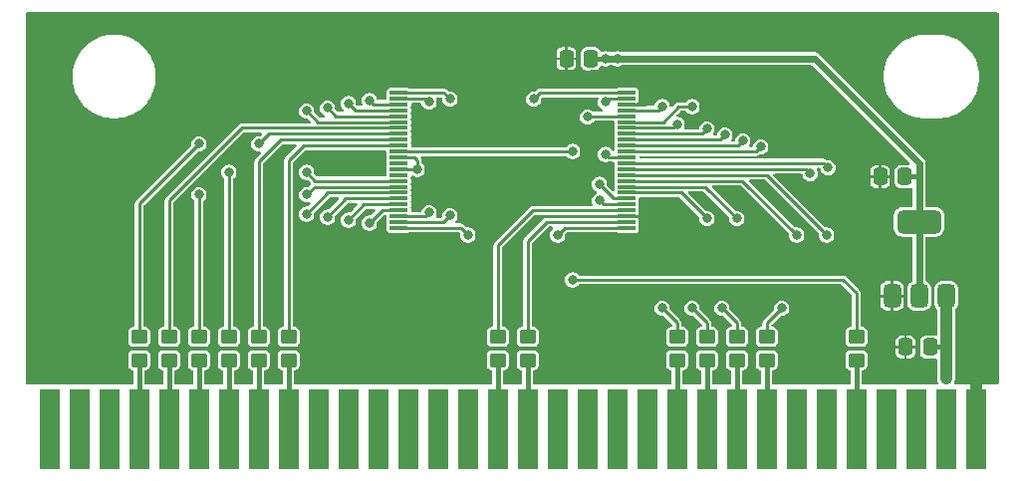
<source format=gbr>
G04 #@! TF.GenerationSoftware,KiCad,Pcbnew,9.0.6*
G04 #@! TF.CreationDate,2025-12-11T13:31:27+05:00*
G04 #@! TF.ProjectId,SEGA-Simple-Cart,53454741-2d53-4696-9d70-6c652d436172,rev?*
G04 #@! TF.SameCoordinates,Original*
G04 #@! TF.FileFunction,Copper,L1,Top*
G04 #@! TF.FilePolarity,Positive*
%FSLAX46Y46*%
G04 Gerber Fmt 4.6, Leading zero omitted, Abs format (unit mm)*
G04 Created by KiCad (PCBNEW 9.0.6) date 2025-12-11 13:31:27*
%MOMM*%
%LPD*%
G01*
G04 APERTURE LIST*
G04 Aperture macros list*
%AMRoundRect*
0 Rectangle with rounded corners*
0 $1 Rounding radius*
0 $2 $3 $4 $5 $6 $7 $8 $9 X,Y pos of 4 corners*
0 Add a 4 corners polygon primitive as box body*
4,1,4,$2,$3,$4,$5,$6,$7,$8,$9,$2,$3,0*
0 Add four circle primitives for the rounded corners*
1,1,$1+$1,$2,$3*
1,1,$1+$1,$4,$5*
1,1,$1+$1,$6,$7*
1,1,$1+$1,$8,$9*
0 Add four rect primitives between the rounded corners*
20,1,$1+$1,$2,$3,$4,$5,0*
20,1,$1+$1,$4,$5,$6,$7,0*
20,1,$1+$1,$6,$7,$8,$9,0*
20,1,$1+$1,$8,$9,$2,$3,0*%
G04 Aperture macros list end*
G04 #@! TA.AperFunction,SMDPad,CuDef*
%ADD10RoundRect,0.250000X-0.450000X0.350000X-0.450000X-0.350000X0.450000X-0.350000X0.450000X0.350000X0*%
G04 #@! TD*
G04 #@! TA.AperFunction,SMDPad,CuDef*
%ADD11RoundRect,0.250000X-0.337500X-0.475000X0.337500X-0.475000X0.337500X0.475000X-0.337500X0.475000X0*%
G04 #@! TD*
G04 #@! TA.AperFunction,ConnectorPad*
%ADD12R,1.780000X6.858000*%
G04 #@! TD*
G04 #@! TA.AperFunction,SMDPad,CuDef*
%ADD13RoundRect,0.075000X-0.712500X-0.075000X0.712500X-0.075000X0.712500X0.075000X-0.712500X0.075000X0*%
G04 #@! TD*
G04 #@! TA.AperFunction,SMDPad,CuDef*
%ADD14RoundRect,0.250000X0.337500X0.475000X-0.337500X0.475000X-0.337500X-0.475000X0.337500X-0.475000X0*%
G04 #@! TD*
G04 #@! TA.AperFunction,SMDPad,CuDef*
%ADD15RoundRect,0.375000X0.375000X-0.625000X0.375000X0.625000X-0.375000X0.625000X-0.375000X-0.625000X0*%
G04 #@! TD*
G04 #@! TA.AperFunction,SMDPad,CuDef*
%ADD16RoundRect,0.500000X1.400000X-0.500000X1.400000X0.500000X-1.400000X0.500000X-1.400000X-0.500000X0*%
G04 #@! TD*
G04 #@! TA.AperFunction,ViaPad*
%ADD17C,0.800000*%
G04 #@! TD*
G04 #@! TA.AperFunction,Conductor*
%ADD18C,1.000000*%
G04 #@! TD*
G04 #@! TA.AperFunction,Conductor*
%ADD19C,0.400000*%
G04 #@! TD*
G04 #@! TA.AperFunction,Conductor*
%ADD20C,0.250000*%
G04 #@! TD*
G04 #@! TA.AperFunction,Conductor*
%ADD21C,0.600000*%
G04 #@! TD*
G04 APERTURE END LIST*
D10*
X93980000Y-78502000D03*
X93980000Y-80502000D03*
D11*
X79480500Y-54864000D03*
X81555500Y-54864000D03*
D12*
X35560000Y-86360000D03*
X38100000Y-86360000D03*
X40640000Y-86360000D03*
X43180000Y-86360000D03*
X45720000Y-86360000D03*
X48260000Y-86360000D03*
X50800000Y-86360000D03*
X53340000Y-86360000D03*
X55880000Y-86360000D03*
X58420000Y-86360000D03*
X60960000Y-86360000D03*
X63500000Y-86360000D03*
X66040000Y-86360000D03*
X68580000Y-86360000D03*
X71120000Y-86360000D03*
X73660000Y-86360000D03*
X76200000Y-86360000D03*
X78740000Y-86360000D03*
X81280000Y-86360000D03*
X83820000Y-86360000D03*
X86360000Y-86360000D03*
X88900000Y-86360000D03*
X91440000Y-86360000D03*
X93980000Y-86360000D03*
X96520000Y-86360000D03*
X99060000Y-86360000D03*
X101600000Y-86360000D03*
X104140000Y-86360000D03*
X106680000Y-86360000D03*
X109220000Y-86360000D03*
X111760000Y-86360000D03*
X114300000Y-86360000D03*
D10*
X76200000Y-78502000D03*
X76200000Y-80502000D03*
D13*
X65242500Y-57750000D03*
X65242500Y-58250000D03*
X65242500Y-58750000D03*
X65242500Y-59250000D03*
X65242500Y-59750000D03*
X65242500Y-60250000D03*
X65242500Y-60750000D03*
X65242500Y-61250000D03*
X65242500Y-61750000D03*
X65242500Y-62250000D03*
X65242500Y-62750000D03*
X65242500Y-63250000D03*
X65242500Y-63750000D03*
X65242500Y-64250000D03*
X65242500Y-64750000D03*
X65242500Y-65250000D03*
X65242500Y-65750000D03*
X65242500Y-66250000D03*
X65242500Y-66750000D03*
X65242500Y-67250000D03*
X65242500Y-67750000D03*
X65242500Y-68250000D03*
X65242500Y-68750000D03*
X65242500Y-69250000D03*
X84617500Y-69250000D03*
X84617500Y-68750000D03*
X84617500Y-68250000D03*
X84617500Y-67750000D03*
X84617500Y-67250000D03*
X84617500Y-66750000D03*
X84617500Y-66250000D03*
X84617500Y-65750000D03*
X84617500Y-65250000D03*
X84617500Y-64750000D03*
X84617500Y-64250000D03*
X84617500Y-63750000D03*
X84617500Y-63250000D03*
X84617500Y-62750000D03*
X84617500Y-62250000D03*
X84617500Y-61750000D03*
X84617500Y-61250000D03*
X84617500Y-60750000D03*
X84617500Y-60250000D03*
X84617500Y-59750000D03*
X84617500Y-59250000D03*
X84617500Y-58750000D03*
X84617500Y-58250000D03*
X84617500Y-57750000D03*
D10*
X45720000Y-78502000D03*
X45720000Y-80502000D03*
X50800000Y-78502000D03*
X50800000Y-80502000D03*
X55880000Y-78502000D03*
X55880000Y-80502000D03*
X88900000Y-78502000D03*
X88900000Y-80502000D03*
X91440000Y-78502000D03*
X91440000Y-80502000D03*
X48260000Y-78502000D03*
X48260000Y-80502000D03*
X104140000Y-78502000D03*
X104140000Y-80502000D03*
D14*
X108225500Y-64897000D03*
X106150500Y-64897000D03*
D10*
X43180000Y-78502000D03*
X43180000Y-80502000D03*
X53340000Y-78502000D03*
X53340000Y-80502000D03*
X73660000Y-78502000D03*
X73660000Y-80502000D03*
D14*
X110384500Y-79375000D03*
X108309500Y-79375000D03*
D10*
X96520000Y-78502000D03*
X96520000Y-80502000D03*
D15*
X107174000Y-75032000D03*
X109474000Y-75032000D03*
D16*
X109474000Y-68732000D03*
D15*
X111774000Y-75032000D03*
D17*
X111760000Y-80010000D03*
X111760000Y-82042000D03*
X111760000Y-81026000D03*
X78740000Y-60960000D03*
X74930000Y-64008000D03*
X69596000Y-66040000D03*
X93980000Y-53340000D03*
X105156000Y-61976000D03*
X82550000Y-70612000D03*
X49530000Y-68326000D03*
X46990000Y-68326000D03*
X67310000Y-76454000D03*
X78740000Y-64008000D03*
X78740000Y-82042000D03*
X107188000Y-66548000D03*
X74930000Y-76454000D03*
X40640000Y-73660000D03*
X52070000Y-68326000D03*
X40640000Y-69850000D03*
X100330000Y-72136000D03*
X78740000Y-80010000D03*
X46990000Y-58420000D03*
X80518000Y-56388000D03*
X54610000Y-68326000D03*
X99060000Y-53340000D03*
X88900000Y-53340000D03*
X114300000Y-81026000D03*
X78740000Y-76454000D03*
X62230000Y-76454000D03*
X102870000Y-72136000D03*
X95250000Y-76073000D03*
X35560000Y-81026000D03*
X88900000Y-56642000D03*
X76200000Y-53340000D03*
X114300000Y-82042000D03*
X57150000Y-76454000D03*
X72390000Y-76454000D03*
X59690000Y-76454000D03*
X44450000Y-68326000D03*
X105410000Y-72136000D03*
X78740000Y-81026000D03*
X93980000Y-56642000D03*
X74930000Y-71120000D03*
X69850000Y-76454000D03*
X64770000Y-76454000D03*
X100330000Y-81788000D03*
X72136000Y-66040000D03*
X54610000Y-58420000D03*
X35560000Y-80010000D03*
X104648000Y-56642000D03*
X110998000Y-61976000D03*
X50800000Y-58420000D03*
X107950000Y-72136000D03*
X105410000Y-76962000D03*
X71120000Y-53340000D03*
X85090000Y-70612000D03*
X99060000Y-56642000D03*
X35560000Y-82042000D03*
X114300000Y-80010000D03*
X95250000Y-72136000D03*
X44450000Y-74930000D03*
X40640000Y-66040000D03*
X72136000Y-60960000D03*
X67564000Y-60960000D03*
X67310000Y-66040000D03*
X71120000Y-56388000D03*
X76200000Y-56388000D03*
X110998000Y-66548000D03*
X83820000Y-54864000D03*
X66802000Y-64262000D03*
X82804000Y-54864000D03*
X82804000Y-62992000D03*
X82804000Y-58547000D03*
X53340000Y-62103000D03*
X48260000Y-62103000D03*
X57404000Y-66421000D03*
X48260000Y-66421000D03*
X57404000Y-64516000D03*
X50800000Y-64516000D03*
X87630000Y-76073000D03*
X87630000Y-58928000D03*
X90170000Y-76073000D03*
X90170000Y-58928000D03*
X92710000Y-76073000D03*
X91440000Y-60833000D03*
X97790000Y-76073000D03*
X94488000Y-61849000D03*
X80010000Y-62738000D03*
X80010000Y-73660000D03*
X57404000Y-68072000D03*
X57404000Y-59309000D03*
X59182000Y-68326000D03*
X59182000Y-59055000D03*
X60960000Y-68580000D03*
X60960000Y-58674000D03*
X62738000Y-68834000D03*
X62738000Y-58420000D03*
X67818000Y-67945000D03*
X67818000Y-58547000D03*
X69596000Y-68199000D03*
X69596000Y-58293000D03*
X71120000Y-69850000D03*
X76708000Y-58293000D03*
X78740000Y-69850000D03*
X81280000Y-59817000D03*
X82296000Y-66929000D03*
X82296000Y-65532000D03*
X88900000Y-60452000D03*
X91440000Y-68453000D03*
X93980000Y-68453000D03*
X92964000Y-61341000D03*
X99060000Y-69850000D03*
X101600000Y-69850000D03*
X96012000Y-62357000D03*
X100203000Y-64643000D03*
X101727000Y-64135000D03*
D18*
X111760000Y-75046000D02*
X111774000Y-75032000D01*
X111760000Y-79375000D02*
X111760000Y-75046000D01*
D19*
X110384500Y-79375000D02*
X111760000Y-79375000D01*
D18*
X111760000Y-82042000D02*
X111760000Y-79375000D01*
D20*
X86157000Y-58750000D02*
X87122000Y-57785000D01*
X84617500Y-58750000D02*
X86157000Y-58750000D01*
X86309000Y-68250000D02*
X86487000Y-68072000D01*
X84617500Y-68250000D02*
X86309000Y-68250000D01*
D18*
X114300000Y-86360000D02*
X114300000Y-81026000D01*
D20*
X83101000Y-58250000D02*
X84617500Y-58250000D01*
X83062000Y-63250000D02*
X84617500Y-63250000D01*
X66790000Y-64250000D02*
X65242500Y-64250000D01*
D21*
X82804000Y-54864000D02*
X100584000Y-54864000D01*
X109474000Y-75031999D02*
X109474000Y-68732001D01*
X109474000Y-63754000D02*
X100584000Y-54864000D01*
D20*
X66552000Y-63250000D02*
X66802000Y-63500000D01*
X82804000Y-58547000D02*
X83101000Y-58250000D01*
D21*
X109474000Y-68732001D02*
X109474000Y-64897000D01*
X109474000Y-64897000D02*
X109474000Y-63754000D01*
D20*
X82804000Y-62992000D02*
X83062000Y-63250000D01*
X66802000Y-64262000D02*
X66790000Y-64250000D01*
D19*
X108225500Y-64897000D02*
X109474000Y-64897000D01*
X81555500Y-54864000D02*
X82804000Y-54864000D01*
D20*
X66802000Y-63500000D02*
X66802000Y-64262000D01*
X65242500Y-63250000D02*
X66552000Y-63250000D01*
D19*
X93980000Y-80502000D02*
X93980000Y-86360000D01*
X104140000Y-80502000D02*
X104140000Y-86360000D01*
X96520000Y-80502000D02*
X96520000Y-86360000D01*
X88900000Y-80502000D02*
X88900000Y-86360000D01*
X91440000Y-80502000D02*
X91440000Y-86360000D01*
X55880000Y-80502000D02*
X55880000Y-86360000D01*
X73660000Y-80502000D02*
X73660000Y-86360000D01*
X43180000Y-80502000D02*
X43180000Y-86360000D01*
X53340000Y-80502000D02*
X53340000Y-86360000D01*
X76200000Y-80502000D02*
X76200000Y-86360000D01*
X50800000Y-80502000D02*
X50800000Y-86360000D01*
X48260000Y-80502000D02*
X48260000Y-86360000D01*
X45720000Y-80502000D02*
X45720000Y-86360000D01*
D20*
X43180000Y-78502000D02*
X43180000Y-67183000D01*
X53340000Y-62103000D02*
X54193000Y-61250000D01*
X48260000Y-62103000D02*
X43180000Y-67183000D01*
X54193000Y-61250000D02*
X65242500Y-61250000D01*
X51899000Y-60750000D02*
X65242500Y-60750000D01*
X45720000Y-78502000D02*
X45720000Y-66929000D01*
X45720000Y-66929000D02*
X51899000Y-60750000D01*
X48260000Y-66421000D02*
X48260000Y-78502000D01*
X57404000Y-66421000D02*
X58075000Y-65750000D01*
X58075000Y-65750000D02*
X65242500Y-65750000D01*
X57404000Y-64516000D02*
X58138000Y-65250000D01*
X58138000Y-65250000D02*
X65242500Y-65250000D01*
X50800000Y-64516000D02*
X50800000Y-78502000D01*
X55217000Y-61750000D02*
X53340000Y-63627000D01*
X65242500Y-61750000D02*
X55217000Y-61750000D01*
X53340000Y-78502000D02*
X53340000Y-63627000D01*
X55880000Y-63500000D02*
X57130000Y-62250000D01*
X57130000Y-62250000D02*
X65242500Y-62250000D01*
X55880000Y-78502000D02*
X55880000Y-63500000D01*
X73660000Y-70739000D02*
X76649000Y-67750000D01*
X76649000Y-67750000D02*
X84617500Y-67750000D01*
X73660000Y-78502000D02*
X73660000Y-70739000D01*
X77808000Y-68750000D02*
X84617500Y-68750000D01*
X76200000Y-78502000D02*
X76200000Y-70358000D01*
X76200000Y-70358000D02*
X77808000Y-68750000D01*
X88900000Y-77343000D02*
X87630000Y-76073000D01*
X88900000Y-78502000D02*
X88900000Y-77343000D01*
X87630000Y-58928000D02*
X87308000Y-59250000D01*
X87308000Y-59250000D02*
X84617500Y-59250000D01*
X87705000Y-60250000D02*
X89027000Y-58928000D01*
X91440000Y-77343000D02*
X90170000Y-76073000D01*
X91440000Y-78502000D02*
X91440000Y-77343000D01*
X89027000Y-58928000D02*
X90170000Y-58928000D01*
X84617500Y-60250000D02*
X87705000Y-60250000D01*
X91023000Y-61250000D02*
X84617500Y-61250000D01*
X93980000Y-78502000D02*
X93980000Y-77343000D01*
X93980000Y-77343000D02*
X92710000Y-76073000D01*
X91440000Y-60833000D02*
X91023000Y-61250000D01*
X96520000Y-77343000D02*
X97790000Y-76073000D01*
X94488000Y-61849000D02*
X94087000Y-62250000D01*
X96520000Y-78502000D02*
X96520000Y-77343000D01*
X94087000Y-62250000D02*
X84617500Y-62250000D01*
X104140000Y-74803000D02*
X104140000Y-78502000D01*
X79871000Y-62750000D02*
X65242500Y-62750000D01*
X80010000Y-62738000D02*
X79883000Y-62738000D01*
X80010000Y-73660000D02*
X102997000Y-73660000D01*
X79883000Y-62738000D02*
X79871000Y-62750000D01*
X102997000Y-73660000D02*
X104140000Y-74803000D01*
X59226000Y-66250000D02*
X65242500Y-66250000D01*
X57404000Y-68072000D02*
X59226000Y-66250000D01*
X57404000Y-59309000D02*
X58345000Y-60250000D01*
X58345000Y-60250000D02*
X65242500Y-60250000D01*
X60758000Y-66750000D02*
X65242500Y-66750000D01*
X59182000Y-68326000D02*
X60758000Y-66750000D01*
X59877000Y-59750000D02*
X65242500Y-59750000D01*
X59182000Y-59055000D02*
X59877000Y-59750000D01*
X60960000Y-68580000D02*
X62290000Y-67250000D01*
X62290000Y-67250000D02*
X65242500Y-67250000D01*
X61536000Y-59250000D02*
X65242500Y-59250000D01*
X60960000Y-58674000D02*
X61536000Y-59250000D01*
X63822000Y-67750000D02*
X65242500Y-67750000D01*
X62738000Y-68834000D02*
X63822000Y-67750000D01*
X63068000Y-58750000D02*
X65242500Y-58750000D01*
X62738000Y-58420000D02*
X63068000Y-58750000D01*
X67513000Y-68250000D02*
X65242500Y-68250000D01*
X67818000Y-67945000D02*
X67513000Y-68250000D01*
X67818000Y-58547000D02*
X67521000Y-58250000D01*
X67521000Y-58250000D02*
X65242500Y-58250000D01*
X69596000Y-68199000D02*
X69045000Y-68750000D01*
X69045000Y-68750000D02*
X65242500Y-68750000D01*
X69053000Y-57750000D02*
X65242500Y-57750000D01*
X69596000Y-58293000D02*
X69053000Y-57750000D01*
X70520000Y-69250000D02*
X65242500Y-69250000D01*
X71120000Y-69850000D02*
X70520000Y-69250000D01*
X76708000Y-58293000D02*
X77251000Y-57750000D01*
X77251000Y-57750000D02*
X84617500Y-57750000D01*
X79340000Y-69250000D02*
X84617500Y-69250000D01*
X78740000Y-69850000D02*
X79340000Y-69250000D01*
X81407000Y-59817000D02*
X81474000Y-59750000D01*
X81280000Y-59817000D02*
X81407000Y-59817000D01*
X81474000Y-59750000D02*
X84617500Y-59750000D01*
X82296000Y-66929000D02*
X82617000Y-67250000D01*
X82617000Y-67250000D02*
X84617500Y-67250000D01*
X84617500Y-66750000D02*
X83514000Y-66750000D01*
X83514000Y-66750000D02*
X82296000Y-65532000D01*
X88602000Y-60750000D02*
X84617500Y-60750000D01*
X88900000Y-60452000D02*
X88602000Y-60750000D01*
X89237000Y-66250000D02*
X84617500Y-66250000D01*
X91440000Y-68453000D02*
X89237000Y-66250000D01*
X91277000Y-65750000D02*
X84617500Y-65750000D01*
X93980000Y-68453000D02*
X91277000Y-65750000D01*
X92555000Y-61750000D02*
X84617500Y-61750000D01*
X92964000Y-61341000D02*
X92555000Y-61750000D01*
X99060000Y-69850000D02*
X94460000Y-65250000D01*
X94460000Y-65250000D02*
X84617500Y-65250000D01*
X101600000Y-69850000D02*
X96500000Y-64750000D01*
X96500000Y-64750000D02*
X84617500Y-64750000D01*
X96012000Y-62357000D02*
X95619000Y-62750000D01*
X95619000Y-62750000D02*
X84617500Y-62750000D01*
X99810000Y-64250000D02*
X84617500Y-64250000D01*
X100203000Y-64643000D02*
X99810000Y-64250000D01*
X101342000Y-63750000D02*
X84617500Y-63750000D01*
X101727000Y-64135000D02*
X101342000Y-63750000D01*
G04 #@! TA.AperFunction,Conductor*
G36*
X116180939Y-50939185D02*
G01*
X116226694Y-50991989D01*
X116237900Y-51043500D01*
X116237900Y-82426000D01*
X116218215Y-82493039D01*
X116165411Y-82538794D01*
X116113900Y-82550000D01*
X112547494Y-82550000D01*
X112480455Y-82530315D01*
X112434700Y-82477511D01*
X112424756Y-82408353D01*
X112432933Y-82378548D01*
X112481656Y-82260917D01*
X112481658Y-82260913D01*
X112510500Y-82115918D01*
X112510500Y-79301082D01*
X112510500Y-76231452D01*
X112530185Y-76164413D01*
X112546814Y-76143775D01*
X112647170Y-76043420D01*
X112727618Y-75907390D01*
X112771709Y-75755627D01*
X112774500Y-75720163D01*
X112774499Y-74343838D01*
X112771709Y-74308373D01*
X112727618Y-74156610D01*
X112647170Y-74020580D01*
X112647168Y-74020578D01*
X112647165Y-74020574D01*
X112535425Y-73908834D01*
X112535416Y-73908827D01*
X112399390Y-73828382D01*
X112399385Y-73828380D01*
X112247633Y-73784292D01*
X112247620Y-73784290D01*
X112212163Y-73781500D01*
X111335849Y-73781500D01*
X111335824Y-73781501D01*
X111300372Y-73784291D01*
X111148614Y-73828380D01*
X111148609Y-73828382D01*
X111012583Y-73908827D01*
X111012574Y-73908834D01*
X110900834Y-74020574D01*
X110900827Y-74020583D01*
X110820382Y-74156609D01*
X110820380Y-74156614D01*
X110776292Y-74308366D01*
X110776290Y-74308379D01*
X110773500Y-74343829D01*
X110773500Y-75720150D01*
X110773501Y-75720175D01*
X110776291Y-75755627D01*
X110820380Y-75907385D01*
X110820382Y-75907390D01*
X110900827Y-76043416D01*
X110900829Y-76043419D01*
X110900830Y-76043420D01*
X110973182Y-76115772D01*
X111006666Y-76177093D01*
X111009500Y-76203452D01*
X111009500Y-78294457D01*
X110989815Y-78361496D01*
X110937011Y-78407251D01*
X110867853Y-78417195D01*
X110842170Y-78410640D01*
X110829487Y-78405910D01*
X110829485Y-78405909D01*
X110829483Y-78405909D01*
X110769873Y-78399500D01*
X110769863Y-78399500D01*
X109999129Y-78399500D01*
X109999123Y-78399501D01*
X109939516Y-78405908D01*
X109804671Y-78456202D01*
X109804664Y-78456206D01*
X109689455Y-78542452D01*
X109689452Y-78542455D01*
X109603206Y-78657664D01*
X109603202Y-78657671D01*
X109552908Y-78792517D01*
X109546501Y-78852116D01*
X109546500Y-78852135D01*
X109546500Y-79897870D01*
X109546501Y-79897876D01*
X109552908Y-79957483D01*
X109603202Y-80092328D01*
X109603206Y-80092335D01*
X109689452Y-80207544D01*
X109689455Y-80207547D01*
X109804664Y-80293793D01*
X109804671Y-80293797D01*
X109849618Y-80310561D01*
X109939517Y-80344091D01*
X109999127Y-80350500D01*
X110769872Y-80350499D01*
X110829483Y-80344091D01*
X110842165Y-80339361D01*
X110911857Y-80334375D01*
X110973180Y-80367860D01*
X111006666Y-80429182D01*
X111009500Y-80455542D01*
X111009500Y-82115918D01*
X111009500Y-82115920D01*
X111009499Y-82115920D01*
X111038340Y-82260907D01*
X111038343Y-82260917D01*
X111087067Y-82378548D01*
X111094536Y-82448017D01*
X111063260Y-82510496D01*
X111003171Y-82546148D01*
X110972506Y-82550000D01*
X104714500Y-82550000D01*
X104647461Y-82530315D01*
X104601706Y-82477511D01*
X104590500Y-82426000D01*
X104590500Y-81468976D01*
X104610185Y-81401937D01*
X104662989Y-81356182D01*
X104690135Y-81348736D01*
X104689932Y-81347876D01*
X104697479Y-81346092D01*
X104697481Y-81346091D01*
X104697483Y-81346091D01*
X104832331Y-81295796D01*
X104947546Y-81209546D01*
X105033796Y-81094331D01*
X105084091Y-80959483D01*
X105090500Y-80899873D01*
X105090499Y-80104128D01*
X105084091Y-80044517D01*
X105051629Y-79957483D01*
X105033797Y-79909671D01*
X105033793Y-79909664D01*
X105024944Y-79897844D01*
X107472000Y-79897844D01*
X107478401Y-79957372D01*
X107478403Y-79957379D01*
X107528645Y-80092086D01*
X107528649Y-80092093D01*
X107614809Y-80207187D01*
X107614812Y-80207190D01*
X107729906Y-80293350D01*
X107729913Y-80293354D01*
X107864620Y-80343596D01*
X107864627Y-80343598D01*
X107924155Y-80349999D01*
X107924172Y-80350000D01*
X108184500Y-80350000D01*
X108434500Y-80350000D01*
X108694828Y-80350000D01*
X108694844Y-80349999D01*
X108754372Y-80343598D01*
X108754379Y-80343596D01*
X108889086Y-80293354D01*
X108889093Y-80293350D01*
X109004187Y-80207190D01*
X109004190Y-80207187D01*
X109090350Y-80092093D01*
X109090354Y-80092086D01*
X109140596Y-79957379D01*
X109140598Y-79957372D01*
X109146999Y-79897844D01*
X109147000Y-79897827D01*
X109147000Y-79500000D01*
X108434500Y-79500000D01*
X108434500Y-80350000D01*
X108184500Y-80350000D01*
X108184500Y-79500000D01*
X107472000Y-79500000D01*
X107472000Y-79897844D01*
X105024944Y-79897844D01*
X104947547Y-79794455D01*
X104947544Y-79794452D01*
X104832335Y-79708206D01*
X104832328Y-79708202D01*
X104697482Y-79657908D01*
X104697483Y-79657908D01*
X104637883Y-79651501D01*
X104637881Y-79651500D01*
X104637873Y-79651500D01*
X104637864Y-79651500D01*
X103642129Y-79651500D01*
X103642123Y-79651501D01*
X103582516Y-79657908D01*
X103447671Y-79708202D01*
X103447664Y-79708206D01*
X103332455Y-79794452D01*
X103332452Y-79794455D01*
X103246206Y-79909664D01*
X103246202Y-79909671D01*
X103195908Y-80044517D01*
X103189501Y-80104116D01*
X103189501Y-80104123D01*
X103189500Y-80104135D01*
X103189500Y-80899870D01*
X103189501Y-80899876D01*
X103195908Y-80959483D01*
X103246202Y-81094328D01*
X103246206Y-81094335D01*
X103332452Y-81209544D01*
X103332455Y-81209547D01*
X103447664Y-81295793D01*
X103447671Y-81295797D01*
X103582517Y-81346091D01*
X103590062Y-81347874D01*
X103589523Y-81350151D01*
X103643287Y-81372408D01*
X103683147Y-81429793D01*
X103689500Y-81468975D01*
X103689500Y-82426000D01*
X103669815Y-82493039D01*
X103617011Y-82538794D01*
X103565500Y-82550000D01*
X97094500Y-82550000D01*
X97027461Y-82530315D01*
X96981706Y-82477511D01*
X96970500Y-82426000D01*
X96970500Y-81468976D01*
X96990185Y-81401937D01*
X97042989Y-81356182D01*
X97070135Y-81348736D01*
X97069932Y-81347876D01*
X97077479Y-81346092D01*
X97077481Y-81346091D01*
X97077483Y-81346091D01*
X97212331Y-81295796D01*
X97327546Y-81209546D01*
X97413796Y-81094331D01*
X97464091Y-80959483D01*
X97470500Y-80899873D01*
X97470499Y-80104128D01*
X97464091Y-80044517D01*
X97431629Y-79957483D01*
X97413797Y-79909671D01*
X97413793Y-79909664D01*
X97327547Y-79794455D01*
X97327544Y-79794452D01*
X97212335Y-79708206D01*
X97212328Y-79708202D01*
X97077482Y-79657908D01*
X97077483Y-79657908D01*
X97017883Y-79651501D01*
X97017881Y-79651500D01*
X97017873Y-79651500D01*
X97017864Y-79651500D01*
X96022129Y-79651500D01*
X96022123Y-79651501D01*
X95962516Y-79657908D01*
X95827671Y-79708202D01*
X95827664Y-79708206D01*
X95712455Y-79794452D01*
X95712452Y-79794455D01*
X95626206Y-79909664D01*
X95626202Y-79909671D01*
X95575908Y-80044517D01*
X95569501Y-80104116D01*
X95569501Y-80104123D01*
X95569500Y-80104135D01*
X95569500Y-80899870D01*
X95569501Y-80899876D01*
X95575908Y-80959483D01*
X95626202Y-81094328D01*
X95626206Y-81094335D01*
X95712452Y-81209544D01*
X95712455Y-81209547D01*
X95827664Y-81295793D01*
X95827671Y-81295797D01*
X95962517Y-81346091D01*
X95970062Y-81347874D01*
X95969523Y-81350151D01*
X96023287Y-81372408D01*
X96063147Y-81429793D01*
X96069500Y-81468975D01*
X96069500Y-82426000D01*
X96049815Y-82493039D01*
X95997011Y-82538794D01*
X95945500Y-82550000D01*
X94554500Y-82550000D01*
X94487461Y-82530315D01*
X94441706Y-82477511D01*
X94430500Y-82426000D01*
X94430500Y-81468976D01*
X94450185Y-81401937D01*
X94502989Y-81356182D01*
X94530135Y-81348736D01*
X94529932Y-81347876D01*
X94537479Y-81346092D01*
X94537481Y-81346091D01*
X94537483Y-81346091D01*
X94672331Y-81295796D01*
X94787546Y-81209546D01*
X94873796Y-81094331D01*
X94924091Y-80959483D01*
X94930500Y-80899873D01*
X94930499Y-80104128D01*
X94924091Y-80044517D01*
X94891629Y-79957483D01*
X94873797Y-79909671D01*
X94873793Y-79909664D01*
X94787547Y-79794455D01*
X94787544Y-79794452D01*
X94672335Y-79708206D01*
X94672328Y-79708202D01*
X94537482Y-79657908D01*
X94537483Y-79657908D01*
X94477883Y-79651501D01*
X94477881Y-79651500D01*
X94477873Y-79651500D01*
X94477864Y-79651500D01*
X93482129Y-79651500D01*
X93482123Y-79651501D01*
X93422516Y-79657908D01*
X93287671Y-79708202D01*
X93287664Y-79708206D01*
X93172455Y-79794452D01*
X93172452Y-79794455D01*
X93086206Y-79909664D01*
X93086202Y-79909671D01*
X93035908Y-80044517D01*
X93029501Y-80104116D01*
X93029501Y-80104123D01*
X93029500Y-80104135D01*
X93029500Y-80899870D01*
X93029501Y-80899876D01*
X93035908Y-80959483D01*
X93086202Y-81094328D01*
X93086206Y-81094335D01*
X93172452Y-81209544D01*
X93172455Y-81209547D01*
X93287664Y-81295793D01*
X93287671Y-81295797D01*
X93422517Y-81346091D01*
X93430062Y-81347874D01*
X93429523Y-81350151D01*
X93483287Y-81372408D01*
X93523147Y-81429793D01*
X93529500Y-81468975D01*
X93529500Y-82426000D01*
X93509815Y-82493039D01*
X93457011Y-82538794D01*
X93405500Y-82550000D01*
X92014500Y-82550000D01*
X91947461Y-82530315D01*
X91901706Y-82477511D01*
X91890500Y-82426000D01*
X91890500Y-81468976D01*
X91910185Y-81401937D01*
X91962989Y-81356182D01*
X91990135Y-81348736D01*
X91989932Y-81347876D01*
X91997479Y-81346092D01*
X91997481Y-81346091D01*
X91997483Y-81346091D01*
X92132331Y-81295796D01*
X92247546Y-81209546D01*
X92333796Y-81094331D01*
X92384091Y-80959483D01*
X92390500Y-80899873D01*
X92390499Y-80104128D01*
X92384091Y-80044517D01*
X92351629Y-79957483D01*
X92333797Y-79909671D01*
X92333793Y-79909664D01*
X92247547Y-79794455D01*
X92247544Y-79794452D01*
X92132335Y-79708206D01*
X92132328Y-79708202D01*
X91997482Y-79657908D01*
X91997483Y-79657908D01*
X91937883Y-79651501D01*
X91937881Y-79651500D01*
X91937873Y-79651500D01*
X91937864Y-79651500D01*
X90942129Y-79651500D01*
X90942123Y-79651501D01*
X90882516Y-79657908D01*
X90747671Y-79708202D01*
X90747664Y-79708206D01*
X90632455Y-79794452D01*
X90632452Y-79794455D01*
X90546206Y-79909664D01*
X90546202Y-79909671D01*
X90495908Y-80044517D01*
X90489501Y-80104116D01*
X90489501Y-80104123D01*
X90489500Y-80104135D01*
X90489500Y-80899870D01*
X90489501Y-80899876D01*
X90495908Y-80959483D01*
X90546202Y-81094328D01*
X90546206Y-81094335D01*
X90632452Y-81209544D01*
X90632455Y-81209547D01*
X90747664Y-81295793D01*
X90747671Y-81295797D01*
X90882517Y-81346091D01*
X90890062Y-81347874D01*
X90889523Y-81350151D01*
X90943287Y-81372408D01*
X90983147Y-81429793D01*
X90989500Y-81468975D01*
X90989500Y-82426000D01*
X90969815Y-82493039D01*
X90917011Y-82538794D01*
X90865500Y-82550000D01*
X89474500Y-82550000D01*
X89407461Y-82530315D01*
X89361706Y-82477511D01*
X89350500Y-82426000D01*
X89350500Y-81468976D01*
X89370185Y-81401937D01*
X89422989Y-81356182D01*
X89450135Y-81348736D01*
X89449932Y-81347876D01*
X89457479Y-81346092D01*
X89457481Y-81346091D01*
X89457483Y-81346091D01*
X89592331Y-81295796D01*
X89707546Y-81209546D01*
X89793796Y-81094331D01*
X89844091Y-80959483D01*
X89850500Y-80899873D01*
X89850499Y-80104128D01*
X89844091Y-80044517D01*
X89811629Y-79957483D01*
X89793797Y-79909671D01*
X89793793Y-79909664D01*
X89707547Y-79794455D01*
X89707544Y-79794452D01*
X89592335Y-79708206D01*
X89592328Y-79708202D01*
X89457482Y-79657908D01*
X89457483Y-79657908D01*
X89397883Y-79651501D01*
X89397881Y-79651500D01*
X89397873Y-79651500D01*
X89397864Y-79651500D01*
X88402129Y-79651500D01*
X88402123Y-79651501D01*
X88342516Y-79657908D01*
X88207671Y-79708202D01*
X88207664Y-79708206D01*
X88092455Y-79794452D01*
X88092452Y-79794455D01*
X88006206Y-79909664D01*
X88006202Y-79909671D01*
X87955908Y-80044517D01*
X87949501Y-80104116D01*
X87949501Y-80104123D01*
X87949500Y-80104135D01*
X87949500Y-80899870D01*
X87949501Y-80899876D01*
X87955908Y-80959483D01*
X88006202Y-81094328D01*
X88006206Y-81094335D01*
X88092452Y-81209544D01*
X88092455Y-81209547D01*
X88207664Y-81295793D01*
X88207671Y-81295797D01*
X88342517Y-81346091D01*
X88350062Y-81347874D01*
X88349523Y-81350151D01*
X88403287Y-81372408D01*
X88443147Y-81429793D01*
X88449500Y-81468975D01*
X88449500Y-82426000D01*
X88429815Y-82493039D01*
X88377011Y-82538794D01*
X88325500Y-82550000D01*
X76774500Y-82550000D01*
X76707461Y-82530315D01*
X76661706Y-82477511D01*
X76650500Y-82426000D01*
X76650500Y-81468976D01*
X76670185Y-81401937D01*
X76722989Y-81356182D01*
X76750135Y-81348736D01*
X76749932Y-81347876D01*
X76757479Y-81346092D01*
X76757481Y-81346091D01*
X76757483Y-81346091D01*
X76892331Y-81295796D01*
X77007546Y-81209546D01*
X77093796Y-81094331D01*
X77144091Y-80959483D01*
X77150500Y-80899873D01*
X77150499Y-80104128D01*
X77144091Y-80044517D01*
X77111629Y-79957483D01*
X77093797Y-79909671D01*
X77093793Y-79909664D01*
X77007547Y-79794455D01*
X77007544Y-79794452D01*
X76892335Y-79708206D01*
X76892328Y-79708202D01*
X76757482Y-79657908D01*
X76757483Y-79657908D01*
X76697883Y-79651501D01*
X76697881Y-79651500D01*
X76697873Y-79651500D01*
X76697864Y-79651500D01*
X75702129Y-79651500D01*
X75702123Y-79651501D01*
X75642516Y-79657908D01*
X75507671Y-79708202D01*
X75507664Y-79708206D01*
X75392455Y-79794452D01*
X75392452Y-79794455D01*
X75306206Y-79909664D01*
X75306202Y-79909671D01*
X75255908Y-80044517D01*
X75249501Y-80104116D01*
X75249501Y-80104123D01*
X75249500Y-80104135D01*
X75249500Y-80899870D01*
X75249501Y-80899876D01*
X75255908Y-80959483D01*
X75306202Y-81094328D01*
X75306206Y-81094335D01*
X75392452Y-81209544D01*
X75392455Y-81209547D01*
X75507664Y-81295793D01*
X75507671Y-81295797D01*
X75642517Y-81346091D01*
X75650062Y-81347874D01*
X75649523Y-81350151D01*
X75703287Y-81372408D01*
X75743147Y-81429793D01*
X75749500Y-81468975D01*
X75749500Y-82426000D01*
X75729815Y-82493039D01*
X75677011Y-82538794D01*
X75625500Y-82550000D01*
X74234500Y-82550000D01*
X74167461Y-82530315D01*
X74121706Y-82477511D01*
X74110500Y-82426000D01*
X74110500Y-81468976D01*
X74130185Y-81401937D01*
X74182989Y-81356182D01*
X74210135Y-81348736D01*
X74209932Y-81347876D01*
X74217479Y-81346092D01*
X74217481Y-81346091D01*
X74217483Y-81346091D01*
X74352331Y-81295796D01*
X74467546Y-81209546D01*
X74553796Y-81094331D01*
X74604091Y-80959483D01*
X74610500Y-80899873D01*
X74610499Y-80104128D01*
X74604091Y-80044517D01*
X74571629Y-79957483D01*
X74553797Y-79909671D01*
X74553793Y-79909664D01*
X74467547Y-79794455D01*
X74467544Y-79794452D01*
X74352335Y-79708206D01*
X74352328Y-79708202D01*
X74217482Y-79657908D01*
X74217483Y-79657908D01*
X74157883Y-79651501D01*
X74157881Y-79651500D01*
X74157873Y-79651500D01*
X74157864Y-79651500D01*
X73162129Y-79651500D01*
X73162123Y-79651501D01*
X73102516Y-79657908D01*
X72967671Y-79708202D01*
X72967664Y-79708206D01*
X72852455Y-79794452D01*
X72852452Y-79794455D01*
X72766206Y-79909664D01*
X72766202Y-79909671D01*
X72715908Y-80044517D01*
X72709501Y-80104116D01*
X72709501Y-80104123D01*
X72709500Y-80104135D01*
X72709500Y-80899870D01*
X72709501Y-80899876D01*
X72715908Y-80959483D01*
X72766202Y-81094328D01*
X72766206Y-81094335D01*
X72852452Y-81209544D01*
X72852455Y-81209547D01*
X72967664Y-81295793D01*
X72967671Y-81295797D01*
X73102517Y-81346091D01*
X73110062Y-81347874D01*
X73109523Y-81350151D01*
X73163287Y-81372408D01*
X73203147Y-81429793D01*
X73209500Y-81468975D01*
X73209500Y-82426000D01*
X73189815Y-82493039D01*
X73137011Y-82538794D01*
X73085500Y-82550000D01*
X56454500Y-82550000D01*
X56387461Y-82530315D01*
X56341706Y-82477511D01*
X56330500Y-82426000D01*
X56330500Y-81468976D01*
X56350185Y-81401937D01*
X56402989Y-81356182D01*
X56430135Y-81348736D01*
X56429932Y-81347876D01*
X56437479Y-81346092D01*
X56437481Y-81346091D01*
X56437483Y-81346091D01*
X56572331Y-81295796D01*
X56687546Y-81209546D01*
X56773796Y-81094331D01*
X56824091Y-80959483D01*
X56830500Y-80899873D01*
X56830499Y-80104128D01*
X56824091Y-80044517D01*
X56791629Y-79957483D01*
X56773797Y-79909671D01*
X56773793Y-79909664D01*
X56687547Y-79794455D01*
X56687544Y-79794452D01*
X56572335Y-79708206D01*
X56572328Y-79708202D01*
X56437482Y-79657908D01*
X56437483Y-79657908D01*
X56377883Y-79651501D01*
X56377881Y-79651500D01*
X56377873Y-79651500D01*
X56377864Y-79651500D01*
X55382129Y-79651500D01*
X55382123Y-79651501D01*
X55322516Y-79657908D01*
X55187671Y-79708202D01*
X55187664Y-79708206D01*
X55072455Y-79794452D01*
X55072452Y-79794455D01*
X54986206Y-79909664D01*
X54986202Y-79909671D01*
X54935908Y-80044517D01*
X54929501Y-80104116D01*
X54929501Y-80104123D01*
X54929500Y-80104135D01*
X54929500Y-80899870D01*
X54929501Y-80899876D01*
X54935908Y-80959483D01*
X54986202Y-81094328D01*
X54986206Y-81094335D01*
X55072452Y-81209544D01*
X55072455Y-81209547D01*
X55187664Y-81295793D01*
X55187671Y-81295797D01*
X55322517Y-81346091D01*
X55330062Y-81347874D01*
X55329523Y-81350151D01*
X55383287Y-81372408D01*
X55423147Y-81429793D01*
X55429500Y-81468975D01*
X55429500Y-82426000D01*
X55409815Y-82493039D01*
X55357011Y-82538794D01*
X55305500Y-82550000D01*
X53914500Y-82550000D01*
X53847461Y-82530315D01*
X53801706Y-82477511D01*
X53790500Y-82426000D01*
X53790500Y-81468976D01*
X53810185Y-81401937D01*
X53862989Y-81356182D01*
X53890135Y-81348736D01*
X53889932Y-81347876D01*
X53897479Y-81346092D01*
X53897481Y-81346091D01*
X53897483Y-81346091D01*
X54032331Y-81295796D01*
X54147546Y-81209546D01*
X54233796Y-81094331D01*
X54284091Y-80959483D01*
X54290500Y-80899873D01*
X54290499Y-80104128D01*
X54284091Y-80044517D01*
X54251629Y-79957483D01*
X54233797Y-79909671D01*
X54233793Y-79909664D01*
X54147547Y-79794455D01*
X54147544Y-79794452D01*
X54032335Y-79708206D01*
X54032328Y-79708202D01*
X53897482Y-79657908D01*
X53897483Y-79657908D01*
X53837883Y-79651501D01*
X53837881Y-79651500D01*
X53837873Y-79651500D01*
X53837864Y-79651500D01*
X52842129Y-79651500D01*
X52842123Y-79651501D01*
X52782516Y-79657908D01*
X52647671Y-79708202D01*
X52647664Y-79708206D01*
X52532455Y-79794452D01*
X52532452Y-79794455D01*
X52446206Y-79909664D01*
X52446202Y-79909671D01*
X52395908Y-80044517D01*
X52389501Y-80104116D01*
X52389501Y-80104123D01*
X52389500Y-80104135D01*
X52389500Y-80899870D01*
X52389501Y-80899876D01*
X52395908Y-80959483D01*
X52446202Y-81094328D01*
X52446206Y-81094335D01*
X52532452Y-81209544D01*
X52532455Y-81209547D01*
X52647664Y-81295793D01*
X52647671Y-81295797D01*
X52782517Y-81346091D01*
X52790062Y-81347874D01*
X52789523Y-81350151D01*
X52843287Y-81372408D01*
X52883147Y-81429793D01*
X52889500Y-81468975D01*
X52889500Y-82426000D01*
X52869815Y-82493039D01*
X52817011Y-82538794D01*
X52765500Y-82550000D01*
X51374500Y-82550000D01*
X51307461Y-82530315D01*
X51261706Y-82477511D01*
X51250500Y-82426000D01*
X51250500Y-81468976D01*
X51270185Y-81401937D01*
X51322989Y-81356182D01*
X51350135Y-81348736D01*
X51349932Y-81347876D01*
X51357479Y-81346092D01*
X51357481Y-81346091D01*
X51357483Y-81346091D01*
X51492331Y-81295796D01*
X51607546Y-81209546D01*
X51693796Y-81094331D01*
X51744091Y-80959483D01*
X51750500Y-80899873D01*
X51750499Y-80104128D01*
X51744091Y-80044517D01*
X51711629Y-79957483D01*
X51693797Y-79909671D01*
X51693793Y-79909664D01*
X51607547Y-79794455D01*
X51607544Y-79794452D01*
X51492335Y-79708206D01*
X51492328Y-79708202D01*
X51357482Y-79657908D01*
X51357483Y-79657908D01*
X51297883Y-79651501D01*
X51297881Y-79651500D01*
X51297873Y-79651500D01*
X51297864Y-79651500D01*
X50302129Y-79651500D01*
X50302123Y-79651501D01*
X50242516Y-79657908D01*
X50107671Y-79708202D01*
X50107664Y-79708206D01*
X49992455Y-79794452D01*
X49992452Y-79794455D01*
X49906206Y-79909664D01*
X49906202Y-79909671D01*
X49855908Y-80044517D01*
X49849501Y-80104116D01*
X49849501Y-80104123D01*
X49849500Y-80104135D01*
X49849500Y-80899870D01*
X49849501Y-80899876D01*
X49855908Y-80959483D01*
X49906202Y-81094328D01*
X49906206Y-81094335D01*
X49992452Y-81209544D01*
X49992455Y-81209547D01*
X50107664Y-81295793D01*
X50107671Y-81295797D01*
X50242517Y-81346091D01*
X50250062Y-81347874D01*
X50249523Y-81350151D01*
X50303287Y-81372408D01*
X50343147Y-81429793D01*
X50349500Y-81468975D01*
X50349500Y-82426000D01*
X50329815Y-82493039D01*
X50277011Y-82538794D01*
X50225500Y-82550000D01*
X48834500Y-82550000D01*
X48767461Y-82530315D01*
X48721706Y-82477511D01*
X48710500Y-82426000D01*
X48710500Y-81468976D01*
X48730185Y-81401937D01*
X48782989Y-81356182D01*
X48810135Y-81348736D01*
X48809932Y-81347876D01*
X48817479Y-81346092D01*
X48817481Y-81346091D01*
X48817483Y-81346091D01*
X48952331Y-81295796D01*
X49067546Y-81209546D01*
X49153796Y-81094331D01*
X49204091Y-80959483D01*
X49210500Y-80899873D01*
X49210499Y-80104128D01*
X49204091Y-80044517D01*
X49171629Y-79957483D01*
X49153797Y-79909671D01*
X49153793Y-79909664D01*
X49067547Y-79794455D01*
X49067544Y-79794452D01*
X48952335Y-79708206D01*
X48952328Y-79708202D01*
X48817482Y-79657908D01*
X48817483Y-79657908D01*
X48757883Y-79651501D01*
X48757881Y-79651500D01*
X48757873Y-79651500D01*
X48757864Y-79651500D01*
X47762129Y-79651500D01*
X47762123Y-79651501D01*
X47702516Y-79657908D01*
X47567671Y-79708202D01*
X47567664Y-79708206D01*
X47452455Y-79794452D01*
X47452452Y-79794455D01*
X47366206Y-79909664D01*
X47366202Y-79909671D01*
X47315908Y-80044517D01*
X47309501Y-80104116D01*
X47309501Y-80104123D01*
X47309500Y-80104135D01*
X47309500Y-80899870D01*
X47309501Y-80899876D01*
X47315908Y-80959483D01*
X47366202Y-81094328D01*
X47366206Y-81094335D01*
X47452452Y-81209544D01*
X47452455Y-81209547D01*
X47567664Y-81295793D01*
X47567671Y-81295797D01*
X47702517Y-81346091D01*
X47710062Y-81347874D01*
X47709523Y-81350151D01*
X47763287Y-81372408D01*
X47803147Y-81429793D01*
X47809500Y-81468975D01*
X47809500Y-82426000D01*
X47789815Y-82493039D01*
X47737011Y-82538794D01*
X47685500Y-82550000D01*
X46294500Y-82550000D01*
X46227461Y-82530315D01*
X46181706Y-82477511D01*
X46170500Y-82426000D01*
X46170500Y-81468976D01*
X46190185Y-81401937D01*
X46242989Y-81356182D01*
X46270135Y-81348736D01*
X46269932Y-81347876D01*
X46277479Y-81346092D01*
X46277481Y-81346091D01*
X46277483Y-81346091D01*
X46412331Y-81295796D01*
X46527546Y-81209546D01*
X46613796Y-81094331D01*
X46664091Y-80959483D01*
X46670500Y-80899873D01*
X46670499Y-80104128D01*
X46664091Y-80044517D01*
X46631629Y-79957483D01*
X46613797Y-79909671D01*
X46613793Y-79909664D01*
X46527547Y-79794455D01*
X46527544Y-79794452D01*
X46412335Y-79708206D01*
X46412328Y-79708202D01*
X46277482Y-79657908D01*
X46277483Y-79657908D01*
X46217883Y-79651501D01*
X46217881Y-79651500D01*
X46217873Y-79651500D01*
X46217864Y-79651500D01*
X45222129Y-79651500D01*
X45222123Y-79651501D01*
X45162516Y-79657908D01*
X45027671Y-79708202D01*
X45027664Y-79708206D01*
X44912455Y-79794452D01*
X44912452Y-79794455D01*
X44826206Y-79909664D01*
X44826202Y-79909671D01*
X44775908Y-80044517D01*
X44769501Y-80104116D01*
X44769501Y-80104123D01*
X44769500Y-80104135D01*
X44769500Y-80899870D01*
X44769501Y-80899876D01*
X44775908Y-80959483D01*
X44826202Y-81094328D01*
X44826206Y-81094335D01*
X44912452Y-81209544D01*
X44912455Y-81209547D01*
X45027664Y-81295793D01*
X45027671Y-81295797D01*
X45162517Y-81346091D01*
X45170062Y-81347874D01*
X45169523Y-81350151D01*
X45223287Y-81372408D01*
X45263147Y-81429793D01*
X45269500Y-81468975D01*
X45269500Y-82426000D01*
X45249815Y-82493039D01*
X45197011Y-82538794D01*
X45145500Y-82550000D01*
X43754500Y-82550000D01*
X43687461Y-82530315D01*
X43641706Y-82477511D01*
X43630500Y-82426000D01*
X43630500Y-81468976D01*
X43650185Y-81401937D01*
X43702989Y-81356182D01*
X43730135Y-81348736D01*
X43729932Y-81347876D01*
X43737479Y-81346092D01*
X43737481Y-81346091D01*
X43737483Y-81346091D01*
X43872331Y-81295796D01*
X43987546Y-81209546D01*
X44073796Y-81094331D01*
X44124091Y-80959483D01*
X44130500Y-80899873D01*
X44130499Y-80104128D01*
X44124091Y-80044517D01*
X44091629Y-79957483D01*
X44073797Y-79909671D01*
X44073793Y-79909664D01*
X43987547Y-79794455D01*
X43987544Y-79794452D01*
X43872335Y-79708206D01*
X43872328Y-79708202D01*
X43737482Y-79657908D01*
X43737483Y-79657908D01*
X43677883Y-79651501D01*
X43677881Y-79651500D01*
X43677873Y-79651500D01*
X43677864Y-79651500D01*
X42682129Y-79651500D01*
X42682123Y-79651501D01*
X42622516Y-79657908D01*
X42487671Y-79708202D01*
X42487664Y-79708206D01*
X42372455Y-79794452D01*
X42372452Y-79794455D01*
X42286206Y-79909664D01*
X42286202Y-79909671D01*
X42235908Y-80044517D01*
X42229501Y-80104116D01*
X42229501Y-80104123D01*
X42229500Y-80104135D01*
X42229500Y-80899870D01*
X42229501Y-80899876D01*
X42235908Y-80959483D01*
X42286202Y-81094328D01*
X42286206Y-81094335D01*
X42372452Y-81209544D01*
X42372455Y-81209547D01*
X42487664Y-81295793D01*
X42487671Y-81295797D01*
X42622517Y-81346091D01*
X42630062Y-81347874D01*
X42629523Y-81350151D01*
X42683287Y-81372408D01*
X42723147Y-81429793D01*
X42729500Y-81468975D01*
X42729500Y-82426000D01*
X42709815Y-82493039D01*
X42657011Y-82538794D01*
X42605500Y-82550000D01*
X33669900Y-82550000D01*
X33602861Y-82530315D01*
X33557106Y-82477511D01*
X33545900Y-82426000D01*
X33545900Y-78104135D01*
X42229500Y-78104135D01*
X42229500Y-78899870D01*
X42229501Y-78899876D01*
X42235908Y-78959483D01*
X42286202Y-79094328D01*
X42286206Y-79094335D01*
X42372452Y-79209544D01*
X42372455Y-79209547D01*
X42487664Y-79295793D01*
X42487671Y-79295797D01*
X42622517Y-79346091D01*
X42622516Y-79346091D01*
X42629444Y-79346835D01*
X42682127Y-79352500D01*
X43677872Y-79352499D01*
X43737483Y-79346091D01*
X43872331Y-79295796D01*
X43987546Y-79209546D01*
X44073796Y-79094331D01*
X44124091Y-78959483D01*
X44130500Y-78899873D01*
X44130499Y-78104135D01*
X44769500Y-78104135D01*
X44769500Y-78899870D01*
X44769501Y-78899876D01*
X44775908Y-78959483D01*
X44826202Y-79094328D01*
X44826206Y-79094335D01*
X44912452Y-79209544D01*
X44912455Y-79209547D01*
X45027664Y-79295793D01*
X45027671Y-79295797D01*
X45162517Y-79346091D01*
X45162516Y-79346091D01*
X45169444Y-79346835D01*
X45222127Y-79352500D01*
X46217872Y-79352499D01*
X46277483Y-79346091D01*
X46412331Y-79295796D01*
X46527546Y-79209546D01*
X46613796Y-79094331D01*
X46664091Y-78959483D01*
X46670500Y-78899873D01*
X46670499Y-78104135D01*
X47309500Y-78104135D01*
X47309500Y-78899870D01*
X47309501Y-78899876D01*
X47315908Y-78959483D01*
X47366202Y-79094328D01*
X47366206Y-79094335D01*
X47452452Y-79209544D01*
X47452455Y-79209547D01*
X47567664Y-79295793D01*
X47567671Y-79295797D01*
X47702517Y-79346091D01*
X47702516Y-79346091D01*
X47709444Y-79346835D01*
X47762127Y-79352500D01*
X48757872Y-79352499D01*
X48817483Y-79346091D01*
X48952331Y-79295796D01*
X49067546Y-79209546D01*
X49153796Y-79094331D01*
X49204091Y-78959483D01*
X49210500Y-78899873D01*
X49210499Y-78104135D01*
X49849500Y-78104135D01*
X49849500Y-78899870D01*
X49849501Y-78899876D01*
X49855908Y-78959483D01*
X49906202Y-79094328D01*
X49906206Y-79094335D01*
X49992452Y-79209544D01*
X49992455Y-79209547D01*
X50107664Y-79295793D01*
X50107671Y-79295797D01*
X50242517Y-79346091D01*
X50242516Y-79346091D01*
X50249444Y-79346835D01*
X50302127Y-79352500D01*
X51297872Y-79352499D01*
X51357483Y-79346091D01*
X51492331Y-79295796D01*
X51607546Y-79209546D01*
X51693796Y-79094331D01*
X51744091Y-78959483D01*
X51750500Y-78899873D01*
X51750499Y-78104128D01*
X51744091Y-78044517D01*
X51693796Y-77909669D01*
X51693795Y-77909668D01*
X51693793Y-77909664D01*
X51607547Y-77794455D01*
X51607544Y-77794452D01*
X51492335Y-77708206D01*
X51492328Y-77708202D01*
X51357482Y-77657908D01*
X51357483Y-77657908D01*
X51297883Y-77651501D01*
X51297881Y-77651500D01*
X51297873Y-77651500D01*
X51297864Y-77651500D01*
X51294548Y-77651322D01*
X51294615Y-77650065D01*
X51232461Y-77631815D01*
X51186706Y-77579011D01*
X51175500Y-77527500D01*
X51175500Y-65111807D01*
X51195185Y-65044768D01*
X51211819Y-65024125D01*
X51214665Y-65021278D01*
X51214669Y-65021276D01*
X51305276Y-64930669D01*
X51376465Y-64824127D01*
X51425501Y-64705744D01*
X51439203Y-64636861D01*
X51450500Y-64580071D01*
X51450500Y-64451928D01*
X51425502Y-64326261D01*
X51425501Y-64326260D01*
X51425501Y-64326256D01*
X51376465Y-64207873D01*
X51376464Y-64207872D01*
X51376461Y-64207866D01*
X51305276Y-64101331D01*
X51305273Y-64101327D01*
X51214672Y-64010726D01*
X51214668Y-64010723D01*
X51108133Y-63939538D01*
X51108124Y-63939533D01*
X50989744Y-63890499D01*
X50989738Y-63890497D01*
X50864071Y-63865500D01*
X50864069Y-63865500D01*
X50735931Y-63865500D01*
X50735929Y-63865500D01*
X50610261Y-63890497D01*
X50610255Y-63890499D01*
X50491875Y-63939533D01*
X50491866Y-63939538D01*
X50385331Y-64010723D01*
X50385327Y-64010726D01*
X50294726Y-64101327D01*
X50294723Y-64101331D01*
X50223538Y-64207866D01*
X50223533Y-64207875D01*
X50174499Y-64326255D01*
X50174497Y-64326261D01*
X50149500Y-64451928D01*
X50149500Y-64451931D01*
X50149500Y-64580069D01*
X50149500Y-64580071D01*
X50149499Y-64580071D01*
X50174497Y-64705738D01*
X50174499Y-64705744D01*
X50223533Y-64824124D01*
X50223538Y-64824133D01*
X50294722Y-64930667D01*
X50294723Y-64930668D01*
X50294724Y-64930669D01*
X50385331Y-65021276D01*
X50385333Y-65021277D01*
X50388181Y-65024125D01*
X50421666Y-65085448D01*
X50424500Y-65111807D01*
X50424500Y-77527500D01*
X50404815Y-77594539D01*
X50352011Y-77640294D01*
X50305389Y-77650450D01*
X50305423Y-77651099D01*
X50305429Y-77651146D01*
X50305426Y-77651146D01*
X50305436Y-77651324D01*
X50302123Y-77651501D01*
X50242516Y-77657908D01*
X50107671Y-77708202D01*
X50107664Y-77708206D01*
X49992455Y-77794452D01*
X49992452Y-77794455D01*
X49906206Y-77909664D01*
X49906202Y-77909671D01*
X49855908Y-78044517D01*
X49849501Y-78104116D01*
X49849501Y-78104123D01*
X49849500Y-78104135D01*
X49210499Y-78104135D01*
X49210499Y-78104128D01*
X49204091Y-78044517D01*
X49153796Y-77909669D01*
X49153795Y-77909668D01*
X49153793Y-77909664D01*
X49067547Y-77794455D01*
X49067544Y-77794452D01*
X48952335Y-77708206D01*
X48952328Y-77708202D01*
X48817482Y-77657908D01*
X48817483Y-77657908D01*
X48757883Y-77651501D01*
X48757881Y-77651500D01*
X48757873Y-77651500D01*
X48757864Y-77651500D01*
X48754548Y-77651322D01*
X48754615Y-77650065D01*
X48692461Y-77631815D01*
X48646706Y-77579011D01*
X48635500Y-77527500D01*
X48635500Y-67016807D01*
X48655185Y-66949768D01*
X48671819Y-66929125D01*
X48674665Y-66926278D01*
X48674669Y-66926276D01*
X48765276Y-66835669D01*
X48836465Y-66729127D01*
X48885501Y-66610744D01*
X48897106Y-66552404D01*
X48910500Y-66485071D01*
X48910500Y-66356928D01*
X48885502Y-66231261D01*
X48885501Y-66231260D01*
X48885501Y-66231256D01*
X48836465Y-66112873D01*
X48836464Y-66112872D01*
X48836461Y-66112866D01*
X48765276Y-66006331D01*
X48765273Y-66006327D01*
X48674672Y-65915726D01*
X48674668Y-65915723D01*
X48568133Y-65844538D01*
X48568124Y-65844533D01*
X48449744Y-65795499D01*
X48449738Y-65795497D01*
X48324071Y-65770500D01*
X48324069Y-65770500D01*
X48195931Y-65770500D01*
X48195929Y-65770500D01*
X48070261Y-65795497D01*
X48070255Y-65795499D01*
X47951875Y-65844533D01*
X47951866Y-65844538D01*
X47845331Y-65915723D01*
X47845327Y-65915726D01*
X47754726Y-66006327D01*
X47754723Y-66006331D01*
X47683538Y-66112866D01*
X47683533Y-66112875D01*
X47634499Y-66231255D01*
X47634497Y-66231261D01*
X47609500Y-66356928D01*
X47609500Y-66356931D01*
X47609500Y-66485069D01*
X47609500Y-66485071D01*
X47609499Y-66485071D01*
X47634497Y-66610738D01*
X47634499Y-66610744D01*
X47683533Y-66729124D01*
X47683538Y-66729133D01*
X47754722Y-66835667D01*
X47754723Y-66835668D01*
X47754724Y-66835669D01*
X47845331Y-66926276D01*
X47845333Y-66926277D01*
X47848181Y-66929125D01*
X47881666Y-66990448D01*
X47884500Y-67016807D01*
X47884500Y-77527500D01*
X47864815Y-77594539D01*
X47812011Y-77640294D01*
X47765389Y-77650450D01*
X47765423Y-77651099D01*
X47765429Y-77651146D01*
X47765426Y-77651146D01*
X47765436Y-77651324D01*
X47762123Y-77651501D01*
X47702516Y-77657908D01*
X47567671Y-77708202D01*
X47567664Y-77708206D01*
X47452455Y-77794452D01*
X47452452Y-77794455D01*
X47366206Y-77909664D01*
X47366202Y-77909671D01*
X47315908Y-78044517D01*
X47309501Y-78104116D01*
X47309501Y-78104123D01*
X47309500Y-78104135D01*
X46670499Y-78104135D01*
X46670499Y-78104128D01*
X46664091Y-78044517D01*
X46613796Y-77909669D01*
X46613795Y-77909668D01*
X46613793Y-77909664D01*
X46527547Y-77794455D01*
X46527544Y-77794452D01*
X46412335Y-77708206D01*
X46412328Y-77708202D01*
X46277482Y-77657908D01*
X46277483Y-77657908D01*
X46217883Y-77651501D01*
X46217881Y-77651500D01*
X46217873Y-77651500D01*
X46217864Y-77651500D01*
X46214548Y-77651322D01*
X46214615Y-77650065D01*
X46152461Y-77631815D01*
X46106706Y-77579011D01*
X46095500Y-77527500D01*
X46095500Y-67135899D01*
X46115185Y-67068860D01*
X46131819Y-67048218D01*
X52018218Y-61161819D01*
X52079541Y-61128334D01*
X52105899Y-61125500D01*
X53487100Y-61125500D01*
X53508345Y-61131738D01*
X53530434Y-61133318D01*
X53541217Y-61141390D01*
X53554139Y-61145185D01*
X53568638Y-61161918D01*
X53586367Y-61175190D01*
X53591074Y-61187810D01*
X53599894Y-61197989D01*
X53603045Y-61219906D01*
X53610784Y-61240654D01*
X53607921Y-61253814D01*
X53609838Y-61267147D01*
X53600638Y-61287290D01*
X53595932Y-61308927D01*
X53582663Y-61326652D01*
X53580813Y-61330703D01*
X53574781Y-61337181D01*
X53495781Y-61416181D01*
X53434458Y-61449666D01*
X53408100Y-61452500D01*
X53275929Y-61452500D01*
X53150261Y-61477497D01*
X53150255Y-61477499D01*
X53031875Y-61526533D01*
X53031866Y-61526538D01*
X52925331Y-61597723D01*
X52925327Y-61597726D01*
X52834726Y-61688327D01*
X52834723Y-61688331D01*
X52763538Y-61794866D01*
X52763533Y-61794875D01*
X52714499Y-61913255D01*
X52714497Y-61913261D01*
X52689500Y-62038928D01*
X52689500Y-62038931D01*
X52689500Y-62167069D01*
X52689500Y-62167071D01*
X52689499Y-62167071D01*
X52714497Y-62292738D01*
X52714499Y-62292744D01*
X52763533Y-62411124D01*
X52763538Y-62411133D01*
X52834723Y-62517668D01*
X52834726Y-62517672D01*
X52925327Y-62608273D01*
X52925331Y-62608276D01*
X53031866Y-62679461D01*
X53031875Y-62679466D01*
X53053260Y-62688324D01*
X53150256Y-62728501D01*
X53150260Y-62728501D01*
X53150261Y-62728502D01*
X53275928Y-62753500D01*
X53383101Y-62753500D01*
X53450140Y-62773185D01*
X53495895Y-62825989D01*
X53505839Y-62895147D01*
X53476814Y-62958703D01*
X53470782Y-62965181D01*
X53039526Y-63396436D01*
X52990091Y-63482059D01*
X52990091Y-63482060D01*
X52990090Y-63482062D01*
X52964500Y-63577565D01*
X52964500Y-63577567D01*
X52964500Y-77527500D01*
X52944815Y-77594539D01*
X52892011Y-77640294D01*
X52845389Y-77650450D01*
X52845423Y-77651099D01*
X52845429Y-77651146D01*
X52845426Y-77651146D01*
X52845436Y-77651324D01*
X52842123Y-77651501D01*
X52782516Y-77657908D01*
X52647671Y-77708202D01*
X52647664Y-77708206D01*
X52532455Y-77794452D01*
X52532452Y-77794455D01*
X52446206Y-77909664D01*
X52446202Y-77909671D01*
X52395908Y-78044517D01*
X52389501Y-78104116D01*
X52389501Y-78104123D01*
X52389500Y-78104135D01*
X52389500Y-78899870D01*
X52389501Y-78899876D01*
X52395908Y-78959483D01*
X52446202Y-79094328D01*
X52446206Y-79094335D01*
X52532452Y-79209544D01*
X52532455Y-79209547D01*
X52647664Y-79295793D01*
X52647671Y-79295797D01*
X52782517Y-79346091D01*
X52782516Y-79346091D01*
X52789444Y-79346835D01*
X52842127Y-79352500D01*
X53837872Y-79352499D01*
X53897483Y-79346091D01*
X54032331Y-79295796D01*
X54147546Y-79209546D01*
X54233796Y-79094331D01*
X54284091Y-78959483D01*
X54290500Y-78899873D01*
X54290499Y-78104128D01*
X54284091Y-78044517D01*
X54233796Y-77909669D01*
X54233795Y-77909668D01*
X54233793Y-77909664D01*
X54147547Y-77794455D01*
X54147544Y-77794452D01*
X54032335Y-77708206D01*
X54032328Y-77708202D01*
X53897482Y-77657908D01*
X53897483Y-77657908D01*
X53837883Y-77651501D01*
X53837881Y-77651500D01*
X53837873Y-77651500D01*
X53837864Y-77651500D01*
X53834548Y-77651322D01*
X53834615Y-77650065D01*
X53772461Y-77631815D01*
X53726706Y-77579011D01*
X53715500Y-77527500D01*
X53715500Y-63833899D01*
X53735185Y-63766860D01*
X53751819Y-63746218D01*
X55336219Y-62161819D01*
X55397542Y-62128334D01*
X55423900Y-62125500D01*
X56424101Y-62125500D01*
X56491140Y-62145185D01*
X56536895Y-62197989D01*
X56546839Y-62267147D01*
X56517814Y-62330703D01*
X56511782Y-62337181D01*
X55579527Y-63269435D01*
X55579525Y-63269437D01*
X55579525Y-63269438D01*
X55546566Y-63326525D01*
X55530090Y-63355062D01*
X55530090Y-63355063D01*
X55504779Y-63449525D01*
X55504771Y-63449552D01*
X55504500Y-63450560D01*
X55504500Y-77527500D01*
X55484815Y-77594539D01*
X55432011Y-77640294D01*
X55385389Y-77650450D01*
X55385423Y-77651099D01*
X55385429Y-77651146D01*
X55385426Y-77651146D01*
X55385436Y-77651324D01*
X55382123Y-77651501D01*
X55322516Y-77657908D01*
X55187671Y-77708202D01*
X55187664Y-77708206D01*
X55072455Y-77794452D01*
X55072452Y-77794455D01*
X54986206Y-77909664D01*
X54986202Y-77909671D01*
X54935908Y-78044517D01*
X54929501Y-78104116D01*
X54929501Y-78104123D01*
X54929500Y-78104135D01*
X54929500Y-78899870D01*
X54929501Y-78899876D01*
X54935908Y-78959483D01*
X54986202Y-79094328D01*
X54986206Y-79094335D01*
X55072452Y-79209544D01*
X55072455Y-79209547D01*
X55187664Y-79295793D01*
X55187671Y-79295797D01*
X55322517Y-79346091D01*
X55322516Y-79346091D01*
X55329444Y-79346835D01*
X55382127Y-79352500D01*
X56377872Y-79352499D01*
X56437483Y-79346091D01*
X56572331Y-79295796D01*
X56687546Y-79209546D01*
X56773796Y-79094331D01*
X56824091Y-78959483D01*
X56830500Y-78899873D01*
X56830499Y-78104135D01*
X72709500Y-78104135D01*
X72709500Y-78899870D01*
X72709501Y-78899876D01*
X72715908Y-78959483D01*
X72766202Y-79094328D01*
X72766206Y-79094335D01*
X72852452Y-79209544D01*
X72852455Y-79209547D01*
X72967664Y-79295793D01*
X72967671Y-79295797D01*
X73102517Y-79346091D01*
X73102516Y-79346091D01*
X73109444Y-79346835D01*
X73162127Y-79352500D01*
X74157872Y-79352499D01*
X74217483Y-79346091D01*
X74352331Y-79295796D01*
X74467546Y-79209546D01*
X74553796Y-79094331D01*
X74604091Y-78959483D01*
X74610500Y-78899873D01*
X74610499Y-78104128D01*
X74604091Y-78044517D01*
X74553796Y-77909669D01*
X74553795Y-77909668D01*
X74553793Y-77909664D01*
X74467547Y-77794455D01*
X74467544Y-77794452D01*
X74352335Y-77708206D01*
X74352328Y-77708202D01*
X74217482Y-77657908D01*
X74217483Y-77657908D01*
X74157883Y-77651501D01*
X74157881Y-77651500D01*
X74157873Y-77651500D01*
X74157864Y-77651500D01*
X74154548Y-77651322D01*
X74154615Y-77650065D01*
X74092461Y-77631815D01*
X74046706Y-77579011D01*
X74035500Y-77527500D01*
X74035500Y-70945899D01*
X74055185Y-70878860D01*
X74071819Y-70858218D01*
X76768218Y-68161819D01*
X76829541Y-68128334D01*
X76855899Y-68125500D01*
X83751736Y-68125500D01*
X83760421Y-68128050D01*
X83769383Y-68126762D01*
X83804151Y-68137123D01*
X83805223Y-68137623D01*
X83811326Y-68142997D01*
X83818775Y-68145185D01*
X83834767Y-68163641D01*
X83857658Y-68183800D01*
X83860314Y-68193124D01*
X83864530Y-68197989D01*
X83873663Y-68239972D01*
X83876804Y-68250995D01*
X83856582Y-68317874D01*
X83805223Y-68362377D01*
X83804151Y-68362877D01*
X83803582Y-68363002D01*
X83803247Y-68363294D01*
X83800469Y-68363693D01*
X83751736Y-68374500D01*
X77758563Y-68374500D01*
X77718224Y-68385309D01*
X77718223Y-68385308D01*
X77663066Y-68400088D01*
X77663059Y-68400091D01*
X77577436Y-68449526D01*
X75899526Y-70127436D01*
X75850091Y-70213059D01*
X75850091Y-70213060D01*
X75850090Y-70213062D01*
X75824500Y-70308565D01*
X75824500Y-70308567D01*
X75824500Y-77527500D01*
X75804815Y-77594539D01*
X75752011Y-77640294D01*
X75705389Y-77650450D01*
X75705423Y-77651099D01*
X75705429Y-77651146D01*
X75705426Y-77651146D01*
X75705436Y-77651324D01*
X75702123Y-77651501D01*
X75642516Y-77657908D01*
X75507671Y-77708202D01*
X75507664Y-77708206D01*
X75392455Y-77794452D01*
X75392452Y-77794455D01*
X75306206Y-77909664D01*
X75306202Y-77909671D01*
X75255908Y-78044517D01*
X75249501Y-78104116D01*
X75249501Y-78104123D01*
X75249500Y-78104135D01*
X75249500Y-78899870D01*
X75249501Y-78899876D01*
X75255908Y-78959483D01*
X75306202Y-79094328D01*
X75306206Y-79094335D01*
X75392452Y-79209544D01*
X75392455Y-79209547D01*
X75507664Y-79295793D01*
X75507671Y-79295797D01*
X75642517Y-79346091D01*
X75642516Y-79346091D01*
X75649444Y-79346835D01*
X75702127Y-79352500D01*
X76697872Y-79352499D01*
X76757483Y-79346091D01*
X76892331Y-79295796D01*
X77007546Y-79209546D01*
X77093796Y-79094331D01*
X77144091Y-78959483D01*
X77150500Y-78899873D01*
X77150499Y-78104128D01*
X77144091Y-78044517D01*
X77093796Y-77909669D01*
X77093795Y-77909668D01*
X77093793Y-77909664D01*
X77007547Y-77794455D01*
X77007544Y-77794452D01*
X76892335Y-77708206D01*
X76892328Y-77708202D01*
X76757482Y-77657908D01*
X76757483Y-77657908D01*
X76697883Y-77651501D01*
X76697881Y-77651500D01*
X76697873Y-77651500D01*
X76697864Y-77651500D01*
X76694548Y-77651322D01*
X76694615Y-77650065D01*
X76632461Y-77631815D01*
X76586706Y-77579011D01*
X76575500Y-77527500D01*
X76575500Y-76137071D01*
X86979499Y-76137071D01*
X87004497Y-76262738D01*
X87004499Y-76262744D01*
X87053533Y-76381124D01*
X87053538Y-76381133D01*
X87124723Y-76487668D01*
X87124726Y-76487672D01*
X87215327Y-76578273D01*
X87215331Y-76578276D01*
X87321866Y-76649461D01*
X87321872Y-76649464D01*
X87321873Y-76649465D01*
X87440256Y-76698501D01*
X87440260Y-76698501D01*
X87440261Y-76698502D01*
X87565928Y-76723500D01*
X87698101Y-76723500D01*
X87765140Y-76743185D01*
X87785782Y-76759819D01*
X88467469Y-77441506D01*
X88500954Y-77502829D01*
X88495970Y-77572521D01*
X88454098Y-77628454D01*
X88393043Y-77652477D01*
X88342516Y-77657909D01*
X88207671Y-77708202D01*
X88207664Y-77708206D01*
X88092455Y-77794452D01*
X88092452Y-77794455D01*
X88006206Y-77909664D01*
X88006202Y-77909671D01*
X87955908Y-78044517D01*
X87949501Y-78104116D01*
X87949501Y-78104123D01*
X87949500Y-78104135D01*
X87949500Y-78899870D01*
X87949501Y-78899876D01*
X87955908Y-78959483D01*
X88006202Y-79094328D01*
X88006206Y-79094335D01*
X88092452Y-79209544D01*
X88092455Y-79209547D01*
X88207664Y-79295793D01*
X88207671Y-79295797D01*
X88342517Y-79346091D01*
X88342516Y-79346091D01*
X88349444Y-79346835D01*
X88402127Y-79352500D01*
X89397872Y-79352499D01*
X89457483Y-79346091D01*
X89592331Y-79295796D01*
X89707546Y-79209546D01*
X89793796Y-79094331D01*
X89844091Y-78959483D01*
X89850500Y-78899873D01*
X89850499Y-78104128D01*
X89844091Y-78044517D01*
X89793796Y-77909669D01*
X89793795Y-77909668D01*
X89793793Y-77909664D01*
X89707547Y-77794455D01*
X89707544Y-77794452D01*
X89592335Y-77708206D01*
X89592328Y-77708202D01*
X89457482Y-77657908D01*
X89457483Y-77657908D01*
X89397883Y-77651501D01*
X89397881Y-77651500D01*
X89397873Y-77651500D01*
X89397864Y-77651500D01*
X89394548Y-77651322D01*
X89394615Y-77650065D01*
X89332461Y-77631815D01*
X89286706Y-77579011D01*
X89275500Y-77527500D01*
X89275500Y-77293567D01*
X89275500Y-77293565D01*
X89249910Y-77198062D01*
X89200475Y-77112438D01*
X89130562Y-77042525D01*
X88316818Y-76228781D01*
X88302115Y-76201854D01*
X88285523Y-76176036D01*
X88284631Y-76169835D01*
X88283334Y-76167459D01*
X88280500Y-76141101D01*
X88280500Y-76137071D01*
X89519499Y-76137071D01*
X89544497Y-76262738D01*
X89544499Y-76262744D01*
X89593533Y-76381124D01*
X89593538Y-76381133D01*
X89664723Y-76487668D01*
X89664726Y-76487672D01*
X89755327Y-76578273D01*
X89755331Y-76578276D01*
X89861866Y-76649461D01*
X89861872Y-76649464D01*
X89861873Y-76649465D01*
X89980256Y-76698501D01*
X89980260Y-76698501D01*
X89980261Y-76698502D01*
X90105928Y-76723500D01*
X90238101Y-76723500D01*
X90305140Y-76743185D01*
X90325782Y-76759819D01*
X91007469Y-77441506D01*
X91040954Y-77502829D01*
X91035970Y-77572521D01*
X90994098Y-77628454D01*
X90933043Y-77652477D01*
X90882516Y-77657909D01*
X90747671Y-77708202D01*
X90747664Y-77708206D01*
X90632455Y-77794452D01*
X90632452Y-77794455D01*
X90546206Y-77909664D01*
X90546202Y-77909671D01*
X90495908Y-78044517D01*
X90489501Y-78104116D01*
X90489501Y-78104123D01*
X90489500Y-78104135D01*
X90489500Y-78899870D01*
X90489501Y-78899876D01*
X90495908Y-78959483D01*
X90546202Y-79094328D01*
X90546206Y-79094335D01*
X90632452Y-79209544D01*
X90632455Y-79209547D01*
X90747664Y-79295793D01*
X90747671Y-79295797D01*
X90882517Y-79346091D01*
X90882516Y-79346091D01*
X90889444Y-79346835D01*
X90942127Y-79352500D01*
X91937872Y-79352499D01*
X91997483Y-79346091D01*
X92132331Y-79295796D01*
X92247546Y-79209546D01*
X92333796Y-79094331D01*
X92384091Y-78959483D01*
X92390500Y-78899873D01*
X92390499Y-78104128D01*
X92384091Y-78044517D01*
X92333796Y-77909669D01*
X92333795Y-77909668D01*
X92333793Y-77909664D01*
X92247547Y-77794455D01*
X92247544Y-77794452D01*
X92132335Y-77708206D01*
X92132328Y-77708202D01*
X91997482Y-77657908D01*
X91997483Y-77657908D01*
X91937883Y-77651501D01*
X91937881Y-77651500D01*
X91937873Y-77651500D01*
X91937864Y-77651500D01*
X91934548Y-77651322D01*
X91934615Y-77650065D01*
X91872461Y-77631815D01*
X91826706Y-77579011D01*
X91815500Y-77527500D01*
X91815500Y-77293567D01*
X91815500Y-77293565D01*
X91789910Y-77198062D01*
X91740475Y-77112438D01*
X91670562Y-77042525D01*
X90856818Y-76228781D01*
X90842115Y-76201854D01*
X90825523Y-76176036D01*
X90824631Y-76169835D01*
X90823334Y-76167459D01*
X90820500Y-76141101D01*
X90820500Y-76137071D01*
X92059499Y-76137071D01*
X92084497Y-76262738D01*
X92084499Y-76262744D01*
X92133533Y-76381124D01*
X92133538Y-76381133D01*
X92204723Y-76487668D01*
X92204726Y-76487672D01*
X92295327Y-76578273D01*
X92295331Y-76578276D01*
X92401866Y-76649461D01*
X92401872Y-76649464D01*
X92401873Y-76649465D01*
X92520256Y-76698501D01*
X92520260Y-76698501D01*
X92520261Y-76698502D01*
X92645928Y-76723500D01*
X92778101Y-76723500D01*
X92845140Y-76743185D01*
X92865782Y-76759819D01*
X93547469Y-77441506D01*
X93580954Y-77502829D01*
X93575970Y-77572521D01*
X93534098Y-77628454D01*
X93473043Y-77652477D01*
X93422516Y-77657909D01*
X93287671Y-77708202D01*
X93287664Y-77708206D01*
X93172455Y-77794452D01*
X93172452Y-77794455D01*
X93086206Y-77909664D01*
X93086202Y-77909671D01*
X93035908Y-78044517D01*
X93029501Y-78104116D01*
X93029501Y-78104123D01*
X93029500Y-78104135D01*
X93029500Y-78899870D01*
X93029501Y-78899876D01*
X93035908Y-78959483D01*
X93086202Y-79094328D01*
X93086206Y-79094335D01*
X93172452Y-79209544D01*
X93172455Y-79209547D01*
X93287664Y-79295793D01*
X93287671Y-79295797D01*
X93422517Y-79346091D01*
X93422516Y-79346091D01*
X93429444Y-79346835D01*
X93482127Y-79352500D01*
X94477872Y-79352499D01*
X94537483Y-79346091D01*
X94672331Y-79295796D01*
X94787546Y-79209546D01*
X94873796Y-79094331D01*
X94924091Y-78959483D01*
X94930500Y-78899873D01*
X94930499Y-78104135D01*
X95569500Y-78104135D01*
X95569500Y-78899870D01*
X95569501Y-78899876D01*
X95575908Y-78959483D01*
X95626202Y-79094328D01*
X95626206Y-79094335D01*
X95712452Y-79209544D01*
X95712455Y-79209547D01*
X95827664Y-79295793D01*
X95827671Y-79295797D01*
X95962517Y-79346091D01*
X95962516Y-79346091D01*
X95969444Y-79346835D01*
X96022127Y-79352500D01*
X97017872Y-79352499D01*
X97077483Y-79346091D01*
X97212331Y-79295796D01*
X97327546Y-79209546D01*
X97413796Y-79094331D01*
X97464091Y-78959483D01*
X97470500Y-78899873D01*
X97470499Y-78104128D01*
X97464091Y-78044517D01*
X97413796Y-77909669D01*
X97413795Y-77909668D01*
X97413793Y-77909664D01*
X97327547Y-77794455D01*
X97327544Y-77794452D01*
X97212335Y-77708206D01*
X97212328Y-77708202D01*
X97077482Y-77657908D01*
X97077483Y-77657908D01*
X97026955Y-77652476D01*
X96962404Y-77625738D01*
X96922556Y-77568345D01*
X96920063Y-77498520D01*
X96952528Y-77441508D01*
X97634217Y-76759818D01*
X97695540Y-76726334D01*
X97721898Y-76723500D01*
X97854071Y-76723500D01*
X97938615Y-76706682D01*
X97979744Y-76698501D01*
X98098127Y-76649465D01*
X98204669Y-76578276D01*
X98295276Y-76487669D01*
X98366465Y-76381127D01*
X98415501Y-76262744D01*
X98427613Y-76201854D01*
X98440500Y-76137071D01*
X98440500Y-76008928D01*
X98415502Y-75883261D01*
X98415501Y-75883260D01*
X98415501Y-75883256D01*
X98366465Y-75764873D01*
X98366464Y-75764872D01*
X98366461Y-75764866D01*
X98295276Y-75658331D01*
X98295273Y-75658327D01*
X98204672Y-75567726D01*
X98204668Y-75567723D01*
X98098133Y-75496538D01*
X98098124Y-75496533D01*
X97979744Y-75447499D01*
X97979738Y-75447497D01*
X97854071Y-75422500D01*
X97854069Y-75422500D01*
X97725931Y-75422500D01*
X97725929Y-75422500D01*
X97600261Y-75447497D01*
X97600255Y-75447499D01*
X97481875Y-75496533D01*
X97481866Y-75496538D01*
X97375331Y-75567723D01*
X97375327Y-75567726D01*
X97284726Y-75658327D01*
X97284723Y-75658331D01*
X97213538Y-75764866D01*
X97213533Y-75764875D01*
X97164499Y-75883255D01*
X97164497Y-75883261D01*
X97139500Y-76008928D01*
X97139500Y-76141100D01*
X97119815Y-76208139D01*
X97103181Y-76228781D01*
X96289438Y-77042525D01*
X96219526Y-77112436D01*
X96170091Y-77198059D01*
X96170091Y-77198060D01*
X96170090Y-77198062D01*
X96144500Y-77293565D01*
X96144500Y-77293567D01*
X96144500Y-77527500D01*
X96124815Y-77594539D01*
X96072011Y-77640294D01*
X96025389Y-77650450D01*
X96025423Y-77651099D01*
X96025429Y-77651146D01*
X96025426Y-77651146D01*
X96025436Y-77651324D01*
X96022123Y-77651501D01*
X95962516Y-77657908D01*
X95827671Y-77708202D01*
X95827664Y-77708206D01*
X95712455Y-77794452D01*
X95712452Y-77794455D01*
X95626206Y-77909664D01*
X95626202Y-77909671D01*
X95575908Y-78044517D01*
X95569501Y-78104116D01*
X95569501Y-78104123D01*
X95569500Y-78104135D01*
X94930499Y-78104135D01*
X94930499Y-78104128D01*
X94924091Y-78044517D01*
X94873796Y-77909669D01*
X94873795Y-77909668D01*
X94873793Y-77909664D01*
X94787547Y-77794455D01*
X94787544Y-77794452D01*
X94672335Y-77708206D01*
X94672328Y-77708202D01*
X94537482Y-77657908D01*
X94537483Y-77657908D01*
X94477883Y-77651501D01*
X94477881Y-77651500D01*
X94477873Y-77651500D01*
X94477864Y-77651500D01*
X94474548Y-77651322D01*
X94474615Y-77650065D01*
X94412461Y-77631815D01*
X94366706Y-77579011D01*
X94355500Y-77527500D01*
X94355500Y-77293567D01*
X94355500Y-77293565D01*
X94329910Y-77198062D01*
X94280475Y-77112438D01*
X94210562Y-77042525D01*
X93396818Y-76228781D01*
X93363334Y-76167459D01*
X93360500Y-76141101D01*
X93360500Y-76008928D01*
X93335502Y-75883261D01*
X93335501Y-75883260D01*
X93335501Y-75883256D01*
X93286465Y-75764873D01*
X93286464Y-75764872D01*
X93286461Y-75764866D01*
X93215276Y-75658331D01*
X93215273Y-75658327D01*
X93124672Y-75567726D01*
X93124668Y-75567723D01*
X93018133Y-75496538D01*
X93018124Y-75496533D01*
X92899744Y-75447499D01*
X92899738Y-75447497D01*
X92774071Y-75422500D01*
X92774069Y-75422500D01*
X92645931Y-75422500D01*
X92645929Y-75422500D01*
X92520261Y-75447497D01*
X92520255Y-75447499D01*
X92401875Y-75496533D01*
X92401866Y-75496538D01*
X92295331Y-75567723D01*
X92295327Y-75567726D01*
X92204726Y-75658327D01*
X92204723Y-75658331D01*
X92133538Y-75764866D01*
X92133533Y-75764875D01*
X92084499Y-75883255D01*
X92084497Y-75883261D01*
X92059500Y-76008928D01*
X92059500Y-76008931D01*
X92059500Y-76137069D01*
X92059500Y-76137071D01*
X92059499Y-76137071D01*
X90820500Y-76137071D01*
X90820500Y-76008928D01*
X90795502Y-75883261D01*
X90795501Y-75883260D01*
X90795501Y-75883256D01*
X90746465Y-75764873D01*
X90746464Y-75764872D01*
X90746461Y-75764866D01*
X90675276Y-75658331D01*
X90675273Y-75658327D01*
X90584672Y-75567726D01*
X90584668Y-75567723D01*
X90478133Y-75496538D01*
X90478124Y-75496533D01*
X90359744Y-75447499D01*
X90359738Y-75447497D01*
X90234071Y-75422500D01*
X90234069Y-75422500D01*
X90105931Y-75422500D01*
X90105929Y-75422500D01*
X89980261Y-75447497D01*
X89980255Y-75447499D01*
X89861875Y-75496533D01*
X89861866Y-75496538D01*
X89755331Y-75567723D01*
X89755327Y-75567726D01*
X89664726Y-75658327D01*
X89664723Y-75658331D01*
X89593538Y-75764866D01*
X89593533Y-75764875D01*
X89544499Y-75883255D01*
X89544497Y-75883261D01*
X89519500Y-76008928D01*
X89519500Y-76008931D01*
X89519500Y-76137069D01*
X89519500Y-76137071D01*
X89519499Y-76137071D01*
X88280500Y-76137071D01*
X88280500Y-76008928D01*
X88255502Y-75883261D01*
X88255501Y-75883260D01*
X88255501Y-75883256D01*
X88206465Y-75764873D01*
X88206464Y-75764872D01*
X88206461Y-75764866D01*
X88135276Y-75658331D01*
X88135273Y-75658327D01*
X88044672Y-75567726D01*
X88044668Y-75567723D01*
X87938133Y-75496538D01*
X87938124Y-75496533D01*
X87819744Y-75447499D01*
X87819738Y-75447497D01*
X87694071Y-75422500D01*
X87694069Y-75422500D01*
X87565931Y-75422500D01*
X87565929Y-75422500D01*
X87440261Y-75447497D01*
X87440255Y-75447499D01*
X87321875Y-75496533D01*
X87321866Y-75496538D01*
X87215331Y-75567723D01*
X87215327Y-75567726D01*
X87124726Y-75658327D01*
X87124723Y-75658331D01*
X87053538Y-75764866D01*
X87053533Y-75764875D01*
X87004499Y-75883255D01*
X87004497Y-75883261D01*
X86979500Y-76008928D01*
X86979500Y-76008931D01*
X86979500Y-76137069D01*
X86979500Y-76137071D01*
X86979499Y-76137071D01*
X76575500Y-76137071D01*
X76575500Y-73724071D01*
X79359499Y-73724071D01*
X79384497Y-73849738D01*
X79384499Y-73849744D01*
X79433533Y-73968124D01*
X79433538Y-73968133D01*
X79504723Y-74074668D01*
X79504726Y-74074672D01*
X79595327Y-74165273D01*
X79595331Y-74165276D01*
X79701866Y-74236461D01*
X79701872Y-74236464D01*
X79701873Y-74236465D01*
X79820256Y-74285501D01*
X79820260Y-74285501D01*
X79820261Y-74285502D01*
X79945928Y-74310500D01*
X79945931Y-74310500D01*
X80074071Y-74310500D01*
X80158615Y-74293682D01*
X80199744Y-74285501D01*
X80318127Y-74236465D01*
X80424669Y-74165276D01*
X80433336Y-74156609D01*
X80518127Y-74071819D01*
X80579450Y-74038334D01*
X80605808Y-74035500D01*
X102790101Y-74035500D01*
X102857140Y-74055185D01*
X102877782Y-74071819D01*
X103728181Y-74922218D01*
X103761666Y-74983541D01*
X103764500Y-75009899D01*
X103764500Y-77527500D01*
X103744815Y-77594539D01*
X103692011Y-77640294D01*
X103645389Y-77650450D01*
X103645423Y-77651099D01*
X103645429Y-77651146D01*
X103645426Y-77651146D01*
X103645436Y-77651324D01*
X103642123Y-77651501D01*
X103582516Y-77657908D01*
X103447671Y-77708202D01*
X103447664Y-77708206D01*
X103332455Y-77794452D01*
X103332452Y-77794455D01*
X103246206Y-77909664D01*
X103246202Y-77909671D01*
X103195908Y-78044517D01*
X103189501Y-78104116D01*
X103189501Y-78104123D01*
X103189500Y-78104135D01*
X103189500Y-78899870D01*
X103189501Y-78899876D01*
X103195908Y-78959483D01*
X103246202Y-79094328D01*
X103246206Y-79094335D01*
X103332452Y-79209544D01*
X103332455Y-79209547D01*
X103447664Y-79295793D01*
X103447671Y-79295797D01*
X103582517Y-79346091D01*
X103582516Y-79346091D01*
X103589444Y-79346835D01*
X103642127Y-79352500D01*
X104637872Y-79352499D01*
X104697483Y-79346091D01*
X104734041Y-79332456D01*
X104832328Y-79295797D01*
X104832327Y-79295797D01*
X104832331Y-79295796D01*
X104947546Y-79209546D01*
X105033796Y-79094331D01*
X105084091Y-78959483D01*
X105090500Y-78899873D01*
X105090500Y-78852155D01*
X107472000Y-78852155D01*
X107472000Y-79250000D01*
X108184500Y-79250000D01*
X108434500Y-79250000D01*
X109147000Y-79250000D01*
X109147000Y-78852172D01*
X109146999Y-78852155D01*
X109140598Y-78792627D01*
X109140596Y-78792620D01*
X109090354Y-78657913D01*
X109090350Y-78657906D01*
X109004190Y-78542812D01*
X109004187Y-78542809D01*
X108889093Y-78456649D01*
X108889086Y-78456645D01*
X108754379Y-78406403D01*
X108754372Y-78406401D01*
X108694844Y-78400000D01*
X108434500Y-78400000D01*
X108434500Y-79250000D01*
X108184500Y-79250000D01*
X108184500Y-78400000D01*
X107924155Y-78400000D01*
X107864627Y-78406401D01*
X107864620Y-78406403D01*
X107729913Y-78456645D01*
X107729906Y-78456649D01*
X107614812Y-78542809D01*
X107614809Y-78542812D01*
X107528649Y-78657906D01*
X107528645Y-78657913D01*
X107478403Y-78792620D01*
X107478401Y-78792627D01*
X107472000Y-78852155D01*
X105090500Y-78852155D01*
X105090499Y-78490017D01*
X105090499Y-78104129D01*
X105090498Y-78104123D01*
X105090497Y-78104116D01*
X105084091Y-78044517D01*
X105033796Y-77909669D01*
X105033795Y-77909668D01*
X105033793Y-77909664D01*
X104947547Y-77794455D01*
X104947544Y-77794452D01*
X104832335Y-77708206D01*
X104832328Y-77708202D01*
X104697482Y-77657908D01*
X104697483Y-77657908D01*
X104637883Y-77651501D01*
X104637881Y-77651500D01*
X104637873Y-77651500D01*
X104637864Y-77651500D01*
X104634548Y-77651322D01*
X104634615Y-77650065D01*
X104572461Y-77631815D01*
X104526706Y-77579011D01*
X104515500Y-77527500D01*
X104515500Y-75720118D01*
X106174000Y-75720118D01*
X106176788Y-75755547D01*
X106176789Y-75755553D01*
X106220843Y-75907185D01*
X106220844Y-75907188D01*
X106301226Y-76043108D01*
X106301232Y-76043116D01*
X106412883Y-76154767D01*
X106412891Y-76154773D01*
X106548811Y-76235155D01*
X106548814Y-76235156D01*
X106700446Y-76279210D01*
X106700452Y-76279211D01*
X106735881Y-76281999D01*
X106735894Y-76282000D01*
X107049000Y-76282000D01*
X107299000Y-76282000D01*
X107612106Y-76282000D01*
X107612118Y-76281999D01*
X107647547Y-76279211D01*
X107647553Y-76279210D01*
X107799185Y-76235156D01*
X107799188Y-76235155D01*
X107935108Y-76154773D01*
X107935116Y-76154767D01*
X108046767Y-76043116D01*
X108046773Y-76043108D01*
X108127155Y-75907188D01*
X108127156Y-75907185D01*
X108171210Y-75755553D01*
X108171211Y-75755547D01*
X108173999Y-75720118D01*
X108174000Y-75720105D01*
X108174000Y-75157000D01*
X107299000Y-75157000D01*
X107299000Y-76282000D01*
X107049000Y-76282000D01*
X107049000Y-75157000D01*
X106174000Y-75157000D01*
X106174000Y-75720118D01*
X104515500Y-75720118D01*
X104515500Y-74753567D01*
X104515500Y-74753565D01*
X104489910Y-74658062D01*
X104440475Y-74572438D01*
X104370562Y-74502525D01*
X104211918Y-74343881D01*
X106174000Y-74343881D01*
X106174000Y-74907000D01*
X107049000Y-74907000D01*
X107299000Y-74907000D01*
X108174000Y-74907000D01*
X108174000Y-74343894D01*
X108173999Y-74343881D01*
X108171211Y-74308452D01*
X108171210Y-74308446D01*
X108127156Y-74156814D01*
X108127155Y-74156811D01*
X108046773Y-74020891D01*
X108046767Y-74020883D01*
X107935116Y-73909232D01*
X107935108Y-73909226D01*
X107799188Y-73828844D01*
X107799185Y-73828843D01*
X107647553Y-73784789D01*
X107647547Y-73784788D01*
X107612118Y-73782000D01*
X107299000Y-73782000D01*
X107299000Y-74907000D01*
X107049000Y-74907000D01*
X107049000Y-73782000D01*
X106735881Y-73782000D01*
X106700452Y-73784788D01*
X106700446Y-73784789D01*
X106548814Y-73828843D01*
X106548811Y-73828844D01*
X106412891Y-73909226D01*
X106412883Y-73909232D01*
X106301232Y-74020883D01*
X106301226Y-74020891D01*
X106220844Y-74156811D01*
X106220843Y-74156814D01*
X106176789Y-74308446D01*
X106176788Y-74308452D01*
X106174000Y-74343881D01*
X104211918Y-74343881D01*
X103227563Y-73359526D01*
X103227562Y-73359525D01*
X103141938Y-73310090D01*
X103094186Y-73297295D01*
X103094184Y-73297294D01*
X103094182Y-73297293D01*
X103046436Y-73284500D01*
X103046435Y-73284500D01*
X80605808Y-73284500D01*
X80538769Y-73264815D01*
X80518127Y-73248181D01*
X80424672Y-73154726D01*
X80424668Y-73154723D01*
X80318133Y-73083538D01*
X80318124Y-73083533D01*
X80199744Y-73034499D01*
X80199738Y-73034497D01*
X80074071Y-73009500D01*
X80074069Y-73009500D01*
X79945931Y-73009500D01*
X79945929Y-73009500D01*
X79820261Y-73034497D01*
X79820255Y-73034499D01*
X79701875Y-73083533D01*
X79701866Y-73083538D01*
X79595331Y-73154723D01*
X79595327Y-73154726D01*
X79504726Y-73245327D01*
X79504723Y-73245331D01*
X79433538Y-73351866D01*
X79433533Y-73351875D01*
X79384499Y-73470255D01*
X79384497Y-73470261D01*
X79359500Y-73595928D01*
X79359500Y-73595931D01*
X79359500Y-73724069D01*
X79359500Y-73724071D01*
X79359499Y-73724071D01*
X76575500Y-73724071D01*
X76575500Y-70564899D01*
X76595185Y-70497860D01*
X76611819Y-70477218D01*
X77927218Y-69161819D01*
X77988541Y-69128334D01*
X78014899Y-69125500D01*
X78245899Y-69125500D01*
X78312938Y-69145185D01*
X78358693Y-69197989D01*
X78368637Y-69267147D01*
X78339612Y-69330703D01*
X78329636Y-69340414D01*
X78329638Y-69340416D01*
X78234726Y-69435327D01*
X78234723Y-69435331D01*
X78163538Y-69541866D01*
X78163533Y-69541875D01*
X78114499Y-69660255D01*
X78114497Y-69660261D01*
X78089500Y-69785928D01*
X78089500Y-69785931D01*
X78089500Y-69914069D01*
X78089500Y-69914071D01*
X78089499Y-69914071D01*
X78114497Y-70039738D01*
X78114499Y-70039744D01*
X78163533Y-70158124D01*
X78163538Y-70158133D01*
X78234723Y-70264668D01*
X78234726Y-70264672D01*
X78325327Y-70355273D01*
X78325331Y-70355276D01*
X78431866Y-70426461D01*
X78431872Y-70426464D01*
X78431873Y-70426465D01*
X78550256Y-70475501D01*
X78550260Y-70475501D01*
X78550261Y-70475502D01*
X78675928Y-70500500D01*
X78675931Y-70500500D01*
X78804071Y-70500500D01*
X78921112Y-70477218D01*
X78929744Y-70475501D01*
X79048127Y-70426465D01*
X79154669Y-70355276D01*
X79245276Y-70264669D01*
X79316465Y-70158127D01*
X79365501Y-70039744D01*
X79389954Y-69916814D01*
X79390500Y-69914071D01*
X79390500Y-69781899D01*
X79399145Y-69752456D01*
X79405669Y-69722470D01*
X79409422Y-69717455D01*
X79410185Y-69714860D01*
X79426820Y-69694216D01*
X79459220Y-69661817D01*
X79520544Y-69628333D01*
X79546900Y-69625500D01*
X83751736Y-69625500D01*
X83804141Y-69637118D01*
X83819455Y-69644259D01*
X83866861Y-69650500D01*
X85368138Y-69650499D01*
X85415545Y-69644259D01*
X85519579Y-69595747D01*
X85600747Y-69514579D01*
X85649259Y-69410545D01*
X85655500Y-69363139D01*
X85655499Y-69136862D01*
X85649259Y-69089455D01*
X85631982Y-69052404D01*
X85621490Y-68983326D01*
X85631980Y-68947599D01*
X85649259Y-68910545D01*
X85655500Y-68863139D01*
X85655499Y-68636862D01*
X85649259Y-68589455D01*
X85643578Y-68577273D01*
X85631707Y-68551815D01*
X85621214Y-68482737D01*
X85631707Y-68447001D01*
X85648768Y-68410414D01*
X85648769Y-68410409D01*
X85653431Y-68375001D01*
X85653430Y-68375000D01*
X85484336Y-68375000D01*
X85475650Y-68372449D01*
X85466689Y-68373738D01*
X85431943Y-68363387D01*
X85429794Y-68362385D01*
X85423997Y-68357282D01*
X85417297Y-68355315D01*
X85402933Y-68338738D01*
X85377353Y-68316219D01*
X85374377Y-68305783D01*
X85371542Y-68302511D01*
X85365417Y-68274357D01*
X85358195Y-68249027D01*
X85378405Y-68182144D01*
X85429794Y-68137614D01*
X85431942Y-68136612D01*
X85432497Y-68136489D01*
X85432825Y-68136206D01*
X85435535Y-68135816D01*
X85484336Y-68125000D01*
X85653430Y-68125000D01*
X85653431Y-68124998D01*
X85648769Y-68089590D01*
X85648768Y-68089585D01*
X85631706Y-68052995D01*
X85621214Y-67983917D01*
X85631705Y-67948189D01*
X85649259Y-67910545D01*
X85655500Y-67863139D01*
X85655499Y-67636862D01*
X85649259Y-67589455D01*
X85631982Y-67552404D01*
X85621490Y-67483326D01*
X85631980Y-67447599D01*
X85649259Y-67410545D01*
X85655500Y-67363139D01*
X85655499Y-67136862D01*
X85649259Y-67089455D01*
X85631982Y-67052404D01*
X85621490Y-66983326D01*
X85631980Y-66947599D01*
X85649259Y-66910545D01*
X85655500Y-66863139D01*
X85655499Y-66749499D01*
X85675183Y-66682461D01*
X85727987Y-66636706D01*
X85779499Y-66625500D01*
X89030101Y-66625500D01*
X89097140Y-66645185D01*
X89117782Y-66661819D01*
X90753181Y-68297218D01*
X90786666Y-68358541D01*
X90789500Y-68384899D01*
X90789500Y-68388931D01*
X90789500Y-68517069D01*
X90789500Y-68517071D01*
X90789499Y-68517071D01*
X90814497Y-68642738D01*
X90814499Y-68642744D01*
X90863533Y-68761124D01*
X90863538Y-68761133D01*
X90934723Y-68867668D01*
X90934726Y-68867672D01*
X91025327Y-68958273D01*
X91025331Y-68958276D01*
X91131866Y-69029461D01*
X91131872Y-69029464D01*
X91131873Y-69029465D01*
X91250256Y-69078501D01*
X91250260Y-69078501D01*
X91250261Y-69078502D01*
X91375928Y-69103500D01*
X91375931Y-69103500D01*
X91504071Y-69103500D01*
X91595700Y-69085273D01*
X91629744Y-69078501D01*
X91748127Y-69029465D01*
X91854669Y-68958276D01*
X91945276Y-68867669D01*
X92016465Y-68761127D01*
X92065501Y-68642744D01*
X92083472Y-68552402D01*
X92090500Y-68517071D01*
X92090500Y-68388928D01*
X92065502Y-68263261D01*
X92065501Y-68263260D01*
X92065501Y-68263256D01*
X92018796Y-68150500D01*
X92016466Y-68144875D01*
X92016461Y-68144866D01*
X91945276Y-68038331D01*
X91945273Y-68038327D01*
X91854672Y-67947726D01*
X91854668Y-67947723D01*
X91748133Y-67876538D01*
X91748124Y-67876533D01*
X91629744Y-67827499D01*
X91629738Y-67827497D01*
X91504071Y-67802500D01*
X91504069Y-67802500D01*
X91375931Y-67802500D01*
X91371899Y-67802500D01*
X91304860Y-67782815D01*
X91284218Y-67766181D01*
X89855218Y-66337181D01*
X89821733Y-66275858D01*
X89826717Y-66206166D01*
X89868589Y-66150233D01*
X89934053Y-66125816D01*
X89942899Y-66125500D01*
X91070101Y-66125500D01*
X91137140Y-66145185D01*
X91157782Y-66161819D01*
X93293181Y-68297218D01*
X93326666Y-68358541D01*
X93329500Y-68384899D01*
X93329500Y-68388931D01*
X93329500Y-68517069D01*
X93329500Y-68517071D01*
X93329499Y-68517071D01*
X93354497Y-68642738D01*
X93354499Y-68642744D01*
X93403533Y-68761124D01*
X93403538Y-68761133D01*
X93474723Y-68867668D01*
X93474726Y-68867672D01*
X93565327Y-68958273D01*
X93565331Y-68958276D01*
X93671866Y-69029461D01*
X93671872Y-69029464D01*
X93671873Y-69029465D01*
X93790256Y-69078501D01*
X93790260Y-69078501D01*
X93790261Y-69078502D01*
X93915928Y-69103500D01*
X93915931Y-69103500D01*
X94044071Y-69103500D01*
X94135700Y-69085273D01*
X94169744Y-69078501D01*
X94288127Y-69029465D01*
X94394669Y-68958276D01*
X94485276Y-68867669D01*
X94556465Y-68761127D01*
X94605501Y-68642744D01*
X94623472Y-68552402D01*
X94630500Y-68517071D01*
X94630500Y-68388928D01*
X94605502Y-68263261D01*
X94605501Y-68263260D01*
X94605501Y-68263256D01*
X94558796Y-68150500D01*
X94556466Y-68144875D01*
X94556461Y-68144866D01*
X94485276Y-68038331D01*
X94485273Y-68038327D01*
X94394672Y-67947726D01*
X94394668Y-67947723D01*
X94288133Y-67876538D01*
X94288124Y-67876533D01*
X94169744Y-67827499D01*
X94169738Y-67827497D01*
X94044071Y-67802500D01*
X94044069Y-67802500D01*
X93915931Y-67802500D01*
X93911899Y-67802500D01*
X93844860Y-67782815D01*
X93824218Y-67766181D01*
X91895218Y-65837181D01*
X91861733Y-65775858D01*
X91866717Y-65706166D01*
X91908589Y-65650233D01*
X91974053Y-65625816D01*
X91982899Y-65625500D01*
X94253101Y-65625500D01*
X94320140Y-65645185D01*
X94340782Y-65661819D01*
X98373181Y-69694218D01*
X98406666Y-69755541D01*
X98409500Y-69781899D01*
X98409500Y-69785931D01*
X98409500Y-69914069D01*
X98409500Y-69914071D01*
X98409499Y-69914071D01*
X98434497Y-70039738D01*
X98434499Y-70039744D01*
X98483533Y-70158124D01*
X98483538Y-70158133D01*
X98554723Y-70264668D01*
X98554726Y-70264672D01*
X98645327Y-70355273D01*
X98645331Y-70355276D01*
X98751866Y-70426461D01*
X98751872Y-70426464D01*
X98751873Y-70426465D01*
X98870256Y-70475501D01*
X98870260Y-70475501D01*
X98870261Y-70475502D01*
X98995928Y-70500500D01*
X98995931Y-70500500D01*
X99124071Y-70500500D01*
X99241112Y-70477218D01*
X99249744Y-70475501D01*
X99368127Y-70426465D01*
X99474669Y-70355276D01*
X99565276Y-70264669D01*
X99636465Y-70158127D01*
X99685501Y-70039744D01*
X99709954Y-69916814D01*
X99710500Y-69914071D01*
X99710500Y-69785928D01*
X99685502Y-69660261D01*
X99685501Y-69660260D01*
X99685501Y-69660256D01*
X99636465Y-69541873D01*
X99636464Y-69541872D01*
X99636461Y-69541866D01*
X99565276Y-69435331D01*
X99565273Y-69435327D01*
X99474672Y-69344726D01*
X99474668Y-69344723D01*
X99368133Y-69273538D01*
X99368124Y-69273533D01*
X99249744Y-69224499D01*
X99249738Y-69224497D01*
X99124071Y-69199500D01*
X99124069Y-69199500D01*
X98995931Y-69199500D01*
X98991899Y-69199500D01*
X98924860Y-69179815D01*
X98904218Y-69163181D01*
X95078218Y-65337181D01*
X95044733Y-65275858D01*
X95049717Y-65206166D01*
X95091589Y-65150233D01*
X95157053Y-65125816D01*
X95165899Y-65125500D01*
X96293101Y-65125500D01*
X96360140Y-65145185D01*
X96380782Y-65161819D01*
X100913181Y-69694218D01*
X100946666Y-69755541D01*
X100949500Y-69781899D01*
X100949500Y-69785931D01*
X100949500Y-69914069D01*
X100949500Y-69914071D01*
X100949499Y-69914071D01*
X100974497Y-70039738D01*
X100974499Y-70039744D01*
X101023533Y-70158124D01*
X101023538Y-70158133D01*
X101094723Y-70264668D01*
X101094726Y-70264672D01*
X101185327Y-70355273D01*
X101185331Y-70355276D01*
X101291866Y-70426461D01*
X101291872Y-70426464D01*
X101291873Y-70426465D01*
X101410256Y-70475501D01*
X101410260Y-70475501D01*
X101410261Y-70475502D01*
X101535928Y-70500500D01*
X101535931Y-70500500D01*
X101664071Y-70500500D01*
X101781112Y-70477218D01*
X101789744Y-70475501D01*
X101908127Y-70426465D01*
X102014669Y-70355276D01*
X102105276Y-70264669D01*
X102176465Y-70158127D01*
X102225501Y-70039744D01*
X102249954Y-69916814D01*
X102250500Y-69914071D01*
X102250500Y-69785928D01*
X102225502Y-69660261D01*
X102225501Y-69660260D01*
X102225501Y-69660256D01*
X102176465Y-69541873D01*
X102176464Y-69541872D01*
X102176461Y-69541866D01*
X102105276Y-69435331D01*
X102105273Y-69435327D01*
X102014672Y-69344726D01*
X102014668Y-69344723D01*
X101908133Y-69273538D01*
X101908124Y-69273533D01*
X101789744Y-69224499D01*
X101789738Y-69224497D01*
X101664071Y-69199500D01*
X101664069Y-69199500D01*
X101535931Y-69199500D01*
X101531899Y-69199500D01*
X101464860Y-69179815D01*
X101444218Y-69163181D01*
X97700881Y-65419844D01*
X105313000Y-65419844D01*
X105319401Y-65479372D01*
X105319403Y-65479379D01*
X105369645Y-65614086D01*
X105369649Y-65614093D01*
X105455809Y-65729187D01*
X105455812Y-65729190D01*
X105570906Y-65815350D01*
X105570913Y-65815354D01*
X105705620Y-65865596D01*
X105705627Y-65865598D01*
X105765155Y-65871999D01*
X105765172Y-65872000D01*
X106025500Y-65872000D01*
X106275500Y-65872000D01*
X106535828Y-65872000D01*
X106535844Y-65871999D01*
X106595372Y-65865598D01*
X106595379Y-65865596D01*
X106730086Y-65815354D01*
X106730093Y-65815350D01*
X106845187Y-65729190D01*
X106845190Y-65729187D01*
X106931350Y-65614093D01*
X106931354Y-65614086D01*
X106981596Y-65479379D01*
X106981598Y-65479372D01*
X106987999Y-65419844D01*
X106988000Y-65419827D01*
X106988000Y-65022000D01*
X106275500Y-65022000D01*
X106275500Y-65872000D01*
X106025500Y-65872000D01*
X106025500Y-65022000D01*
X105313000Y-65022000D01*
X105313000Y-65419844D01*
X97700881Y-65419844D01*
X97118218Y-64837181D01*
X97084733Y-64775858D01*
X97089717Y-64706166D01*
X97131589Y-64650233D01*
X97197053Y-64625816D01*
X97205899Y-64625500D01*
X99434511Y-64625500D01*
X99501550Y-64645185D01*
X99547305Y-64697989D01*
X99556128Y-64725308D01*
X99577497Y-64832738D01*
X99577499Y-64832744D01*
X99626533Y-64951124D01*
X99626538Y-64951133D01*
X99697723Y-65057668D01*
X99697726Y-65057672D01*
X99788327Y-65148273D01*
X99788331Y-65148276D01*
X99894866Y-65219461D01*
X99894875Y-65219466D01*
X99921692Y-65230574D01*
X100013256Y-65268501D01*
X100013260Y-65268501D01*
X100013261Y-65268502D01*
X100138928Y-65293500D01*
X100138931Y-65293500D01*
X100267071Y-65293500D01*
X100355759Y-65275858D01*
X100392744Y-65268501D01*
X100511127Y-65219465D01*
X100617669Y-65148276D01*
X100708276Y-65057669D01*
X100779465Y-64951127D01*
X100787939Y-64930669D01*
X100791039Y-64923186D01*
X100791039Y-64923185D01*
X100796275Y-64910545D01*
X100828501Y-64832744D01*
X100842871Y-64760502D01*
X100853500Y-64707071D01*
X100853500Y-64578928D01*
X100828502Y-64453261D01*
X100828501Y-64453260D01*
X100828501Y-64453256D01*
X100779465Y-64334873D01*
X100773711Y-64326261D01*
X100768452Y-64318390D01*
X100765414Y-64308690D01*
X100758761Y-64301011D01*
X100755152Y-64275912D01*
X100747575Y-64251712D01*
X100750263Y-64241912D01*
X100748817Y-64231853D01*
X100759351Y-64208786D01*
X100766060Y-64184332D01*
X100773620Y-64177541D01*
X100777842Y-64168297D01*
X100799174Y-64154587D01*
X100818039Y-64137643D01*
X100829635Y-64135011D01*
X100836620Y-64130523D01*
X100871555Y-64125500D01*
X100960102Y-64125500D01*
X101027141Y-64145185D01*
X101072896Y-64197989D01*
X101081719Y-64225308D01*
X101101497Y-64324738D01*
X101101499Y-64324744D01*
X101150533Y-64443124D01*
X101150538Y-64443133D01*
X101221723Y-64549668D01*
X101221726Y-64549672D01*
X101312327Y-64640273D01*
X101312331Y-64640276D01*
X101418866Y-64711461D01*
X101418872Y-64711464D01*
X101418873Y-64711465D01*
X101537256Y-64760501D01*
X101537260Y-64760501D01*
X101537261Y-64760502D01*
X101662928Y-64785500D01*
X101662931Y-64785500D01*
X101791071Y-64785500D01*
X101882700Y-64767273D01*
X101916744Y-64760501D01*
X102035127Y-64711465D01*
X102141669Y-64640276D01*
X102232276Y-64549669D01*
X102303465Y-64443127D01*
X102332034Y-64374155D01*
X105313000Y-64374155D01*
X105313000Y-64772000D01*
X106025500Y-64772000D01*
X106275500Y-64772000D01*
X106988000Y-64772000D01*
X106988000Y-64374172D01*
X106987999Y-64374155D01*
X106981598Y-64314627D01*
X106981596Y-64314620D01*
X106931354Y-64179913D01*
X106931350Y-64179906D01*
X106845190Y-64064812D01*
X106845187Y-64064809D01*
X106730093Y-63978649D01*
X106730086Y-63978645D01*
X106595379Y-63928403D01*
X106595372Y-63928401D01*
X106535844Y-63922000D01*
X106275500Y-63922000D01*
X106275500Y-64772000D01*
X106025500Y-64772000D01*
X106025500Y-63922000D01*
X105765155Y-63922000D01*
X105705627Y-63928401D01*
X105705620Y-63928403D01*
X105570913Y-63978645D01*
X105570906Y-63978649D01*
X105455812Y-64064809D01*
X105455809Y-64064812D01*
X105369649Y-64179906D01*
X105369645Y-64179913D01*
X105319403Y-64314620D01*
X105319401Y-64314627D01*
X105313000Y-64374155D01*
X102332034Y-64374155D01*
X102352501Y-64324744D01*
X102362215Y-64275912D01*
X102377500Y-64199071D01*
X102377500Y-64070928D01*
X102352502Y-63945261D01*
X102352501Y-63945260D01*
X102352501Y-63945256D01*
X102303465Y-63826873D01*
X102303464Y-63826872D01*
X102303461Y-63826866D01*
X102232276Y-63720331D01*
X102232273Y-63720327D01*
X102141672Y-63629726D01*
X102141668Y-63629723D01*
X102035133Y-63558538D01*
X102035124Y-63558533D01*
X101916744Y-63509499D01*
X101916738Y-63509497D01*
X101791071Y-63484500D01*
X101791069Y-63484500D01*
X101662931Y-63484500D01*
X101658899Y-63484500D01*
X101603838Y-63471605D01*
X101585607Y-63462570D01*
X101572563Y-63449526D01*
X101572562Y-63449525D01*
X101486938Y-63400090D01*
X101439186Y-63387295D01*
X101427272Y-63384102D01*
X101427269Y-63384101D01*
X101391436Y-63374500D01*
X101391435Y-63374500D01*
X85779500Y-63374500D01*
X85770872Y-63371966D01*
X85761976Y-63373255D01*
X85737873Y-63362276D01*
X85712461Y-63354815D01*
X85706574Y-63348021D01*
X85698391Y-63344294D01*
X85684047Y-63322024D01*
X85666706Y-63302011D01*
X85664427Y-63291561D01*
X85660558Y-63285554D01*
X85655500Y-63250624D01*
X85655499Y-63249624D01*
X85675117Y-63182565D01*
X85727875Y-63136757D01*
X85779499Y-63125500D01*
X95668435Y-63125500D01*
X95668436Y-63125500D01*
X95716186Y-63112705D01*
X95763938Y-63099910D01*
X95849562Y-63050475D01*
X95869867Y-63030168D01*
X95887022Y-63021314D01*
X95903138Y-63018199D01*
X95917542Y-63010334D01*
X95943900Y-63007500D01*
X96076071Y-63007500D01*
X96160615Y-62990682D01*
X96201744Y-62982501D01*
X96320127Y-62933465D01*
X96426669Y-62862276D01*
X96517276Y-62771669D01*
X96588465Y-62665127D01*
X96637501Y-62546744D01*
X96657224Y-62447595D01*
X96662500Y-62421071D01*
X96662500Y-62292928D01*
X96637502Y-62167261D01*
X96637501Y-62167260D01*
X96637501Y-62167256D01*
X96588465Y-62048873D01*
X96588464Y-62048872D01*
X96588461Y-62048866D01*
X96517276Y-61942331D01*
X96517273Y-61942327D01*
X96426672Y-61851726D01*
X96426668Y-61851723D01*
X96320133Y-61780538D01*
X96320124Y-61780533D01*
X96201744Y-61731499D01*
X96201738Y-61731497D01*
X96076071Y-61706500D01*
X96076069Y-61706500D01*
X95947931Y-61706500D01*
X95947929Y-61706500D01*
X95822261Y-61731497D01*
X95822255Y-61731499D01*
X95703875Y-61780533D01*
X95703866Y-61780538D01*
X95597331Y-61851723D01*
X95597327Y-61851726D01*
X95506726Y-61942327D01*
X95506723Y-61942331D01*
X95435538Y-62048866D01*
X95435533Y-62048875D01*
X95386499Y-62167255D01*
X95386497Y-62167261D01*
X95365128Y-62274692D01*
X95350413Y-62302822D01*
X95337224Y-62331703D01*
X95334334Y-62333559D01*
X95332743Y-62336603D01*
X95305150Y-62352315D01*
X95278446Y-62369477D01*
X95273852Y-62370137D01*
X95272027Y-62371177D01*
X95243511Y-62374500D01*
X95151209Y-62374500D01*
X95084170Y-62354815D01*
X95038415Y-62302011D01*
X95028471Y-62232853D01*
X95048107Y-62181609D01*
X95053553Y-62173457D01*
X95064465Y-62157127D01*
X95113501Y-62038744D01*
X95131633Y-61947593D01*
X95138500Y-61913071D01*
X95138500Y-61784928D01*
X95113502Y-61659261D01*
X95113501Y-61659260D01*
X95113501Y-61659256D01*
X95069241Y-61552404D01*
X95064466Y-61540875D01*
X95064461Y-61540866D01*
X94993276Y-61434331D01*
X94993273Y-61434327D01*
X94902672Y-61343726D01*
X94902668Y-61343723D01*
X94796133Y-61272538D01*
X94796124Y-61272533D01*
X94677744Y-61223499D01*
X94677738Y-61223497D01*
X94552071Y-61198500D01*
X94552069Y-61198500D01*
X94423931Y-61198500D01*
X94423929Y-61198500D01*
X94298261Y-61223497D01*
X94298255Y-61223499D01*
X94179875Y-61272533D01*
X94179866Y-61272538D01*
X94073331Y-61343723D01*
X94073327Y-61343726D01*
X93982726Y-61434327D01*
X93982723Y-61434331D01*
X93911538Y-61540866D01*
X93911533Y-61540875D01*
X93862499Y-61659255D01*
X93862497Y-61659261D01*
X93839536Y-61774692D01*
X93824821Y-61802822D01*
X93811632Y-61831703D01*
X93808742Y-61833559D01*
X93807151Y-61836603D01*
X93779558Y-61852315D01*
X93752854Y-61869477D01*
X93748260Y-61870137D01*
X93746435Y-61871177D01*
X93717919Y-61874500D01*
X93621864Y-61874500D01*
X93554825Y-61854815D01*
X93509070Y-61802011D01*
X93499126Y-61732853D01*
X93518762Y-61681609D01*
X93540461Y-61649133D01*
X93540461Y-61649132D01*
X93540465Y-61649127D01*
X93589501Y-61530744D01*
X93606041Y-61447593D01*
X93614500Y-61405071D01*
X93614500Y-61276928D01*
X93589502Y-61151261D01*
X93589501Y-61151260D01*
X93589501Y-61151256D01*
X93540465Y-61032873D01*
X93540464Y-61032872D01*
X93540461Y-61032866D01*
X93469276Y-60926331D01*
X93469273Y-60926327D01*
X93378672Y-60835726D01*
X93378668Y-60835723D01*
X93272133Y-60764538D01*
X93272124Y-60764533D01*
X93153744Y-60715499D01*
X93153738Y-60715497D01*
X93028071Y-60690500D01*
X93028069Y-60690500D01*
X92899931Y-60690500D01*
X92899929Y-60690500D01*
X92774261Y-60715497D01*
X92774255Y-60715499D01*
X92655875Y-60764533D01*
X92655866Y-60764538D01*
X92549331Y-60835723D01*
X92549327Y-60835726D01*
X92458726Y-60926327D01*
X92458723Y-60926331D01*
X92387538Y-61032866D01*
X92387533Y-61032875D01*
X92338499Y-61151255D01*
X92338497Y-61151261D01*
X92313945Y-61274692D01*
X92299230Y-61302822D01*
X92286041Y-61331703D01*
X92283151Y-61333559D01*
X92281560Y-61336603D01*
X92253967Y-61352315D01*
X92227263Y-61369477D01*
X92222669Y-61370137D01*
X92220844Y-61371177D01*
X92192328Y-61374500D01*
X92092518Y-61374500D01*
X92025479Y-61354815D01*
X91979724Y-61302011D01*
X91969780Y-61232853D01*
X91989416Y-61181609D01*
X92002639Y-61161819D01*
X92016465Y-61141127D01*
X92065501Y-61022744D01*
X92073682Y-60981615D01*
X92090500Y-60897071D01*
X92090500Y-60768928D01*
X92065502Y-60643261D01*
X92065501Y-60643260D01*
X92065501Y-60643256D01*
X92016465Y-60524873D01*
X92016464Y-60524872D01*
X92016461Y-60524866D01*
X91945276Y-60418331D01*
X91945273Y-60418327D01*
X91854672Y-60327726D01*
X91854668Y-60327723D01*
X91748133Y-60256538D01*
X91748124Y-60256533D01*
X91629744Y-60207499D01*
X91629738Y-60207497D01*
X91504071Y-60182500D01*
X91504069Y-60182500D01*
X91375931Y-60182500D01*
X91375929Y-60182500D01*
X91250261Y-60207497D01*
X91250255Y-60207499D01*
X91131875Y-60256533D01*
X91131866Y-60256538D01*
X91025331Y-60327723D01*
X91025327Y-60327726D01*
X90934726Y-60418327D01*
X90934723Y-60418331D01*
X90863538Y-60524866D01*
X90863533Y-60524875D01*
X90814499Y-60643255D01*
X90814497Y-60643261D01*
X90788354Y-60774692D01*
X90755969Y-60836603D01*
X90695253Y-60871177D01*
X90666737Y-60874500D01*
X89614669Y-60874500D01*
X89547630Y-60854815D01*
X89501875Y-60802011D01*
X89491931Y-60732853D01*
X89500108Y-60703047D01*
X89525501Y-60641744D01*
X89535903Y-60589451D01*
X89550500Y-60516071D01*
X89550500Y-60387928D01*
X89525502Y-60262261D01*
X89525501Y-60262260D01*
X89525501Y-60262256D01*
X89484313Y-60162819D01*
X89476466Y-60143875D01*
X89476461Y-60143866D01*
X89405276Y-60037331D01*
X89405273Y-60037327D01*
X89314672Y-59946726D01*
X89314668Y-59946723D01*
X89208133Y-59875538D01*
X89208124Y-59875533D01*
X89089744Y-59826499D01*
X89089738Y-59826497D01*
X88958443Y-59800380D01*
X88896532Y-59767995D01*
X88861958Y-59707278D01*
X88865699Y-59637509D01*
X88894954Y-59591082D01*
X88904424Y-59581613D01*
X89146218Y-59339819D01*
X89207541Y-59306334D01*
X89233899Y-59303500D01*
X89574192Y-59303500D01*
X89641231Y-59323185D01*
X89661873Y-59339819D01*
X89755327Y-59433273D01*
X89755331Y-59433276D01*
X89861866Y-59504461D01*
X89861875Y-59504466D01*
X89888692Y-59515574D01*
X89980256Y-59553501D01*
X89980260Y-59553501D01*
X89980261Y-59553502D01*
X90105928Y-59578500D01*
X90105931Y-59578500D01*
X90234071Y-59578500D01*
X90325700Y-59560273D01*
X90359744Y-59553501D01*
X90478127Y-59504465D01*
X90584669Y-59433276D01*
X90675276Y-59342669D01*
X90746465Y-59236127D01*
X90795501Y-59117744D01*
X90808616Y-59051814D01*
X90820500Y-58992071D01*
X90820500Y-58863928D01*
X90795502Y-58738261D01*
X90795501Y-58738260D01*
X90795501Y-58738256D01*
X90753502Y-58636862D01*
X90746466Y-58619875D01*
X90746461Y-58619866D01*
X90675276Y-58513331D01*
X90675273Y-58513327D01*
X90584672Y-58422726D01*
X90584668Y-58422723D01*
X90478133Y-58351538D01*
X90478124Y-58351533D01*
X90359744Y-58302499D01*
X90359738Y-58302497D01*
X90234071Y-58277500D01*
X90234069Y-58277500D01*
X90105931Y-58277500D01*
X90105929Y-58277500D01*
X89980261Y-58302497D01*
X89980255Y-58302499D01*
X89861875Y-58351533D01*
X89861866Y-58351538D01*
X89755331Y-58422723D01*
X89755327Y-58422726D01*
X89661873Y-58516181D01*
X89600550Y-58549666D01*
X89574192Y-58552500D01*
X88977563Y-58552500D01*
X88931148Y-58564937D01*
X88931147Y-58564936D01*
X88882066Y-58578088D01*
X88882059Y-58578091D01*
X88796436Y-58627526D01*
X88796437Y-58627526D01*
X88490917Y-58933045D01*
X88429594Y-58966530D01*
X88359902Y-58961546D01*
X88303969Y-58919674D01*
X88281619Y-58869556D01*
X88255502Y-58738261D01*
X88255501Y-58738260D01*
X88255501Y-58738256D01*
X88213502Y-58636862D01*
X88206466Y-58619875D01*
X88206461Y-58619866D01*
X88135276Y-58513331D01*
X88135273Y-58513327D01*
X88044672Y-58422726D01*
X88044668Y-58422723D01*
X87938133Y-58351538D01*
X87938124Y-58351533D01*
X87819744Y-58302499D01*
X87819738Y-58302497D01*
X87694071Y-58277500D01*
X87694069Y-58277500D01*
X87565931Y-58277500D01*
X87565929Y-58277500D01*
X87440261Y-58302497D01*
X87440255Y-58302499D01*
X87321875Y-58351533D01*
X87321866Y-58351538D01*
X87215331Y-58422723D01*
X87215327Y-58422726D01*
X87124726Y-58513327D01*
X87124723Y-58513331D01*
X87053538Y-58619866D01*
X87053533Y-58619875D01*
X87004499Y-58738255D01*
X87004497Y-58738261D01*
X86997251Y-58774692D01*
X86964866Y-58836603D01*
X86904150Y-58871177D01*
X86875634Y-58874500D01*
X85483264Y-58874500D01*
X85472276Y-58872065D01*
X85464676Y-58873099D01*
X85430889Y-58862896D01*
X85429815Y-58862395D01*
X85377365Y-58816238D01*
X85358195Y-58749049D01*
X85378393Y-58682163D01*
X85429794Y-58637614D01*
X85431942Y-58636612D01*
X85484336Y-58625000D01*
X85653430Y-58625000D01*
X85653431Y-58624998D01*
X85648769Y-58589590D01*
X85648768Y-58589585D01*
X85631706Y-58552995D01*
X85621214Y-58483917D01*
X85631705Y-58448189D01*
X85649259Y-58410545D01*
X85655500Y-58363139D01*
X85655499Y-58136862D01*
X85649259Y-58089455D01*
X85631982Y-58052404D01*
X85621490Y-57983326D01*
X85631980Y-57947599D01*
X85649259Y-57910545D01*
X85655500Y-57863139D01*
X85655499Y-57636862D01*
X85649259Y-57589455D01*
X85600747Y-57485421D01*
X85519579Y-57404253D01*
X85415545Y-57355741D01*
X85415543Y-57355740D01*
X85415544Y-57355740D01*
X85368139Y-57349500D01*
X83866867Y-57349500D01*
X83851839Y-57351478D01*
X83819455Y-57355741D01*
X83819453Y-57355742D01*
X83819451Y-57355742D01*
X83804141Y-57362882D01*
X83751736Y-57374500D01*
X77201564Y-57374500D01*
X77153812Y-57387295D01*
X77153811Y-57387294D01*
X77106063Y-57400089D01*
X77106062Y-57400089D01*
X77045875Y-57434838D01*
X77020438Y-57449525D01*
X77020437Y-57449526D01*
X76863779Y-57606182D01*
X76802458Y-57639666D01*
X76776100Y-57642500D01*
X76643929Y-57642500D01*
X76518261Y-57667497D01*
X76518255Y-57667499D01*
X76399875Y-57716533D01*
X76399866Y-57716538D01*
X76293331Y-57787723D01*
X76293327Y-57787726D01*
X76202726Y-57878327D01*
X76202723Y-57878331D01*
X76131538Y-57984866D01*
X76131533Y-57984875D01*
X76082499Y-58103255D01*
X76082497Y-58103261D01*
X76057500Y-58228928D01*
X76057500Y-58228931D01*
X76057500Y-58357069D01*
X76057500Y-58357071D01*
X76057499Y-58357071D01*
X76082497Y-58482738D01*
X76082499Y-58482744D01*
X76131533Y-58601124D01*
X76131538Y-58601133D01*
X76202723Y-58707668D01*
X76202726Y-58707672D01*
X76293327Y-58798273D01*
X76293331Y-58798276D01*
X76399866Y-58869461D01*
X76399875Y-58869466D01*
X76421941Y-58878606D01*
X76518256Y-58918501D01*
X76518260Y-58918501D01*
X76518261Y-58918502D01*
X76643928Y-58943500D01*
X76643931Y-58943500D01*
X76772071Y-58943500D01*
X76856615Y-58926682D01*
X76897744Y-58918501D01*
X77016127Y-58869465D01*
X77122669Y-58798276D01*
X77213276Y-58707669D01*
X77284465Y-58601127D01*
X77333501Y-58482744D01*
X77345440Y-58422723D01*
X77358500Y-58357071D01*
X77358500Y-58249500D01*
X77378185Y-58182461D01*
X77430989Y-58136706D01*
X77482500Y-58125500D01*
X82088916Y-58125500D01*
X82155955Y-58145185D01*
X82201710Y-58197989D01*
X82211654Y-58267147D01*
X82203477Y-58296952D01*
X82178500Y-58357251D01*
X82178497Y-58357261D01*
X82153500Y-58482928D01*
X82153500Y-58482931D01*
X82153500Y-58611069D01*
X82153500Y-58611071D01*
X82153499Y-58611071D01*
X82178497Y-58736738D01*
X82178499Y-58736744D01*
X82227533Y-58855124D01*
X82227538Y-58855133D01*
X82298723Y-58961668D01*
X82298726Y-58961672D01*
X82389327Y-59052273D01*
X82389331Y-59052276D01*
X82495866Y-59123461D01*
X82495879Y-59123468D01*
X82525987Y-59135939D01*
X82580391Y-59179779D01*
X82602456Y-59246073D01*
X82585177Y-59313773D01*
X82534040Y-59361384D01*
X82478535Y-59374500D01*
X81808808Y-59374500D01*
X81741769Y-59354815D01*
X81721127Y-59338181D01*
X81694672Y-59311726D01*
X81694668Y-59311723D01*
X81588133Y-59240538D01*
X81588124Y-59240533D01*
X81469744Y-59191499D01*
X81469738Y-59191497D01*
X81344071Y-59166500D01*
X81344069Y-59166500D01*
X81215931Y-59166500D01*
X81215929Y-59166500D01*
X81090261Y-59191497D01*
X81090255Y-59191499D01*
X80971875Y-59240533D01*
X80971866Y-59240538D01*
X80865331Y-59311723D01*
X80865327Y-59311726D01*
X80774726Y-59402327D01*
X80774723Y-59402331D01*
X80703538Y-59508866D01*
X80703533Y-59508875D01*
X80654499Y-59627255D01*
X80654497Y-59627261D01*
X80629500Y-59752928D01*
X80629500Y-59752931D01*
X80629500Y-59881069D01*
X80629500Y-59881071D01*
X80629499Y-59881071D01*
X80654497Y-60006738D01*
X80654499Y-60006744D01*
X80703533Y-60125124D01*
X80703538Y-60125133D01*
X80774723Y-60231668D01*
X80774726Y-60231672D01*
X80865327Y-60322273D01*
X80865331Y-60322276D01*
X80971866Y-60393461D01*
X80971872Y-60393464D01*
X80971873Y-60393465D01*
X81090256Y-60442501D01*
X81090260Y-60442501D01*
X81090261Y-60442502D01*
X81215928Y-60467500D01*
X81215931Y-60467500D01*
X81344071Y-60467500D01*
X81444145Y-60447593D01*
X81469744Y-60442501D01*
X81588127Y-60393465D01*
X81694669Y-60322276D01*
X81785276Y-60231669D01*
X81819393Y-60180608D01*
X81873004Y-60135804D01*
X81922495Y-60125500D01*
X83455500Y-60125500D01*
X83522539Y-60145185D01*
X83568294Y-60197989D01*
X83579500Y-60249499D01*
X83579500Y-60363131D01*
X83579501Y-60363138D01*
X83585741Y-60410545D01*
X83603018Y-60447596D01*
X83613509Y-60516673D01*
X83603018Y-60552402D01*
X83585742Y-60589451D01*
X83585740Y-60589458D01*
X83579500Y-60636859D01*
X83579500Y-60863131D01*
X83579501Y-60863138D01*
X83585741Y-60910545D01*
X83603018Y-60947596D01*
X83613509Y-61016673D01*
X83603018Y-61052402D01*
X83585742Y-61089451D01*
X83585740Y-61089458D01*
X83579500Y-61136859D01*
X83579500Y-61363131D01*
X83579501Y-61363138D01*
X83585741Y-61410545D01*
X83603018Y-61447596D01*
X83613509Y-61516673D01*
X83603018Y-61552402D01*
X83585742Y-61589451D01*
X83585740Y-61589458D01*
X83579500Y-61636859D01*
X83579500Y-61863131D01*
X83579501Y-61863138D01*
X83585741Y-61910545D01*
X83603018Y-61947596D01*
X83613509Y-62016673D01*
X83603018Y-62052402D01*
X83585742Y-62089451D01*
X83585740Y-62089458D01*
X83579500Y-62136859D01*
X83579500Y-62363131D01*
X83579501Y-62363138D01*
X83585741Y-62410545D01*
X83603018Y-62447596D01*
X83607538Y-62477363D01*
X83614456Y-62506664D01*
X83612921Y-62512801D01*
X83613509Y-62516673D01*
X83607562Y-62541278D01*
X83605554Y-62546963D01*
X83585741Y-62589455D01*
X83582878Y-62611195D01*
X83578559Y-62623432D01*
X83565403Y-62641666D01*
X83556304Y-62662236D01*
X83545353Y-62669458D01*
X83537680Y-62680095D01*
X83516751Y-62688324D01*
X83497979Y-62700706D01*
X83484864Y-62700861D01*
X83472657Y-62705662D01*
X83450599Y-62701269D01*
X83428114Y-62701537D01*
X83416997Y-62694577D01*
X83404132Y-62692016D01*
X83387950Y-62676395D01*
X83368891Y-62664464D01*
X83358530Y-62651044D01*
X83309276Y-62577331D01*
X83309273Y-62577327D01*
X83218672Y-62486726D01*
X83218668Y-62486723D01*
X83112133Y-62415538D01*
X83112124Y-62415533D01*
X82993744Y-62366499D01*
X82993738Y-62366497D01*
X82868071Y-62341500D01*
X82868069Y-62341500D01*
X82739931Y-62341500D01*
X82739929Y-62341500D01*
X82614261Y-62366497D01*
X82614255Y-62366499D01*
X82495875Y-62415533D01*
X82495866Y-62415538D01*
X82389331Y-62486723D01*
X82389327Y-62486726D01*
X82298726Y-62577327D01*
X82298723Y-62577331D01*
X82227538Y-62683866D01*
X82227533Y-62683875D01*
X82178499Y-62802255D01*
X82178497Y-62802261D01*
X82153500Y-62927928D01*
X82153500Y-62927931D01*
X82153500Y-63056069D01*
X82153500Y-63056071D01*
X82153499Y-63056071D01*
X82178497Y-63181738D01*
X82178499Y-63181744D01*
X82227533Y-63300124D01*
X82227538Y-63300133D01*
X82298723Y-63406668D01*
X82298726Y-63406672D01*
X82389327Y-63497273D01*
X82389331Y-63497276D01*
X82495866Y-63568461D01*
X82495872Y-63568464D01*
X82495873Y-63568465D01*
X82614256Y-63617501D01*
X82614260Y-63617501D01*
X82614261Y-63617502D01*
X82739928Y-63642500D01*
X82739931Y-63642500D01*
X82868070Y-63642500D01*
X82896427Y-63636859D01*
X82959053Y-63624401D01*
X83004314Y-63625884D01*
X83004505Y-63624439D01*
X83012564Y-63625500D01*
X83012565Y-63625500D01*
X83455500Y-63625500D01*
X83522539Y-63645185D01*
X83568294Y-63697989D01*
X83579500Y-63749499D01*
X83579500Y-63863131D01*
X83579501Y-63863138D01*
X83585741Y-63910545D01*
X83603018Y-63947596D01*
X83613509Y-64016673D01*
X83603018Y-64052402D01*
X83585742Y-64089451D01*
X83585740Y-64089458D01*
X83579500Y-64136859D01*
X83579500Y-64363131D01*
X83579501Y-64363138D01*
X83585741Y-64410545D01*
X83603018Y-64447596D01*
X83613509Y-64516673D01*
X83603018Y-64552402D01*
X83585742Y-64589451D01*
X83585740Y-64589458D01*
X83579500Y-64636859D01*
X83579500Y-64863131D01*
X83579859Y-64865855D01*
X83585741Y-64910545D01*
X83603018Y-64947596D01*
X83613509Y-65016673D01*
X83603018Y-65052402D01*
X83585742Y-65089451D01*
X83585740Y-65089458D01*
X83579500Y-65136859D01*
X83579500Y-65363131D01*
X83579501Y-65363138D01*
X83585741Y-65410545D01*
X83603018Y-65447596D01*
X83613509Y-65516673D01*
X83603018Y-65552402D01*
X83585742Y-65589451D01*
X83585740Y-65589458D01*
X83579500Y-65636859D01*
X83579500Y-65863131D01*
X83579501Y-65863138D01*
X83585741Y-65910545D01*
X83603018Y-65947596D01*
X83603170Y-65948601D01*
X83603832Y-65949377D01*
X83608404Y-65983061D01*
X83613509Y-66016673D01*
X83613138Y-66017935D01*
X83613230Y-66018612D01*
X83603020Y-66052397D01*
X83596585Y-66066199D01*
X83550416Y-66118641D01*
X83483223Y-66137797D01*
X83416341Y-66117585D01*
X83396519Y-66101482D01*
X82982819Y-65687782D01*
X82949334Y-65626459D01*
X82946500Y-65600101D01*
X82946500Y-65467928D01*
X82921502Y-65342261D01*
X82921501Y-65342260D01*
X82921501Y-65342256D01*
X82872465Y-65223873D01*
X82872464Y-65223872D01*
X82872461Y-65223866D01*
X82801276Y-65117331D01*
X82801273Y-65117327D01*
X82710672Y-65026726D01*
X82710668Y-65026723D01*
X82604133Y-64955538D01*
X82604124Y-64955533D01*
X82485744Y-64906499D01*
X82485738Y-64906497D01*
X82360071Y-64881500D01*
X82360069Y-64881500D01*
X82231931Y-64881500D01*
X82231929Y-64881500D01*
X82106261Y-64906497D01*
X82106255Y-64906499D01*
X81987875Y-64955533D01*
X81987866Y-64955538D01*
X81881331Y-65026723D01*
X81881327Y-65026726D01*
X81790726Y-65117327D01*
X81790723Y-65117331D01*
X81719538Y-65223866D01*
X81719533Y-65223875D01*
X81670499Y-65342255D01*
X81670497Y-65342261D01*
X81645500Y-65467928D01*
X81645500Y-65467931D01*
X81645500Y-65596069D01*
X81645500Y-65596071D01*
X81645499Y-65596071D01*
X81670497Y-65721738D01*
X81670499Y-65721744D01*
X81719533Y-65840124D01*
X81719538Y-65840133D01*
X81790723Y-65946668D01*
X81790726Y-65946672D01*
X81881327Y-66037273D01*
X81881331Y-66037276D01*
X81987866Y-66108461D01*
X81987870Y-66108463D01*
X81987873Y-66108465D01*
X81995642Y-66111683D01*
X82005916Y-66115939D01*
X82060320Y-66159781D01*
X82082384Y-66226075D01*
X82065104Y-66293774D01*
X82013967Y-66341384D01*
X82005916Y-66345061D01*
X81987876Y-66352533D01*
X81987866Y-66352538D01*
X81881331Y-66423723D01*
X81881327Y-66423726D01*
X81790726Y-66514327D01*
X81790723Y-66514331D01*
X81719538Y-66620866D01*
X81719533Y-66620875D01*
X81670499Y-66739255D01*
X81670497Y-66739261D01*
X81645500Y-66864928D01*
X81645500Y-66864931D01*
X81645500Y-66993069D01*
X81645500Y-66993071D01*
X81645499Y-66993071D01*
X81670497Y-67118738D01*
X81670500Y-67118748D01*
X81705418Y-67203048D01*
X81712887Y-67272517D01*
X81681611Y-67334996D01*
X81621522Y-67370648D01*
X81590857Y-67374500D01*
X76599564Y-67374500D01*
X76551812Y-67387295D01*
X76551811Y-67387294D01*
X76504063Y-67400089D01*
X76504062Y-67400089D01*
X76451061Y-67430690D01*
X76421785Y-67447593D01*
X76418435Y-67449527D01*
X73359526Y-70508436D01*
X73310091Y-70594059D01*
X73310091Y-70594060D01*
X73310090Y-70594062D01*
X73284500Y-70689565D01*
X73284500Y-70689567D01*
X73284500Y-77527500D01*
X73264815Y-77594539D01*
X73212011Y-77640294D01*
X73165389Y-77650450D01*
X73165423Y-77651099D01*
X73165429Y-77651146D01*
X73165426Y-77651146D01*
X73165436Y-77651324D01*
X73162123Y-77651501D01*
X73102516Y-77657908D01*
X72967671Y-77708202D01*
X72967664Y-77708206D01*
X72852455Y-77794452D01*
X72852452Y-77794455D01*
X72766206Y-77909664D01*
X72766202Y-77909671D01*
X72715908Y-78044517D01*
X72709501Y-78104116D01*
X72709501Y-78104123D01*
X72709500Y-78104135D01*
X56830499Y-78104135D01*
X56830499Y-78104128D01*
X56824091Y-78044517D01*
X56773796Y-77909669D01*
X56773795Y-77909668D01*
X56773793Y-77909664D01*
X56687547Y-77794455D01*
X56687544Y-77794452D01*
X56572335Y-77708206D01*
X56572328Y-77708202D01*
X56437482Y-77657908D01*
X56437483Y-77657908D01*
X56377883Y-77651501D01*
X56377881Y-77651500D01*
X56377873Y-77651500D01*
X56377864Y-77651500D01*
X56374548Y-77651322D01*
X56374615Y-77650065D01*
X56312461Y-77631815D01*
X56266706Y-77579011D01*
X56255500Y-77527500D01*
X56255500Y-63706899D01*
X56275185Y-63639860D01*
X56291819Y-63619218D01*
X57249218Y-62661819D01*
X57310541Y-62628334D01*
X57336899Y-62625500D01*
X64080500Y-62625500D01*
X64147539Y-62645185D01*
X64193294Y-62697989D01*
X64204500Y-62749499D01*
X64204500Y-62863131D01*
X64204501Y-62863138D01*
X64210741Y-62910545D01*
X64228018Y-62947596D01*
X64238509Y-63016673D01*
X64228018Y-63052402D01*
X64210742Y-63089451D01*
X64210740Y-63089458D01*
X64204500Y-63136859D01*
X64204500Y-63363131D01*
X64204501Y-63363138D01*
X64210741Y-63410545D01*
X64228018Y-63447596D01*
X64238509Y-63516673D01*
X64228018Y-63552402D01*
X64210742Y-63589451D01*
X64210740Y-63589458D01*
X64204500Y-63636859D01*
X64204500Y-63863131D01*
X64204501Y-63863138D01*
X64210741Y-63910545D01*
X64228018Y-63947596D01*
X64238509Y-64016673D01*
X64228018Y-64052402D01*
X64210742Y-64089451D01*
X64210740Y-64089458D01*
X64204500Y-64136859D01*
X64204500Y-64363131D01*
X64204501Y-64363138D01*
X64210741Y-64410545D01*
X64228018Y-64447596D01*
X64238509Y-64516673D01*
X64228018Y-64552402D01*
X64210742Y-64589451D01*
X64210740Y-64589458D01*
X64205954Y-64625816D01*
X64204500Y-64636861D01*
X64204500Y-64725308D01*
X64204501Y-64750499D01*
X64184817Y-64817539D01*
X64132013Y-64863294D01*
X64080501Y-64874500D01*
X58344900Y-64874500D01*
X58315459Y-64865855D01*
X58285473Y-64859332D01*
X58280457Y-64855577D01*
X58277861Y-64854815D01*
X58257219Y-64838181D01*
X58090819Y-64671781D01*
X58057334Y-64610458D01*
X58054500Y-64584100D01*
X58054500Y-64451928D01*
X58029502Y-64326261D01*
X58029501Y-64326260D01*
X58029501Y-64326256D01*
X57980465Y-64207873D01*
X57980464Y-64207872D01*
X57980461Y-64207866D01*
X57909276Y-64101331D01*
X57909273Y-64101327D01*
X57818672Y-64010726D01*
X57818668Y-64010723D01*
X57712133Y-63939538D01*
X57712124Y-63939533D01*
X57593744Y-63890499D01*
X57593738Y-63890497D01*
X57468071Y-63865500D01*
X57468069Y-63865500D01*
X57339931Y-63865500D01*
X57339929Y-63865500D01*
X57214261Y-63890497D01*
X57214255Y-63890499D01*
X57095875Y-63939533D01*
X57095866Y-63939538D01*
X56989331Y-64010723D01*
X56989327Y-64010726D01*
X56898726Y-64101327D01*
X56898723Y-64101331D01*
X56827538Y-64207866D01*
X56827533Y-64207875D01*
X56778499Y-64326255D01*
X56778497Y-64326261D01*
X56753500Y-64451928D01*
X56753500Y-64451931D01*
X56753500Y-64580069D01*
X56753500Y-64580071D01*
X56753499Y-64580071D01*
X56778497Y-64705738D01*
X56778499Y-64705744D01*
X56827533Y-64824124D01*
X56827538Y-64824133D01*
X56898723Y-64930668D01*
X56898726Y-64930672D01*
X56989327Y-65021273D01*
X56989331Y-65021276D01*
X57095866Y-65092461D01*
X57095872Y-65092464D01*
X57095873Y-65092465D01*
X57214256Y-65141501D01*
X57214260Y-65141501D01*
X57214261Y-65141502D01*
X57339928Y-65166500D01*
X57472100Y-65166500D01*
X57539139Y-65186185D01*
X57559781Y-65202819D01*
X57737781Y-65380819D01*
X57771266Y-65442142D01*
X57766282Y-65511834D01*
X57737781Y-65556181D01*
X57559781Y-65734181D01*
X57498458Y-65767666D01*
X57472100Y-65770500D01*
X57339929Y-65770500D01*
X57214261Y-65795497D01*
X57214255Y-65795499D01*
X57095875Y-65844533D01*
X57095866Y-65844538D01*
X56989331Y-65915723D01*
X56989327Y-65915726D01*
X56898726Y-66006327D01*
X56898723Y-66006331D01*
X56827538Y-66112866D01*
X56827533Y-66112875D01*
X56778499Y-66231255D01*
X56778497Y-66231261D01*
X56753500Y-66356928D01*
X56753500Y-66356931D01*
X56753500Y-66485069D01*
X56753500Y-66485071D01*
X56753499Y-66485071D01*
X56778497Y-66610738D01*
X56778499Y-66610744D01*
X56827533Y-66729124D01*
X56827538Y-66729133D01*
X56898723Y-66835668D01*
X56898726Y-66835672D01*
X56989327Y-66926273D01*
X56989331Y-66926276D01*
X57095866Y-66997461D01*
X57095872Y-66997464D01*
X57095873Y-66997465D01*
X57214256Y-67046501D01*
X57214260Y-67046501D01*
X57214261Y-67046502D01*
X57339928Y-67071500D01*
X57339931Y-67071500D01*
X57468070Y-67071500D01*
X57573203Y-67050587D01*
X57606933Y-67053605D01*
X57640728Y-67056022D01*
X57641649Y-67056711D01*
X57642794Y-67056814D01*
X57669536Y-67077587D01*
X57696662Y-67097893D01*
X57697063Y-67098970D01*
X57697972Y-67099676D01*
X57709236Y-67131607D01*
X57721079Y-67163357D01*
X57720834Y-67164481D01*
X57721217Y-67165566D01*
X57713422Y-67198552D01*
X57706227Y-67231630D01*
X57705320Y-67232840D01*
X57705150Y-67233563D01*
X57685076Y-67259885D01*
X57559779Y-67385182D01*
X57498459Y-67418666D01*
X57472100Y-67421500D01*
X57339929Y-67421500D01*
X57214261Y-67446497D01*
X57214255Y-67446499D01*
X57095875Y-67495533D01*
X57095866Y-67495538D01*
X56989331Y-67566723D01*
X56989327Y-67566726D01*
X56898726Y-67657327D01*
X56898723Y-67657331D01*
X56827538Y-67763866D01*
X56827533Y-67763875D01*
X56778499Y-67882255D01*
X56778497Y-67882261D01*
X56753500Y-68007928D01*
X56753500Y-68007931D01*
X56753500Y-68136069D01*
X56753500Y-68136071D01*
X56753499Y-68136071D01*
X56778497Y-68261738D01*
X56778499Y-68261744D01*
X56827533Y-68380124D01*
X56827538Y-68380133D01*
X56898723Y-68486668D01*
X56898726Y-68486672D01*
X56989327Y-68577273D01*
X56989331Y-68577276D01*
X57095866Y-68648461D01*
X57095872Y-68648464D01*
X57095873Y-68648465D01*
X57214256Y-68697501D01*
X57214260Y-68697501D01*
X57214261Y-68697502D01*
X57339928Y-68722500D01*
X57339931Y-68722500D01*
X57468071Y-68722500D01*
X57559685Y-68704276D01*
X57593744Y-68697501D01*
X57712127Y-68648465D01*
X57818669Y-68577276D01*
X57909276Y-68486669D01*
X57980465Y-68380127D01*
X58029501Y-68261744D01*
X58043601Y-68190859D01*
X58054500Y-68136071D01*
X58054500Y-68003898D01*
X58074185Y-67936859D01*
X58090819Y-67916217D01*
X59345218Y-66661819D01*
X59406541Y-66628334D01*
X59432899Y-66625500D01*
X60052101Y-66625500D01*
X60119140Y-66645185D01*
X60164895Y-66697989D01*
X60174839Y-66767147D01*
X60145814Y-66830703D01*
X60139784Y-66837178D01*
X59717077Y-67259885D01*
X59337781Y-67639181D01*
X59276458Y-67672666D01*
X59250100Y-67675500D01*
X59117929Y-67675500D01*
X58992261Y-67700497D01*
X58992255Y-67700499D01*
X58873875Y-67749533D01*
X58873866Y-67749538D01*
X58767331Y-67820723D01*
X58767327Y-67820726D01*
X58676726Y-67911327D01*
X58676723Y-67911331D01*
X58605538Y-68017866D01*
X58605533Y-68017875D01*
X58556499Y-68136255D01*
X58556497Y-68136261D01*
X58531500Y-68261928D01*
X58531500Y-68261931D01*
X58531500Y-68390069D01*
X58531500Y-68390071D01*
X58531499Y-68390071D01*
X58556497Y-68515738D01*
X58556499Y-68515744D01*
X58605533Y-68634124D01*
X58605538Y-68634133D01*
X58676723Y-68740668D01*
X58676726Y-68740672D01*
X58767327Y-68831273D01*
X58767331Y-68831276D01*
X58873866Y-68902461D01*
X58873872Y-68902464D01*
X58873873Y-68902465D01*
X58992256Y-68951501D01*
X58992260Y-68951501D01*
X58992261Y-68951502D01*
X59117928Y-68976500D01*
X59117931Y-68976500D01*
X59246071Y-68976500D01*
X59337700Y-68958273D01*
X59371744Y-68951501D01*
X59490127Y-68902465D01*
X59596669Y-68831276D01*
X59687276Y-68740669D01*
X59758465Y-68634127D01*
X59807501Y-68515744D01*
X59821601Y-68444859D01*
X59832500Y-68390071D01*
X59832500Y-68257898D01*
X59852185Y-68190859D01*
X59868819Y-68170217D01*
X60877218Y-67161819D01*
X60938541Y-67128334D01*
X60964899Y-67125500D01*
X61584101Y-67125500D01*
X61651140Y-67145185D01*
X61696895Y-67197989D01*
X61706839Y-67267147D01*
X61677814Y-67330703D01*
X61671785Y-67337177D01*
X61386429Y-67622533D01*
X61115781Y-67893181D01*
X61054458Y-67926666D01*
X61028100Y-67929500D01*
X60895929Y-67929500D01*
X60770261Y-67954497D01*
X60770255Y-67954499D01*
X60651875Y-68003533D01*
X60651866Y-68003538D01*
X60545331Y-68074723D01*
X60545327Y-68074726D01*
X60454726Y-68165327D01*
X60454723Y-68165331D01*
X60383538Y-68271866D01*
X60383533Y-68271875D01*
X60334499Y-68390255D01*
X60334497Y-68390261D01*
X60309500Y-68515928D01*
X60309500Y-68515931D01*
X60309500Y-68644069D01*
X60309500Y-68644071D01*
X60309499Y-68644071D01*
X60334497Y-68769738D01*
X60334499Y-68769744D01*
X60383533Y-68888124D01*
X60383538Y-68888133D01*
X60454723Y-68994668D01*
X60454726Y-68994672D01*
X60545327Y-69085273D01*
X60545331Y-69085276D01*
X60651866Y-69156461D01*
X60651875Y-69156466D01*
X60668087Y-69163181D01*
X60770256Y-69205501D01*
X60770260Y-69205501D01*
X60770261Y-69205502D01*
X60895928Y-69230500D01*
X60895931Y-69230500D01*
X61024071Y-69230500D01*
X61133712Y-69208690D01*
X61149744Y-69205501D01*
X61268127Y-69156465D01*
X61374669Y-69085276D01*
X61465276Y-68994669D01*
X61536465Y-68888127D01*
X61585501Y-68769744D01*
X61599871Y-68697502D01*
X61610500Y-68644071D01*
X61610500Y-68511898D01*
X61630185Y-68444859D01*
X61646819Y-68424217D01*
X62409218Y-67661819D01*
X62470541Y-67628334D01*
X62496899Y-67625500D01*
X63116101Y-67625500D01*
X63183140Y-67645185D01*
X63228895Y-67697989D01*
X63238839Y-67767147D01*
X63209814Y-67830703D01*
X63203787Y-67837175D01*
X63037429Y-68003533D01*
X62893781Y-68147181D01*
X62832458Y-68180666D01*
X62806100Y-68183500D01*
X62673929Y-68183500D01*
X62548261Y-68208497D01*
X62548255Y-68208499D01*
X62429875Y-68257533D01*
X62429866Y-68257538D01*
X62323331Y-68328723D01*
X62323327Y-68328726D01*
X62232726Y-68419327D01*
X62232723Y-68419331D01*
X62161538Y-68525866D01*
X62161533Y-68525875D01*
X62112499Y-68644255D01*
X62112497Y-68644261D01*
X62087500Y-68769928D01*
X62087500Y-68769931D01*
X62087500Y-68898069D01*
X62087500Y-68898071D01*
X62087499Y-68898071D01*
X62112497Y-69023738D01*
X62112499Y-69023744D01*
X62161533Y-69142124D01*
X62161538Y-69142133D01*
X62232723Y-69248668D01*
X62232726Y-69248672D01*
X62323327Y-69339273D01*
X62323331Y-69339276D01*
X62429866Y-69410461D01*
X62429875Y-69410466D01*
X62430073Y-69410548D01*
X62548256Y-69459501D01*
X62548260Y-69459501D01*
X62548261Y-69459502D01*
X62673928Y-69484500D01*
X62673931Y-69484500D01*
X62802071Y-69484500D01*
X62886615Y-69467682D01*
X62927744Y-69459501D01*
X63046127Y-69410465D01*
X63152669Y-69339276D01*
X63243276Y-69248669D01*
X63314465Y-69142127D01*
X63363501Y-69023744D01*
X63377871Y-68951502D01*
X63388500Y-68898071D01*
X63388500Y-68765898D01*
X63408185Y-68698859D01*
X63424819Y-68678217D01*
X63678820Y-68424217D01*
X63941218Y-68161819D01*
X63968145Y-68147115D01*
X63993964Y-68130523D01*
X64000164Y-68129631D01*
X64002541Y-68128334D01*
X64028899Y-68125500D01*
X64080500Y-68125500D01*
X64147539Y-68145185D01*
X64193294Y-68197989D01*
X64204500Y-68249499D01*
X64204500Y-68363131D01*
X64204534Y-68363387D01*
X64210741Y-68410545D01*
X64228018Y-68447596D01*
X64238509Y-68516673D01*
X64228018Y-68552402D01*
X64210742Y-68589451D01*
X64210740Y-68589458D01*
X64204500Y-68636859D01*
X64204500Y-68863131D01*
X64204501Y-68863138D01*
X64210741Y-68910545D01*
X64228018Y-68947596D01*
X64238509Y-69016673D01*
X64228018Y-69052402D01*
X64210742Y-69089451D01*
X64210740Y-69089458D01*
X64204500Y-69136859D01*
X64204500Y-69363132D01*
X64204501Y-69363138D01*
X64210741Y-69410545D01*
X64210742Y-69410547D01*
X64210742Y-69410548D01*
X64233570Y-69459502D01*
X64259253Y-69514579D01*
X64340421Y-69595747D01*
X64444455Y-69644259D01*
X64491861Y-69650500D01*
X65993138Y-69650499D01*
X66040545Y-69644259D01*
X66055859Y-69637118D01*
X66108264Y-69625500D01*
X70313101Y-69625500D01*
X70342541Y-69634144D01*
X70372528Y-69640668D01*
X70377543Y-69644422D01*
X70380140Y-69645185D01*
X70400782Y-69661819D01*
X70433181Y-69694218D01*
X70466666Y-69755541D01*
X70469500Y-69781899D01*
X70469500Y-69785931D01*
X70469500Y-69914069D01*
X70469500Y-69914071D01*
X70469499Y-69914071D01*
X70494497Y-70039738D01*
X70494499Y-70039744D01*
X70543533Y-70158124D01*
X70543538Y-70158133D01*
X70614723Y-70264668D01*
X70614726Y-70264672D01*
X70705327Y-70355273D01*
X70705331Y-70355276D01*
X70811866Y-70426461D01*
X70811872Y-70426464D01*
X70811873Y-70426465D01*
X70930256Y-70475501D01*
X70930260Y-70475501D01*
X70930261Y-70475502D01*
X71055928Y-70500500D01*
X71055931Y-70500500D01*
X71184071Y-70500500D01*
X71301112Y-70477218D01*
X71309744Y-70475501D01*
X71428127Y-70426465D01*
X71534669Y-70355276D01*
X71625276Y-70264669D01*
X71696465Y-70158127D01*
X71745501Y-70039744D01*
X71769954Y-69916814D01*
X71770500Y-69914071D01*
X71770500Y-69785928D01*
X71745502Y-69660261D01*
X71745501Y-69660260D01*
X71745501Y-69660256D01*
X71696465Y-69541873D01*
X71696464Y-69541872D01*
X71696461Y-69541866D01*
X71625276Y-69435331D01*
X71625273Y-69435327D01*
X71534672Y-69344726D01*
X71534668Y-69344723D01*
X71428133Y-69273538D01*
X71428124Y-69273533D01*
X71309744Y-69224499D01*
X71309738Y-69224497D01*
X71184071Y-69199500D01*
X71184069Y-69199500D01*
X71055931Y-69199500D01*
X71051899Y-69199500D01*
X70984860Y-69179815D01*
X70964218Y-69163181D01*
X70750564Y-68949527D01*
X70750563Y-68949526D01*
X70750562Y-68949525D01*
X70683040Y-68910541D01*
X70664937Y-68900089D01*
X70602786Y-68883435D01*
X70602786Y-68883436D01*
X70569436Y-68874500D01*
X70569435Y-68874500D01*
X70139808Y-68874500D01*
X70072769Y-68854815D01*
X70027014Y-68802011D01*
X70017070Y-68732853D01*
X70046095Y-68669297D01*
X70052127Y-68662819D01*
X70101273Y-68613672D01*
X70101276Y-68613669D01*
X70172465Y-68507127D01*
X70221501Y-68388744D01*
X70235928Y-68316219D01*
X70246500Y-68263071D01*
X70246500Y-68134928D01*
X70221502Y-68009261D01*
X70221501Y-68009260D01*
X70221501Y-68009256D01*
X70172465Y-67890873D01*
X70172464Y-67890872D01*
X70172461Y-67890866D01*
X70101276Y-67784331D01*
X70101273Y-67784327D01*
X70010672Y-67693726D01*
X70010668Y-67693723D01*
X69904133Y-67622538D01*
X69904124Y-67622533D01*
X69785744Y-67573499D01*
X69785738Y-67573497D01*
X69660071Y-67548500D01*
X69660069Y-67548500D01*
X69531931Y-67548500D01*
X69531929Y-67548500D01*
X69406261Y-67573497D01*
X69406255Y-67573499D01*
X69287875Y-67622533D01*
X69287866Y-67622538D01*
X69181331Y-67693723D01*
X69181327Y-67693726D01*
X69090726Y-67784327D01*
X69090723Y-67784331D01*
X69019538Y-67890866D01*
X69019533Y-67890875D01*
X68970499Y-68009255D01*
X68970497Y-68009261D01*
X68945500Y-68134928D01*
X68945500Y-68250500D01*
X68925815Y-68317539D01*
X68873011Y-68363294D01*
X68821500Y-68374500D01*
X68529770Y-68374500D01*
X68462731Y-68354815D01*
X68416976Y-68302011D01*
X68407032Y-68232853D01*
X68415209Y-68203048D01*
X68432420Y-68161495D01*
X68443501Y-68134744D01*
X68455440Y-68074723D01*
X68468500Y-68009071D01*
X68468500Y-67880928D01*
X68443502Y-67755261D01*
X68443501Y-67755257D01*
X68443501Y-67755256D01*
X68394465Y-67636873D01*
X68394464Y-67636872D01*
X68394461Y-67636866D01*
X68323276Y-67530331D01*
X68323273Y-67530327D01*
X68232672Y-67439726D01*
X68232668Y-67439723D01*
X68126133Y-67368538D01*
X68126124Y-67368533D01*
X68007744Y-67319499D01*
X68007738Y-67319497D01*
X67882071Y-67294500D01*
X67882069Y-67294500D01*
X67753931Y-67294500D01*
X67753929Y-67294500D01*
X67628261Y-67319497D01*
X67628255Y-67319499D01*
X67509875Y-67368533D01*
X67509866Y-67368538D01*
X67403331Y-67439723D01*
X67403327Y-67439726D01*
X67312726Y-67530327D01*
X67312723Y-67530331D01*
X67241538Y-67636866D01*
X67241533Y-67636875D01*
X67192498Y-67755257D01*
X67192497Y-67755260D01*
X67188632Y-67774693D01*
X67156246Y-67836604D01*
X67095530Y-67871177D01*
X67067015Y-67874500D01*
X66404500Y-67874500D01*
X66337461Y-67854815D01*
X66291706Y-67802011D01*
X66280500Y-67750501D01*
X66280499Y-67636867D01*
X66280499Y-67636866D01*
X66280499Y-67636862D01*
X66274259Y-67589455D01*
X66256982Y-67552404D01*
X66246490Y-67483326D01*
X66256980Y-67447599D01*
X66274259Y-67410545D01*
X66280500Y-67363139D01*
X66280499Y-67136862D01*
X66274259Y-67089455D01*
X66256982Y-67052404D01*
X66246490Y-66983326D01*
X66256980Y-66947599D01*
X66274259Y-66910545D01*
X66280500Y-66863139D01*
X66280499Y-66636862D01*
X66274259Y-66589455D01*
X66256982Y-66552404D01*
X66246490Y-66483326D01*
X66256980Y-66447599D01*
X66274259Y-66410545D01*
X66280500Y-66363139D01*
X66280499Y-66136862D01*
X66274259Y-66089455D01*
X66269462Y-66079169D01*
X66256982Y-66052404D01*
X66246490Y-65983326D01*
X66256980Y-65947599D01*
X66274259Y-65910545D01*
X66280500Y-65863139D01*
X66280499Y-65636862D01*
X66274259Y-65589455D01*
X66256982Y-65552404D01*
X66246490Y-65483326D01*
X66256980Y-65447599D01*
X66274259Y-65410545D01*
X66280500Y-65363139D01*
X66280499Y-65136862D01*
X66274259Y-65089455D01*
X66259437Y-65057669D01*
X66256982Y-65052404D01*
X66252336Y-65021819D01*
X66245648Y-64991608D01*
X66246968Y-64986478D01*
X66246490Y-64983326D01*
X66253024Y-64957093D01*
X66254805Y-64952263D01*
X66274259Y-64910545D01*
X66276517Y-64893390D01*
X66281309Y-64880398D01*
X66294216Y-64863022D01*
X66302974Y-64843225D01*
X66314640Y-64835529D01*
X66322974Y-64824311D01*
X66343228Y-64816671D01*
X66361298Y-64804752D01*
X66375271Y-64804585D01*
X66388348Y-64799653D01*
X66409518Y-64804177D01*
X66431162Y-64803919D01*
X66450966Y-64813034D01*
X66456675Y-64814254D01*
X66459318Y-64816878D01*
X66466540Y-64820202D01*
X66493867Y-64838461D01*
X66493875Y-64838466D01*
X66520692Y-64849574D01*
X66612256Y-64887501D01*
X66612260Y-64887501D01*
X66612261Y-64887502D01*
X66737928Y-64912500D01*
X66737931Y-64912500D01*
X66866071Y-64912500D01*
X66950615Y-64895682D01*
X66991744Y-64887501D01*
X67110127Y-64838465D01*
X67216669Y-64767276D01*
X67307276Y-64676669D01*
X67378465Y-64570127D01*
X67427501Y-64451744D01*
X67435696Y-64410545D01*
X67452500Y-64326071D01*
X67452500Y-64197928D01*
X67427502Y-64072261D01*
X67427501Y-64072260D01*
X67427501Y-64072256D01*
X67378465Y-63953873D01*
X67378464Y-63953872D01*
X67378461Y-63953866D01*
X67307276Y-63847331D01*
X67307273Y-63847327D01*
X67213819Y-63753873D01*
X67199631Y-63727890D01*
X67183175Y-63703275D01*
X67182000Y-63695602D01*
X67180334Y-63692550D01*
X67177520Y-63668437D01*
X67177500Y-63667332D01*
X67177500Y-63450565D01*
X67177221Y-63449525D01*
X67151910Y-63355063D01*
X67151910Y-63355062D01*
X67151910Y-63355061D01*
X67151909Y-63355060D01*
X67126760Y-63311501D01*
X67110286Y-63243601D01*
X67133138Y-63177574D01*
X67188059Y-63134383D01*
X67234146Y-63125500D01*
X79426192Y-63125500D01*
X79493231Y-63145185D01*
X79513873Y-63161819D01*
X79595327Y-63243273D01*
X79595331Y-63243276D01*
X79701866Y-63314461D01*
X79701872Y-63314464D01*
X79701873Y-63314465D01*
X79820256Y-63363501D01*
X79820260Y-63363501D01*
X79820261Y-63363502D01*
X79945928Y-63388500D01*
X79945931Y-63388500D01*
X80074071Y-63388500D01*
X80158615Y-63371682D01*
X80199744Y-63363501D01*
X80318127Y-63314465D01*
X80424669Y-63243276D01*
X80515276Y-63152669D01*
X80586465Y-63046127D01*
X80635501Y-62927744D01*
X80660500Y-62802069D01*
X80660500Y-62673931D01*
X80660500Y-62673928D01*
X80635502Y-62548261D01*
X80635501Y-62548260D01*
X80635501Y-62548256D01*
X80586465Y-62429873D01*
X80586464Y-62429872D01*
X80586461Y-62429866D01*
X80515276Y-62323331D01*
X80515273Y-62323327D01*
X80424672Y-62232726D01*
X80424668Y-62232723D01*
X80318133Y-62161538D01*
X80318124Y-62161533D01*
X80199744Y-62112499D01*
X80199738Y-62112497D01*
X80074071Y-62087500D01*
X80074069Y-62087500D01*
X79945931Y-62087500D01*
X79945929Y-62087500D01*
X79820261Y-62112497D01*
X79820255Y-62112499D01*
X79701875Y-62161533D01*
X79701866Y-62161538D01*
X79595331Y-62232723D01*
X79595327Y-62232726D01*
X79504726Y-62323327D01*
X79500860Y-62328039D01*
X79498920Y-62326447D01*
X79453723Y-62364205D01*
X79404254Y-62374500D01*
X66404500Y-62374500D01*
X66337461Y-62354815D01*
X66291706Y-62302011D01*
X66280500Y-62250501D01*
X66280499Y-62136867D01*
X66280499Y-62136862D01*
X66274259Y-62089455D01*
X66256982Y-62052404D01*
X66246490Y-61983326D01*
X66256980Y-61947599D01*
X66274259Y-61910545D01*
X66280500Y-61863139D01*
X66280499Y-61636862D01*
X66274259Y-61589455D01*
X66256982Y-61552404D01*
X66246490Y-61483326D01*
X66256980Y-61447599D01*
X66274259Y-61410545D01*
X66280500Y-61363139D01*
X66280499Y-61136862D01*
X66274259Y-61089455D01*
X66256982Y-61052404D01*
X66246490Y-60983326D01*
X66256980Y-60947599D01*
X66274259Y-60910545D01*
X66280500Y-60863139D01*
X66280499Y-60636862D01*
X66274259Y-60589455D01*
X66256982Y-60552404D01*
X66246490Y-60483326D01*
X66256980Y-60447599D01*
X66274259Y-60410545D01*
X66280500Y-60363139D01*
X66280499Y-60136862D01*
X66274259Y-60089455D01*
X66256982Y-60052404D01*
X66246490Y-59983326D01*
X66256980Y-59947599D01*
X66274259Y-59910545D01*
X66280500Y-59863139D01*
X66280499Y-59636862D01*
X66274259Y-59589455D01*
X66267114Y-59574132D01*
X66256982Y-59552404D01*
X66246490Y-59483326D01*
X66256980Y-59447599D01*
X66274259Y-59410545D01*
X66280500Y-59363139D01*
X66280499Y-59136862D01*
X66274259Y-59089455D01*
X66256982Y-59052404D01*
X66246490Y-58983326D01*
X66256980Y-58947599D01*
X66274259Y-58910545D01*
X66280500Y-58863139D01*
X66280499Y-58749499D01*
X66300183Y-58682461D01*
X66352987Y-58636706D01*
X66404499Y-58625500D01*
X67068607Y-58625500D01*
X67135646Y-58645185D01*
X67181401Y-58697989D01*
X67190224Y-58725309D01*
X67192497Y-58736736D01*
X67192499Y-58736744D01*
X67241533Y-58855124D01*
X67241538Y-58855133D01*
X67312723Y-58961668D01*
X67312726Y-58961672D01*
X67403327Y-59052273D01*
X67403331Y-59052276D01*
X67509866Y-59123461D01*
X67509872Y-59123464D01*
X67509873Y-59123465D01*
X67628256Y-59172501D01*
X67628260Y-59172501D01*
X67628261Y-59172502D01*
X67753928Y-59197500D01*
X67753931Y-59197500D01*
X67882071Y-59197500D01*
X67973685Y-59179276D01*
X68007744Y-59172501D01*
X68126127Y-59123465D01*
X68232669Y-59052276D01*
X68323276Y-58961669D01*
X68394465Y-58855127D01*
X68443501Y-58736744D01*
X68459065Y-58658500D01*
X68468500Y-58611071D01*
X68468500Y-58482928D01*
X68443502Y-58357261D01*
X68443501Y-58357260D01*
X68443501Y-58357256D01*
X68441131Y-58351535D01*
X68418523Y-58296952D01*
X68411054Y-58227483D01*
X68442330Y-58165004D01*
X68502419Y-58129352D01*
X68533084Y-58125500D01*
X68821500Y-58125500D01*
X68888539Y-58145185D01*
X68934294Y-58197989D01*
X68945500Y-58249500D01*
X68945500Y-58357069D01*
X68945500Y-58357071D01*
X68945499Y-58357071D01*
X68970497Y-58482738D01*
X68970499Y-58482744D01*
X69019533Y-58601124D01*
X69019538Y-58601133D01*
X69090723Y-58707668D01*
X69090726Y-58707672D01*
X69181327Y-58798273D01*
X69181331Y-58798276D01*
X69287866Y-58869461D01*
X69287875Y-58869466D01*
X69309941Y-58878606D01*
X69406256Y-58918501D01*
X69406260Y-58918501D01*
X69406261Y-58918502D01*
X69531928Y-58943500D01*
X69531931Y-58943500D01*
X69660071Y-58943500D01*
X69744615Y-58926682D01*
X69785744Y-58918501D01*
X69904127Y-58869465D01*
X70010669Y-58798276D01*
X70101276Y-58707669D01*
X70172465Y-58601127D01*
X70221501Y-58482744D01*
X70233440Y-58422723D01*
X70246500Y-58357071D01*
X70246500Y-58228928D01*
X70221502Y-58103261D01*
X70221501Y-58103260D01*
X70221501Y-58103256D01*
X70172465Y-57984873D01*
X70172464Y-57984872D01*
X70172461Y-57984866D01*
X70101276Y-57878331D01*
X70101273Y-57878327D01*
X70010672Y-57787726D01*
X70010668Y-57787723D01*
X69904133Y-57716538D01*
X69904124Y-57716533D01*
X69785744Y-57667499D01*
X69785738Y-57667497D01*
X69660071Y-57642500D01*
X69660069Y-57642500D01*
X69531931Y-57642500D01*
X69527899Y-57642500D01*
X69460860Y-57622815D01*
X69440218Y-57606181D01*
X69283563Y-57449526D01*
X69283562Y-57449525D01*
X69197938Y-57400090D01*
X69150186Y-57387295D01*
X69150184Y-57387294D01*
X69150182Y-57387293D01*
X69102436Y-57374500D01*
X69102435Y-57374500D01*
X66108264Y-57374500D01*
X66055859Y-57362882D01*
X66040547Y-57355742D01*
X66040545Y-57355741D01*
X66040543Y-57355740D01*
X66040541Y-57355740D01*
X65993139Y-57349500D01*
X64491867Y-57349500D01*
X64476839Y-57351478D01*
X64444455Y-57355741D01*
X64444453Y-57355742D01*
X64444451Y-57355742D01*
X64340420Y-57404253D01*
X64259253Y-57485420D01*
X64210740Y-57589456D01*
X64204500Y-57636859D01*
X64204500Y-57863131D01*
X64204501Y-57863138D01*
X64210741Y-57910545D01*
X64228018Y-57947596D01*
X64238509Y-58016673D01*
X64228018Y-58052402D01*
X64210742Y-58089451D01*
X64210740Y-58089458D01*
X64205096Y-58132331D01*
X64204500Y-58136861D01*
X64204500Y-58249500D01*
X64204501Y-58250499D01*
X64184817Y-58317539D01*
X64132013Y-58363294D01*
X64080501Y-58374500D01*
X63493957Y-58374500D01*
X63426918Y-58354815D01*
X63381163Y-58302011D01*
X63372340Y-58274691D01*
X63370757Y-58266733D01*
X63363501Y-58230256D01*
X63314645Y-58112307D01*
X63314466Y-58111875D01*
X63314461Y-58111866D01*
X63243276Y-58005331D01*
X63243273Y-58005327D01*
X63152672Y-57914726D01*
X63152668Y-57914723D01*
X63046133Y-57843538D01*
X63046124Y-57843533D01*
X62927744Y-57794499D01*
X62927738Y-57794497D01*
X62802071Y-57769500D01*
X62802069Y-57769500D01*
X62673931Y-57769500D01*
X62673929Y-57769500D01*
X62548261Y-57794497D01*
X62548255Y-57794499D01*
X62429875Y-57843533D01*
X62429866Y-57843538D01*
X62323331Y-57914723D01*
X62323327Y-57914726D01*
X62232726Y-58005327D01*
X62232723Y-58005331D01*
X62161538Y-58111866D01*
X62161533Y-58111875D01*
X62112499Y-58230255D01*
X62112497Y-58230261D01*
X62087500Y-58355928D01*
X62087500Y-58355931D01*
X62087500Y-58484069D01*
X62087500Y-58484071D01*
X62087499Y-58484071D01*
X62112497Y-58609738D01*
X62112500Y-58609748D01*
X62151146Y-58703048D01*
X62158615Y-58772517D01*
X62127340Y-58834996D01*
X62067250Y-58870648D01*
X62036585Y-58874500D01*
X61742899Y-58874500D01*
X61713458Y-58865855D01*
X61683472Y-58859332D01*
X61678456Y-58855577D01*
X61675860Y-58854815D01*
X61655218Y-58838181D01*
X61646819Y-58829782D01*
X61613334Y-58768459D01*
X61610500Y-58742101D01*
X61610500Y-58609928D01*
X61585502Y-58484261D01*
X61585501Y-58484260D01*
X61585501Y-58484256D01*
X61547574Y-58392692D01*
X61536466Y-58365875D01*
X61536461Y-58365866D01*
X61465276Y-58259331D01*
X61465273Y-58259327D01*
X61374672Y-58168726D01*
X61374668Y-58168723D01*
X61268133Y-58097538D01*
X61268124Y-58097533D01*
X61149744Y-58048499D01*
X61149738Y-58048497D01*
X61024071Y-58023500D01*
X61024069Y-58023500D01*
X60895931Y-58023500D01*
X60895929Y-58023500D01*
X60770261Y-58048497D01*
X60770255Y-58048499D01*
X60651875Y-58097533D01*
X60651866Y-58097538D01*
X60545331Y-58168723D01*
X60545327Y-58168726D01*
X60454726Y-58259327D01*
X60454723Y-58259331D01*
X60383538Y-58365866D01*
X60383533Y-58365875D01*
X60334499Y-58484255D01*
X60334497Y-58484261D01*
X60309500Y-58609928D01*
X60309500Y-58609931D01*
X60309500Y-58738069D01*
X60309500Y-58738071D01*
X60309499Y-58738071D01*
X60334497Y-58863738D01*
X60334499Y-58863744D01*
X60383533Y-58982124D01*
X60383538Y-58982133D01*
X60454723Y-59088668D01*
X60454726Y-59088672D01*
X60528873Y-59162819D01*
X60562358Y-59224142D01*
X60557374Y-59293834D01*
X60515502Y-59349767D01*
X60450038Y-59374184D01*
X60441192Y-59374500D01*
X60083899Y-59374500D01*
X60054458Y-59365855D01*
X60024472Y-59359332D01*
X60019456Y-59355577D01*
X60016860Y-59354815D01*
X59996218Y-59338181D01*
X59868819Y-59210782D01*
X59835334Y-59149459D01*
X59832500Y-59123101D01*
X59832500Y-58990928D01*
X59807502Y-58865261D01*
X59807501Y-58865260D01*
X59807501Y-58865256D01*
X59769087Y-58772517D01*
X59758466Y-58746875D01*
X59758461Y-58746866D01*
X59687276Y-58640331D01*
X59687273Y-58640327D01*
X59596672Y-58549726D01*
X59596668Y-58549723D01*
X59490133Y-58478538D01*
X59490124Y-58478533D01*
X59371744Y-58429499D01*
X59371738Y-58429497D01*
X59246071Y-58404500D01*
X59246069Y-58404500D01*
X59117931Y-58404500D01*
X59117929Y-58404500D01*
X58992261Y-58429497D01*
X58992255Y-58429499D01*
X58873875Y-58478533D01*
X58873866Y-58478538D01*
X58767331Y-58549723D01*
X58767327Y-58549726D01*
X58676726Y-58640327D01*
X58676723Y-58640331D01*
X58605538Y-58746866D01*
X58605533Y-58746875D01*
X58556499Y-58865255D01*
X58556497Y-58865261D01*
X58531500Y-58990928D01*
X58531500Y-58990931D01*
X58531500Y-59119069D01*
X58531500Y-59119071D01*
X58531499Y-59119071D01*
X58556497Y-59244738D01*
X58556499Y-59244744D01*
X58605533Y-59363124D01*
X58605538Y-59363133D01*
X58676723Y-59469668D01*
X58676726Y-59469672D01*
X58767327Y-59560273D01*
X58767331Y-59560276D01*
X58873866Y-59631461D01*
X58873879Y-59631468D01*
X58884673Y-59635939D01*
X58939077Y-59679779D01*
X58961142Y-59746073D01*
X58943863Y-59813773D01*
X58892726Y-59861384D01*
X58837221Y-59874500D01*
X58551899Y-59874500D01*
X58484860Y-59854815D01*
X58464218Y-59838181D01*
X58090819Y-59464782D01*
X58057334Y-59403459D01*
X58054500Y-59377101D01*
X58054500Y-59244928D01*
X58029502Y-59119261D01*
X58029501Y-59119260D01*
X58029501Y-59119256D01*
X57980465Y-59000873D01*
X57980464Y-59000872D01*
X57980461Y-59000866D01*
X57909276Y-58894331D01*
X57909273Y-58894327D01*
X57818672Y-58803726D01*
X57818668Y-58803723D01*
X57712133Y-58732538D01*
X57712124Y-58732533D01*
X57593744Y-58683499D01*
X57593738Y-58683497D01*
X57468071Y-58658500D01*
X57468069Y-58658500D01*
X57339931Y-58658500D01*
X57339929Y-58658500D01*
X57214261Y-58683497D01*
X57214255Y-58683499D01*
X57095875Y-58732533D01*
X57095866Y-58732538D01*
X56989331Y-58803723D01*
X56989327Y-58803726D01*
X56898726Y-58894327D01*
X56898723Y-58894331D01*
X56827538Y-59000866D01*
X56827533Y-59000875D01*
X56778499Y-59119255D01*
X56778497Y-59119261D01*
X56753500Y-59244928D01*
X56753500Y-59244931D01*
X56753500Y-59373069D01*
X56753500Y-59373071D01*
X56753499Y-59373071D01*
X56778497Y-59498738D01*
X56778499Y-59498744D01*
X56827533Y-59617124D01*
X56827538Y-59617133D01*
X56898723Y-59723668D01*
X56898726Y-59723672D01*
X56989327Y-59814273D01*
X56989331Y-59814276D01*
X57095866Y-59885461D01*
X57095872Y-59885464D01*
X57095873Y-59885465D01*
X57214256Y-59934501D01*
X57214260Y-59934501D01*
X57214261Y-59934502D01*
X57339928Y-59959500D01*
X57472101Y-59959500D01*
X57501541Y-59968144D01*
X57531528Y-59974668D01*
X57536543Y-59978422D01*
X57539140Y-59979185D01*
X57559782Y-59995819D01*
X57726782Y-60162819D01*
X57760267Y-60224142D01*
X57755283Y-60293834D01*
X57713411Y-60349767D01*
X57647947Y-60374184D01*
X57639101Y-60374500D01*
X51849564Y-60374500D01*
X51754061Y-60400089D01*
X51668438Y-60449525D01*
X51668435Y-60449527D01*
X45419527Y-66698435D01*
X45419525Y-66698437D01*
X45419525Y-66698438D01*
X45370090Y-66784062D01*
X45370090Y-66784063D01*
X45348902Y-66863138D01*
X45348422Y-66864931D01*
X45344500Y-66879565D01*
X45344500Y-77527500D01*
X45324815Y-77594539D01*
X45272011Y-77640294D01*
X45225389Y-77650450D01*
X45225423Y-77651099D01*
X45225429Y-77651146D01*
X45225426Y-77651146D01*
X45225436Y-77651324D01*
X45222123Y-77651501D01*
X45162516Y-77657908D01*
X45027671Y-77708202D01*
X45027664Y-77708206D01*
X44912455Y-77794452D01*
X44912452Y-77794455D01*
X44826206Y-77909664D01*
X44826202Y-77909671D01*
X44775908Y-78044517D01*
X44769501Y-78104116D01*
X44769501Y-78104123D01*
X44769500Y-78104135D01*
X44130499Y-78104135D01*
X44130499Y-78104128D01*
X44124091Y-78044517D01*
X44073796Y-77909669D01*
X44073795Y-77909668D01*
X44073793Y-77909664D01*
X43987547Y-77794455D01*
X43987544Y-77794452D01*
X43872335Y-77708206D01*
X43872328Y-77708202D01*
X43737482Y-77657908D01*
X43737483Y-77657908D01*
X43677883Y-77651501D01*
X43677881Y-77651500D01*
X43677873Y-77651500D01*
X43677864Y-77651500D01*
X43674548Y-77651322D01*
X43674615Y-77650065D01*
X43612461Y-77631815D01*
X43566706Y-77579011D01*
X43555500Y-77527500D01*
X43555500Y-67389898D01*
X43575185Y-67322859D01*
X43591814Y-67302222D01*
X48104217Y-62789818D01*
X48165540Y-62756334D01*
X48191898Y-62753500D01*
X48324071Y-62753500D01*
X48408615Y-62736682D01*
X48449744Y-62728501D01*
X48568127Y-62679465D01*
X48674669Y-62608276D01*
X48765276Y-62517669D01*
X48836465Y-62411127D01*
X48885501Y-62292744D01*
X48899890Y-62220410D01*
X48910500Y-62167071D01*
X48910500Y-62038928D01*
X48885502Y-61913261D01*
X48885501Y-61913260D01*
X48885501Y-61913256D01*
X48836465Y-61794873D01*
X48836464Y-61794872D01*
X48836461Y-61794866D01*
X48765276Y-61688331D01*
X48765273Y-61688327D01*
X48674672Y-61597726D01*
X48674668Y-61597723D01*
X48568133Y-61526538D01*
X48568124Y-61526533D01*
X48449744Y-61477499D01*
X48449738Y-61477497D01*
X48324071Y-61452500D01*
X48324069Y-61452500D01*
X48195931Y-61452500D01*
X48195929Y-61452500D01*
X48070261Y-61477497D01*
X48070255Y-61477499D01*
X47951875Y-61526533D01*
X47951866Y-61526538D01*
X47845331Y-61597723D01*
X47845327Y-61597726D01*
X47754726Y-61688327D01*
X47754723Y-61688331D01*
X47683538Y-61794866D01*
X47683533Y-61794875D01*
X47634499Y-61913255D01*
X47634497Y-61913261D01*
X47609500Y-62038928D01*
X47609500Y-62171100D01*
X47589815Y-62238139D01*
X47573181Y-62258781D01*
X42949438Y-66882525D01*
X42879526Y-66952436D01*
X42830091Y-67038059D01*
X42830091Y-67038060D01*
X42830090Y-67038062D01*
X42804500Y-67133565D01*
X42804500Y-67133567D01*
X42804500Y-77527500D01*
X42784815Y-77594539D01*
X42732011Y-77640294D01*
X42685389Y-77650450D01*
X42685423Y-77651099D01*
X42685429Y-77651146D01*
X42685426Y-77651146D01*
X42685436Y-77651324D01*
X42682123Y-77651501D01*
X42622516Y-77657908D01*
X42487671Y-77708202D01*
X42487664Y-77708206D01*
X42372455Y-77794452D01*
X42372452Y-77794455D01*
X42286206Y-77909664D01*
X42286202Y-77909671D01*
X42235908Y-78044517D01*
X42229501Y-78104116D01*
X42229501Y-78104123D01*
X42229500Y-78104135D01*
X33545900Y-78104135D01*
X33545900Y-56213676D01*
X37497900Y-56213676D01*
X37497900Y-56562323D01*
X37532072Y-56909290D01*
X37532075Y-56909307D01*
X37600087Y-57251234D01*
X37600090Y-57251245D01*
X37701302Y-57584896D01*
X37785317Y-57787726D01*
X37816554Y-57863139D01*
X37834727Y-57907011D01*
X37834729Y-57907016D01*
X37999073Y-58214481D01*
X37999090Y-58214509D01*
X38192778Y-58504386D01*
X38192782Y-58504391D01*
X38413968Y-58773906D01*
X38660493Y-59020431D01*
X38930008Y-59241617D01*
X38930013Y-59241621D01*
X39219890Y-59435309D01*
X39219895Y-59435312D01*
X39219907Y-59435320D01*
X39219916Y-59435324D01*
X39219918Y-59435326D01*
X39527383Y-59599670D01*
X39527385Y-59599670D01*
X39527391Y-59599674D01*
X39849505Y-59733098D01*
X40183145Y-59834307D01*
X40183151Y-59834308D01*
X40183154Y-59834309D01*
X40183165Y-59834312D01*
X40372469Y-59871966D01*
X40525099Y-59902326D01*
X40872073Y-59936500D01*
X40872076Y-59936500D01*
X41220724Y-59936500D01*
X41220727Y-59936500D01*
X41567701Y-59902326D01*
X41736959Y-59868658D01*
X41909634Y-59834312D01*
X41909645Y-59834309D01*
X41909645Y-59834308D01*
X41909655Y-59834307D01*
X42243295Y-59733098D01*
X42565409Y-59599674D01*
X42872893Y-59435320D01*
X42980942Y-59363124D01*
X43162786Y-59241621D01*
X43162791Y-59241617D01*
X43258806Y-59162819D01*
X43432301Y-59020436D01*
X43678836Y-58773901D01*
X43839533Y-58578091D01*
X43900017Y-58504391D01*
X43900021Y-58504386D01*
X44063763Y-58259327D01*
X44093720Y-58214493D01*
X44258074Y-57907009D01*
X44391498Y-57584895D01*
X44492707Y-57251255D01*
X44492709Y-57251245D01*
X44492712Y-57251234D01*
X44527058Y-57078559D01*
X44560726Y-56909301D01*
X44594900Y-56562327D01*
X44594900Y-56213673D01*
X44560726Y-55866699D01*
X44526881Y-55696547D01*
X44492712Y-55524765D01*
X44492709Y-55524754D01*
X44492708Y-55524751D01*
X44492707Y-55524745D01*
X44450875Y-55386844D01*
X78643000Y-55386844D01*
X78649401Y-55446372D01*
X78649403Y-55446379D01*
X78699645Y-55581086D01*
X78699649Y-55581093D01*
X78785809Y-55696187D01*
X78785812Y-55696190D01*
X78900906Y-55782350D01*
X78900913Y-55782354D01*
X79035620Y-55832596D01*
X79035627Y-55832598D01*
X79095155Y-55838999D01*
X79095172Y-55839000D01*
X79355500Y-55839000D01*
X79605500Y-55839000D01*
X79865828Y-55839000D01*
X79865844Y-55838999D01*
X79925372Y-55832598D01*
X79925379Y-55832596D01*
X80060086Y-55782354D01*
X80060093Y-55782350D01*
X80175187Y-55696190D01*
X80175190Y-55696187D01*
X80261350Y-55581093D01*
X80261354Y-55581086D01*
X80311596Y-55446379D01*
X80311598Y-55446372D01*
X80317999Y-55386844D01*
X80318000Y-55386827D01*
X80318000Y-54989000D01*
X79605500Y-54989000D01*
X79605500Y-55839000D01*
X79355500Y-55839000D01*
X79355500Y-54989000D01*
X78643000Y-54989000D01*
X78643000Y-55386844D01*
X44450875Y-55386844D01*
X44391498Y-55191105D01*
X44258074Y-54868991D01*
X44093720Y-54561507D01*
X44093709Y-54561490D01*
X43990311Y-54406743D01*
X43990310Y-54406742D01*
X43946486Y-54341155D01*
X78643000Y-54341155D01*
X78643000Y-54739000D01*
X79355500Y-54739000D01*
X79605500Y-54739000D01*
X80318000Y-54739000D01*
X80318000Y-54341164D01*
X80317996Y-54341127D01*
X80717500Y-54341127D01*
X80717500Y-55386870D01*
X80717501Y-55386876D01*
X80723908Y-55446483D01*
X80774202Y-55581328D01*
X80774206Y-55581335D01*
X80860452Y-55696544D01*
X80860455Y-55696547D01*
X80975664Y-55782793D01*
X80975671Y-55782797D01*
X81020618Y-55799561D01*
X81110517Y-55833091D01*
X81170127Y-55839500D01*
X81940872Y-55839499D01*
X82000483Y-55833091D01*
X82135331Y-55782796D01*
X82250546Y-55696546D01*
X82336796Y-55581331D01*
X82358683Y-55522646D01*
X82400553Y-55466714D01*
X82466017Y-55442296D01*
X82522318Y-55451419D01*
X82614256Y-55489501D01*
X82614260Y-55489501D01*
X82614261Y-55489502D01*
X82739928Y-55514500D01*
X82739931Y-55514500D01*
X82868071Y-55514500D01*
X82952615Y-55497682D01*
X82993744Y-55489501D01*
X83112127Y-55440465D01*
X83119712Y-55435396D01*
X83137757Y-55429746D01*
X83153666Y-55419523D01*
X83184628Y-55415071D01*
X83186389Y-55414520D01*
X83188601Y-55414500D01*
X83435399Y-55414500D01*
X83502438Y-55434185D01*
X83504252Y-55435373D01*
X83511873Y-55440465D01*
X83630256Y-55489501D01*
X83630260Y-55489501D01*
X83630261Y-55489502D01*
X83755928Y-55514500D01*
X83755931Y-55514500D01*
X83884071Y-55514500D01*
X83968615Y-55497682D01*
X84009744Y-55489501D01*
X84128127Y-55440465D01*
X84135712Y-55435396D01*
X84202389Y-55414520D01*
X84204601Y-55414500D01*
X100304613Y-55414500D01*
X100371652Y-55434185D01*
X100392294Y-55450819D01*
X104637784Y-59696309D01*
X108651295Y-63709819D01*
X108684780Y-63771142D01*
X108679796Y-63840834D01*
X108637924Y-63896767D01*
X108572460Y-63921184D01*
X108563614Y-63921500D01*
X107840129Y-63921500D01*
X107840123Y-63921501D01*
X107780516Y-63927908D01*
X107645671Y-63978202D01*
X107645664Y-63978206D01*
X107530455Y-64064452D01*
X107530452Y-64064455D01*
X107444206Y-64179664D01*
X107444202Y-64179671D01*
X107393908Y-64314517D01*
X107387501Y-64374116D01*
X107387500Y-64374135D01*
X107387500Y-65419870D01*
X107387501Y-65419876D01*
X107393908Y-65479483D01*
X107444202Y-65614328D01*
X107444206Y-65614335D01*
X107530452Y-65729544D01*
X107530455Y-65729547D01*
X107645664Y-65815793D01*
X107645671Y-65815797D01*
X107681470Y-65829149D01*
X107780517Y-65866091D01*
X107840127Y-65872500D01*
X108610872Y-65872499D01*
X108670483Y-65866091D01*
X108756167Y-65834133D01*
X108825858Y-65829149D01*
X108887181Y-65862634D01*
X108920666Y-65923957D01*
X108923500Y-65950315D01*
X108923500Y-67357500D01*
X108903815Y-67424539D01*
X108851011Y-67470294D01*
X108799500Y-67481500D01*
X108023998Y-67481500D01*
X108023980Y-67481501D01*
X107921203Y-67492000D01*
X107921200Y-67492001D01*
X107754668Y-67547185D01*
X107754663Y-67547187D01*
X107605342Y-67639289D01*
X107481289Y-67763342D01*
X107389187Y-67912663D01*
X107389185Y-67912668D01*
X107375324Y-67954499D01*
X107334001Y-68079203D01*
X107334001Y-68079204D01*
X107334000Y-68079204D01*
X107323500Y-68181983D01*
X107323500Y-69282001D01*
X107323501Y-69282019D01*
X107334000Y-69384796D01*
X107334001Y-69384799D01*
X107386049Y-69541866D01*
X107389186Y-69551334D01*
X107481288Y-69700656D01*
X107605344Y-69824712D01*
X107754666Y-69916814D01*
X107921203Y-69971999D01*
X108023991Y-69982500D01*
X108799500Y-69982499D01*
X108866539Y-70002183D01*
X108912294Y-70054987D01*
X108923500Y-70106499D01*
X108923500Y-73714521D01*
X108903815Y-73781560D01*
X108854998Y-73823859D01*
X108855325Y-73824411D01*
X108852293Y-73826204D01*
X108851011Y-73827315D01*
X108848756Y-73828318D01*
X108848616Y-73828378D01*
X108712583Y-73908827D01*
X108712574Y-73908834D01*
X108600834Y-74020574D01*
X108600827Y-74020583D01*
X108520382Y-74156609D01*
X108520380Y-74156614D01*
X108476292Y-74308366D01*
X108476290Y-74308379D01*
X108473500Y-74343829D01*
X108473500Y-75720150D01*
X108473501Y-75720175D01*
X108476291Y-75755627D01*
X108520380Y-75907385D01*
X108520382Y-75907390D01*
X108600827Y-76043416D01*
X108600834Y-76043425D01*
X108712574Y-76155165D01*
X108712583Y-76155172D01*
X108737377Y-76169835D01*
X108848610Y-76235618D01*
X109000373Y-76279709D01*
X109035837Y-76282500D01*
X109912162Y-76282499D01*
X109947627Y-76279709D01*
X110099390Y-76235618D01*
X110235420Y-76155170D01*
X110347170Y-76043420D01*
X110427618Y-75907390D01*
X110471709Y-75755627D01*
X110474500Y-75720163D01*
X110474499Y-74343838D01*
X110471709Y-74308373D01*
X110427618Y-74156610D01*
X110347170Y-74020580D01*
X110347168Y-74020578D01*
X110347165Y-74020574D01*
X110235425Y-73908834D01*
X110235416Y-73908827D01*
X110100171Y-73828844D01*
X110099390Y-73828382D01*
X110099389Y-73828381D01*
X110099383Y-73828378D01*
X110099244Y-73828318D01*
X110099152Y-73828241D01*
X110092675Y-73824411D01*
X110093293Y-73823365D01*
X110045540Y-73783624D01*
X110024525Y-73716989D01*
X110024500Y-73714521D01*
X110024500Y-70106499D01*
X110044185Y-70039460D01*
X110096989Y-69993705D01*
X110148500Y-69982499D01*
X110924002Y-69982499D01*
X110924008Y-69982499D01*
X111026797Y-69971999D01*
X111193334Y-69916814D01*
X111342656Y-69824712D01*
X111466712Y-69700656D01*
X111558814Y-69551334D01*
X111613999Y-69384797D01*
X111624500Y-69282009D01*
X111624499Y-68181992D01*
X111622624Y-68163641D01*
X111613999Y-68079203D01*
X111613998Y-68079200D01*
X111612514Y-68074723D01*
X111558814Y-67912666D01*
X111466712Y-67763344D01*
X111342656Y-67639288D01*
X111249888Y-67582069D01*
X111193336Y-67547187D01*
X111193331Y-67547185D01*
X111191862Y-67546698D01*
X111026797Y-67492001D01*
X111026795Y-67492000D01*
X110924016Y-67481500D01*
X110924009Y-67481500D01*
X110148500Y-67481500D01*
X110081461Y-67461815D01*
X110035706Y-67409011D01*
X110024500Y-67357500D01*
X110024500Y-63681527D01*
X110024500Y-63681525D01*
X109986984Y-63541515D01*
X109974237Y-63519437D01*
X109914510Y-63415986D01*
X106445247Y-59946723D01*
X102971064Y-56472539D01*
X102886525Y-56388000D01*
X106454340Y-56388000D01*
X106472569Y-56747457D01*
X106525541Y-57093238D01*
X106527071Y-57103226D01*
X106600622Y-57387294D01*
X106617288Y-57451662D01*
X106617288Y-57451663D01*
X106742284Y-57789161D01*
X106742290Y-57789174D01*
X106900793Y-58112306D01*
X106900798Y-58112315D01*
X107091178Y-58417750D01*
X107295848Y-58682163D01*
X107311487Y-58702366D01*
X107509376Y-58910545D01*
X107559459Y-58963232D01*
X107832548Y-59197672D01*
X107832551Y-59197674D01*
X108127959Y-59403284D01*
X108442653Y-59577953D01*
X108773404Y-59719890D01*
X108773414Y-59719893D01*
X108773419Y-59719895D01*
X109116806Y-59827633D01*
X109116809Y-59827633D01*
X109116817Y-59827636D01*
X109469368Y-59900087D01*
X109755825Y-59929217D01*
X109827439Y-59936500D01*
X109827440Y-59936500D01*
X111203361Y-59936500D01*
X111263038Y-59930431D01*
X111561432Y-59900087D01*
X111913983Y-59827636D01*
X111917614Y-59826497D01*
X112257380Y-59719895D01*
X112257379Y-59719895D01*
X112257396Y-59719890D01*
X112588147Y-59577953D01*
X112902841Y-59403284D01*
X113198249Y-59197674D01*
X113471341Y-58963232D01*
X113719313Y-58702366D01*
X113939622Y-58417750D01*
X114130006Y-58112307D01*
X114288512Y-57789170D01*
X114413514Y-57451655D01*
X114503729Y-57103226D01*
X114558230Y-56747457D01*
X114576460Y-56388000D01*
X114558230Y-56028543D01*
X114503729Y-55672774D01*
X114413514Y-55324345D01*
X114288512Y-54986830D01*
X114130006Y-54663693D01*
X114130001Y-54663684D01*
X113939621Y-54358249D01*
X113926368Y-54341128D01*
X113719313Y-54073634D01*
X113471341Y-53812768D01*
X113404711Y-53755568D01*
X113198251Y-53578327D01*
X112902841Y-53372716D01*
X112902836Y-53372713D01*
X112588146Y-53198046D01*
X112257401Y-53056112D01*
X112257380Y-53056104D01*
X111913993Y-52948366D01*
X111913987Y-52948365D01*
X111913984Y-52948364D01*
X111913983Y-52948364D01*
X111561432Y-52875913D01*
X111561431Y-52875912D01*
X111561427Y-52875912D01*
X111203361Y-52839500D01*
X111203360Y-52839500D01*
X111089292Y-52839500D01*
X110073292Y-52839500D01*
X110007400Y-52839500D01*
X109827440Y-52839500D01*
X109827439Y-52839500D01*
X109469372Y-52875912D01*
X109116812Y-52948365D01*
X109116806Y-52948366D01*
X108773419Y-53056104D01*
X108773398Y-53056112D01*
X108442653Y-53198046D01*
X108127963Y-53372713D01*
X108127958Y-53372716D01*
X107832548Y-53578327D01*
X107559459Y-53812767D01*
X107311482Y-54073639D01*
X107091178Y-54358249D01*
X106900798Y-54663684D01*
X106900793Y-54663693D01*
X106742290Y-54986825D01*
X106742284Y-54986838D01*
X106617288Y-55324336D01*
X106617288Y-55324337D01*
X106527070Y-55672778D01*
X106472569Y-56028542D01*
X106454340Y-56388000D01*
X102886525Y-56388000D01*
X100922016Y-54423491D01*
X100922015Y-54423490D01*
X100796485Y-54351016D01*
X100796480Y-54351014D01*
X100759580Y-54341126D01*
X100759580Y-54341127D01*
X100708027Y-54327313D01*
X100656475Y-54313500D01*
X100656474Y-54313500D01*
X84204601Y-54313500D01*
X84137562Y-54293815D01*
X84135747Y-54292626D01*
X84128127Y-54287535D01*
X84128124Y-54287533D01*
X84128123Y-54287533D01*
X84009744Y-54238499D01*
X84009738Y-54238497D01*
X83884071Y-54213500D01*
X83884069Y-54213500D01*
X83755931Y-54213500D01*
X83755929Y-54213500D01*
X83630261Y-54238497D01*
X83630255Y-54238499D01*
X83511876Y-54287533D01*
X83511873Y-54287534D01*
X83511873Y-54287535D01*
X83504287Y-54292603D01*
X83486242Y-54298253D01*
X83470334Y-54308477D01*
X83439371Y-54312928D01*
X83437611Y-54313480D01*
X83435399Y-54313500D01*
X83188601Y-54313500D01*
X83121562Y-54293815D01*
X83119747Y-54292626D01*
X83112127Y-54287535D01*
X83112124Y-54287533D01*
X83112123Y-54287533D01*
X82993744Y-54238499D01*
X82993738Y-54238497D01*
X82868071Y-54213500D01*
X82868069Y-54213500D01*
X82739931Y-54213500D01*
X82739929Y-54213500D01*
X82614261Y-54238497D01*
X82614260Y-54238498D01*
X82614259Y-54238498D01*
X82614256Y-54238499D01*
X82579796Y-54252773D01*
X82522317Y-54276581D01*
X82452847Y-54284049D01*
X82390368Y-54252773D01*
X82358683Y-54205351D01*
X82336798Y-54146673D01*
X82336793Y-54146664D01*
X82250547Y-54031455D01*
X82250544Y-54031452D01*
X82135335Y-53945206D01*
X82135328Y-53945202D01*
X82000486Y-53894910D01*
X82000485Y-53894909D01*
X82000483Y-53894909D01*
X81940873Y-53888500D01*
X81940863Y-53888500D01*
X81170129Y-53888500D01*
X81170123Y-53888501D01*
X81110516Y-53894908D01*
X80975671Y-53945202D01*
X80975664Y-53945206D01*
X80860455Y-54031452D01*
X80860452Y-54031455D01*
X80774206Y-54146664D01*
X80774202Y-54146671D01*
X80723908Y-54281517D01*
X80717501Y-54341116D01*
X80717500Y-54341127D01*
X80317996Y-54341127D01*
X80311598Y-54281627D01*
X80311596Y-54281620D01*
X80261354Y-54146913D01*
X80261350Y-54146906D01*
X80175190Y-54031812D01*
X80175187Y-54031809D01*
X80060093Y-53945649D01*
X80060086Y-53945645D01*
X79925379Y-53895403D01*
X79925372Y-53895401D01*
X79865844Y-53889000D01*
X79605500Y-53889000D01*
X79605500Y-54739000D01*
X79355500Y-54739000D01*
X79355500Y-53889000D01*
X79095155Y-53889000D01*
X79035627Y-53895401D01*
X79035620Y-53895403D01*
X78900913Y-53945645D01*
X78900906Y-53945649D01*
X78785812Y-54031809D01*
X78785809Y-54031812D01*
X78699649Y-54146906D01*
X78699645Y-54146913D01*
X78649403Y-54281620D01*
X78649401Y-54281627D01*
X78643000Y-54341155D01*
X43946486Y-54341155D01*
X43900015Y-54271606D01*
X43678831Y-54002093D01*
X43432306Y-53755568D01*
X43162791Y-53534382D01*
X43162786Y-53534378D01*
X42872909Y-53340690D01*
X42872881Y-53340673D01*
X42565416Y-53176329D01*
X42565411Y-53176327D01*
X42243296Y-53042902D01*
X41909645Y-52941690D01*
X41909634Y-52941687D01*
X41567707Y-52873675D01*
X41567690Y-52873672D01*
X41305306Y-52847830D01*
X41220727Y-52839500D01*
X40872073Y-52839500D01*
X40793849Y-52847204D01*
X40525109Y-52873672D01*
X40525092Y-52873675D01*
X40183165Y-52941687D01*
X40183154Y-52941690D01*
X39849503Y-53042902D01*
X39527388Y-53176327D01*
X39527383Y-53176329D01*
X39219918Y-53340673D01*
X39219890Y-53340690D01*
X38930013Y-53534378D01*
X38930008Y-53534382D01*
X38660493Y-53755568D01*
X38413968Y-54002093D01*
X38192782Y-54271608D01*
X38192778Y-54271613D01*
X37999090Y-54561490D01*
X37999073Y-54561518D01*
X37834729Y-54868983D01*
X37834727Y-54868988D01*
X37701302Y-55191103D01*
X37600090Y-55524754D01*
X37600087Y-55524765D01*
X37532075Y-55866692D01*
X37532072Y-55866709D01*
X37497900Y-56213676D01*
X33545900Y-56213676D01*
X33545900Y-51043500D01*
X33565585Y-50976461D01*
X33618389Y-50930706D01*
X33669900Y-50919500D01*
X116113900Y-50919500D01*
X116180939Y-50939185D01*
G37*
G04 #@! TD.AperFunction*
M02*

</source>
